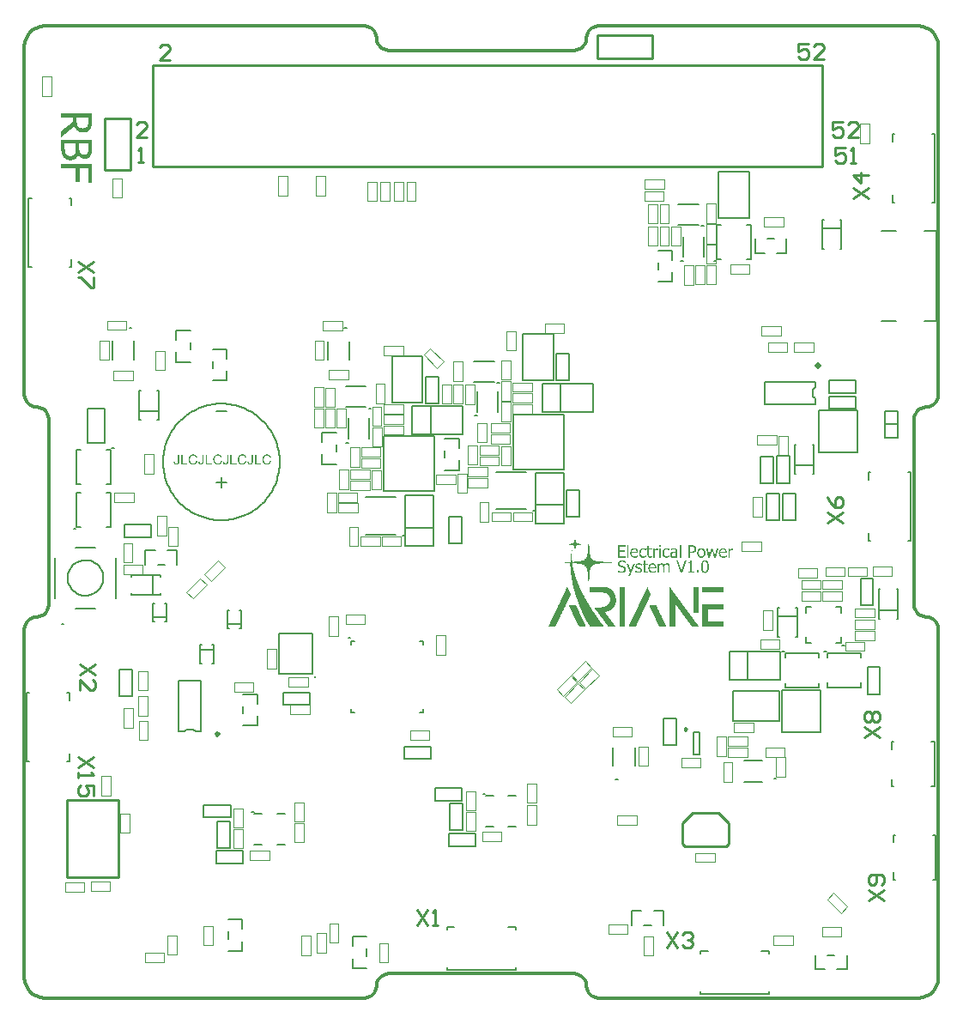
<source format=gto>
G04*
G04 #@! TF.GenerationSoftware,Altium Limited,Altium Designer,21.7.2 (23)*
G04*
G04 Layer_Color=65535*
%FSLAX25Y25*%
%MOIN*%
G70*
G04*
G04 #@! TF.SameCoordinates,CFC300D3-B3EF-42DF-9BA6-B8823CD68B8B*
G04*
G04*
G04 #@! TF.FilePolarity,Positive*
G04*
G01*
G75*
%ADD10C,0.01181*%
%ADD11C,0.00787*%
%ADD12C,0.00500*%
%ADD13C,0.00984*%
%ADD14C,0.01000*%
%ADD15C,0.00394*%
%ADD16C,0.00600*%
%ADD17C,0.01000*%
%ADD18C,0.00591*%
%ADD19R,0.02218X0.04960*%
G36*
X213888Y179336D02*
X213949D01*
Y178907D01*
X214010D01*
Y177929D01*
X214071D01*
Y177684D01*
X214132D01*
Y177378D01*
X214194D01*
Y177072D01*
X214255D01*
Y177011D01*
X214316D01*
Y176827D01*
X214438D01*
Y176766D01*
X214500D01*
Y176705D01*
X214561D01*
Y176644D01*
X214683D01*
Y176583D01*
X214744D01*
Y176522D01*
X215356D01*
Y176460D01*
X215540D01*
Y176399D01*
X216763D01*
Y176338D01*
X216885D01*
Y176216D01*
X216763D01*
Y176154D01*
X216335D01*
Y176093D01*
X215417D01*
Y176032D01*
X215173D01*
Y175971D01*
X214989D01*
Y175910D01*
X214928D01*
Y175971D01*
X214867D01*
Y175910D01*
X214683D01*
Y175848D01*
X214622D01*
Y175787D01*
X214500D01*
Y175726D01*
X214438D01*
Y175665D01*
X214377D01*
Y175604D01*
X214316D01*
Y175481D01*
X214255D01*
Y175420D01*
X214194D01*
Y175053D01*
X214132D01*
Y174809D01*
X214071D01*
Y174625D01*
X214010D01*
Y173585D01*
X213949D01*
Y173279D01*
X213888D01*
Y173096D01*
X213766D01*
Y173218D01*
X213827D01*
Y173279D01*
X213766D01*
Y173524D01*
X213704D01*
Y174625D01*
X213643D01*
Y174747D01*
X213582D01*
Y175298D01*
X213521D01*
Y175359D01*
X213460D01*
Y175420D01*
X213398D01*
Y175543D01*
X213337D01*
Y175604D01*
X213276D01*
Y175665D01*
X213215D01*
Y175726D01*
X213154D01*
Y175787D01*
X213031D01*
Y175848D01*
X212970D01*
Y175910D01*
X212909D01*
Y175971D01*
X212787D01*
Y175910D01*
X212725D01*
Y175971D01*
X212481D01*
Y176032D01*
X212236D01*
Y176093D01*
X211441D01*
Y176154D01*
X211013D01*
Y176216D01*
X210890D01*
Y176338D01*
X211013D01*
Y176399D01*
X212236D01*
Y176460D01*
X212358D01*
Y176522D01*
X212970D01*
Y176583D01*
X213031D01*
Y176644D01*
X213092D01*
Y176705D01*
X213154D01*
Y176766D01*
X213215D01*
Y176827D01*
X213337D01*
Y176889D01*
X213398D01*
Y177011D01*
X213460D01*
Y177133D01*
X213582D01*
Y177684D01*
X213643D01*
Y177806D01*
X213704D01*
Y178846D01*
X213766D01*
Y179213D01*
X213827D01*
Y179397D01*
X213888D01*
Y179336D01*
D02*
G37*
G36*
X212787Y174564D02*
X212848D01*
Y174503D01*
Y174442D01*
X212787D01*
Y174380D01*
X212725D01*
Y174625D01*
X212787D01*
Y174564D01*
D02*
G37*
G36*
X219149Y177623D02*
X219210D01*
Y177439D01*
X219271D01*
Y176950D01*
X219333D01*
Y175726D01*
X219394D01*
Y175604D01*
X219455D01*
Y173524D01*
X219516D01*
Y173279D01*
X219577D01*
Y172300D01*
X219638D01*
Y172117D01*
X219700D01*
Y171933D01*
X219761D01*
Y171444D01*
X219822D01*
Y171383D01*
X219883D01*
Y171260D01*
X219944D01*
Y171138D01*
X220006D01*
Y171077D01*
X220067D01*
Y170832D01*
X220128D01*
Y170771D01*
X220189D01*
Y170710D01*
X220250D01*
Y170649D01*
X220311D01*
Y170587D01*
X220373D01*
Y170526D01*
X220434D01*
Y170465D01*
X220495D01*
Y170404D01*
X220556D01*
Y170343D01*
X220617D01*
Y170281D01*
X220678D01*
Y170220D01*
X220740D01*
Y170159D01*
X220862D01*
Y170098D01*
X220984D01*
Y170037D01*
X221107D01*
Y169975D01*
X221168D01*
Y169914D01*
X221290D01*
Y169853D01*
X221413D01*
Y169792D01*
X221841D01*
Y169731D01*
X221963D01*
Y169670D01*
X222086D01*
Y169608D01*
X222820D01*
Y169547D01*
X223126D01*
Y169486D01*
X224839D01*
Y169425D01*
X225267D01*
Y169364D01*
X226429D01*
Y169302D01*
X226980D01*
Y169241D01*
X227224D01*
Y169180D01*
X228326D01*
Y169058D01*
X226613D01*
Y168997D01*
X226368D01*
Y168936D01*
X225817D01*
Y168874D01*
X223676D01*
Y168813D01*
X223554D01*
Y168752D01*
X222636D01*
Y168691D01*
X222514D01*
Y168630D01*
X221719D01*
Y168568D01*
X221596D01*
Y168507D01*
X221535D01*
Y168446D01*
X221352D01*
Y168385D01*
X221290D01*
Y168324D01*
X221046D01*
Y168263D01*
X220923D01*
Y168201D01*
X220862D01*
Y168140D01*
X220801D01*
Y168079D01*
X220740D01*
Y168018D01*
X220678D01*
Y167957D01*
X220617D01*
Y167895D01*
X220556D01*
Y167834D01*
X220495D01*
Y167773D01*
X220434D01*
Y167712D01*
X220373D01*
Y167651D01*
X220311D01*
Y167590D01*
X220250D01*
Y167528D01*
X220189D01*
Y167467D01*
X220128D01*
Y167406D01*
X220067D01*
Y167161D01*
X219944D01*
Y167100D01*
X219883D01*
Y166855D01*
X219822D01*
Y166794D01*
X219761D01*
Y166305D01*
X219700D01*
Y166121D01*
X219638D01*
Y165938D01*
X219577D01*
Y164959D01*
X219516D01*
Y164837D01*
X219455D01*
Y162757D01*
X219394D01*
Y162634D01*
X219333D01*
Y161472D01*
X219271D01*
Y160738D01*
X219210D01*
Y160677D01*
X219149D01*
Y160371D01*
X219027D01*
Y161839D01*
X218966D01*
Y162267D01*
X218904D01*
Y162573D01*
X218843D01*
Y164531D01*
X218782D01*
Y164653D01*
X218721D01*
Y165632D01*
X218660D01*
Y165877D01*
X218599D01*
Y166488D01*
X218537D01*
Y166611D01*
X218476D01*
Y166733D01*
X218415D01*
Y166855D01*
X218354D01*
Y166917D01*
X218293D01*
Y167161D01*
X218231D01*
Y167222D01*
X218170D01*
Y167345D01*
X218109D01*
Y167406D01*
X218048D01*
Y167467D01*
X217987D01*
Y167590D01*
X217926D01*
Y167651D01*
X217864D01*
Y167712D01*
X217742D01*
Y167773D01*
X217681D01*
Y167895D01*
X217620D01*
Y167957D01*
X217559D01*
Y168018D01*
X217436D01*
Y168079D01*
X217375D01*
Y168140D01*
X217314D01*
Y168201D01*
X217130D01*
Y168263D01*
X217069D01*
Y168324D01*
X216824D01*
Y168446D01*
X216580D01*
Y168507D01*
X216518D01*
Y168568D01*
X216457D01*
Y168630D01*
X215662D01*
Y168691D01*
X215478D01*
Y168752D01*
X214561D01*
Y168813D01*
X214438D01*
Y168874D01*
X212725D01*
Y168691D01*
X212787D01*
Y168630D01*
X212848D01*
Y168140D01*
X212909D01*
Y168018D01*
X212970D01*
Y167284D01*
X213031D01*
Y167161D01*
X213092D01*
Y167039D01*
X213154D01*
Y166611D01*
X213215D01*
Y166550D01*
X213276D01*
Y166060D01*
X213337D01*
Y165999D01*
X213398D01*
Y165938D01*
X213460D01*
Y165571D01*
X213521D01*
Y165509D01*
X213582D01*
Y164959D01*
X213643D01*
Y164898D01*
X213704D01*
Y164531D01*
X213766D01*
Y164470D01*
X213827D01*
Y164408D01*
X213888D01*
Y163858D01*
X213949D01*
Y163797D01*
X214010D01*
Y163552D01*
X214071D01*
Y163491D01*
X214132D01*
Y163429D01*
X214194D01*
Y163185D01*
X214132D01*
Y163124D01*
X214194D01*
Y163062D01*
X214255D01*
Y163001D01*
X214316D01*
Y162757D01*
X214377D01*
Y162695D01*
X214438D01*
Y162328D01*
X214500D01*
Y162206D01*
X214561D01*
Y162145D01*
X214622D01*
Y161900D01*
X214683D01*
Y161839D01*
X214744D01*
Y161472D01*
X214806D01*
Y161411D01*
X214867D01*
Y161349D01*
X214928D01*
Y161166D01*
X214989D01*
Y161105D01*
X215050D01*
Y161044D01*
Y160738D01*
X215111D01*
Y160677D01*
X215173D01*
Y160554D01*
X215234D01*
Y160432D01*
X215295D01*
Y160371D01*
X215356D01*
Y160126D01*
X215417D01*
Y160065D01*
X215478D01*
Y159820D01*
X215601D01*
Y159759D01*
X215662D01*
Y159392D01*
X215723D01*
Y159331D01*
X215784D01*
Y159147D01*
X215845D01*
Y159086D01*
X215907D01*
Y158780D01*
X215968D01*
Y158658D01*
X216029D01*
Y158597D01*
X216090D01*
Y158413D01*
X216151D01*
Y158352D01*
X216213D01*
Y158046D01*
X216335D01*
Y157985D01*
X216396D01*
Y157801D01*
X216457D01*
Y157740D01*
X216518D01*
Y157495D01*
X216580D01*
Y157434D01*
X216641D01*
Y157373D01*
X216702D01*
Y157251D01*
X216763D01*
Y157189D01*
X216824D01*
Y156884D01*
X216947D01*
Y156761D01*
X217008D01*
Y156700D01*
X217069D01*
Y156639D01*
X217130D01*
Y156394D01*
X217191D01*
Y156333D01*
X217253D01*
Y156211D01*
X217314D01*
Y156149D01*
X217375D01*
Y155905D01*
X217436D01*
Y155843D01*
X217497D01*
Y155782D01*
X217559D01*
Y155660D01*
X217620D01*
Y155599D01*
X217681D01*
Y155354D01*
X217742D01*
Y155293D01*
X217803D01*
Y155171D01*
X217864D01*
Y155109D01*
X217926D01*
Y155048D01*
X217987D01*
Y154804D01*
X218048D01*
Y154742D01*
X218109D01*
Y154559D01*
X218170D01*
Y154498D01*
X218293D01*
Y154253D01*
X218354D01*
Y154192D01*
X218415D01*
Y153947D01*
X218537D01*
Y153886D01*
X218599D01*
Y153641D01*
X218721D01*
Y153519D01*
X218782D01*
Y153458D01*
X218843D01*
Y153274D01*
X218904D01*
Y153213D01*
X218966D01*
Y153152D01*
X219027D01*
Y153091D01*
X219088D01*
Y153029D01*
X219149D01*
Y152785D01*
X219210D01*
Y152724D01*
X219333D01*
Y152540D01*
X219394D01*
Y152479D01*
X219455D01*
Y152234D01*
X219516D01*
Y152173D01*
X219577D01*
Y152112D01*
X219638D01*
Y152050D01*
X219700D01*
Y151989D01*
X219761D01*
Y151806D01*
X219822D01*
Y151745D01*
X219883D01*
Y151622D01*
X219944D01*
Y151561D01*
X220006D01*
Y151500D01*
X220067D01*
Y151316D01*
X220128D01*
Y151255D01*
X220189D01*
Y151133D01*
X220250D01*
Y151072D01*
X220311D01*
Y150888D01*
X220373D01*
Y150827D01*
X220434D01*
Y150766D01*
X220495D01*
Y150705D01*
X220556D01*
Y150643D01*
X220617D01*
Y150399D01*
X220678D01*
Y150338D01*
X220740D01*
Y150215D01*
X220801D01*
Y150093D01*
X220923D01*
Y149909D01*
X220984D01*
Y149848D01*
X221046D01*
Y149787D01*
X221107D01*
Y149726D01*
X221168D01*
Y149665D01*
X221229D01*
Y149542D01*
X221290D01*
Y149481D01*
X221352D01*
Y149420D01*
X221413D01*
Y149297D01*
X221474D01*
Y149175D01*
X221535D01*
Y149114D01*
X221596D01*
Y149053D01*
X221657D01*
Y148992D01*
X221719D01*
Y148931D01*
X221780D01*
Y148686D01*
X221841D01*
Y148625D01*
X221963D01*
Y148502D01*
X222086D01*
Y148319D01*
X222147D01*
Y148196D01*
X222208D01*
Y148135D01*
X222269D01*
Y148074D01*
X222330D01*
Y148013D01*
X222392D01*
Y147829D01*
X222453D01*
Y147768D01*
X222575D01*
Y147707D01*
X222636D01*
Y147585D01*
X222697D01*
Y147462D01*
X222820D01*
Y147340D01*
X222881D01*
Y147218D01*
X222942D01*
Y147095D01*
X223003D01*
Y147034D01*
X223064D01*
Y146973D01*
X223126D01*
Y146912D01*
X223187D01*
Y146850D01*
X223248D01*
Y146667D01*
X223309D01*
Y146606D01*
X223370D01*
Y146545D01*
X223431D01*
Y146483D01*
X223493D01*
Y146422D01*
X223554D01*
Y146300D01*
X223615D01*
Y146239D01*
X223676D01*
Y146116D01*
X223737D01*
Y145994D01*
X223860D01*
Y145872D01*
X223921D01*
Y145749D01*
X224043D01*
Y145688D01*
X224104D01*
Y145627D01*
X224166D01*
Y145443D01*
X224227D01*
Y145382D01*
X224288D01*
Y145321D01*
X224349D01*
Y145260D01*
X224410D01*
Y145076D01*
X224471D01*
Y145015D01*
X224533D01*
Y144954D01*
X224594D01*
Y144832D01*
X224716D01*
Y144587D01*
X224777D01*
Y144526D01*
X224900D01*
Y144465D01*
X224961D01*
Y144403D01*
X225022D01*
Y144220D01*
X219822D01*
Y144281D01*
X219761D01*
Y144342D01*
X219700D01*
Y144403D01*
X219638D01*
Y144465D01*
X219577D01*
Y144526D01*
X219516D01*
Y144587D01*
X219455D01*
Y144770D01*
X219394D01*
Y144832D01*
X219333D01*
Y144893D01*
X219271D01*
Y144954D01*
X219210D01*
Y145015D01*
X219149D01*
Y145199D01*
X219088D01*
Y145260D01*
X219027D01*
Y145382D01*
X218966D01*
Y145443D01*
X218843D01*
Y145688D01*
X218782D01*
Y145749D01*
X218721D01*
Y145872D01*
X218660D01*
Y145933D01*
X218599D01*
Y146116D01*
X218537D01*
Y146239D01*
X218476D01*
Y146300D01*
X218415D01*
Y146361D01*
X218354D01*
Y146422D01*
X218293D01*
Y146667D01*
X218231D01*
Y146728D01*
X218170D01*
Y146789D01*
X218109D01*
Y146850D01*
X218048D01*
Y146912D01*
X217987D01*
Y147156D01*
X217926D01*
Y147218D01*
X217864D01*
Y147401D01*
X217803D01*
Y147462D01*
X217742D01*
Y147523D01*
X217681D01*
Y147768D01*
X217559D01*
Y147890D01*
X217497D01*
Y148013D01*
X217436D01*
Y148074D01*
X217375D01*
Y148319D01*
X217314D01*
Y148380D01*
X217253D01*
Y148502D01*
X217191D01*
Y148563D01*
X217130D01*
Y148869D01*
X217069D01*
Y148931D01*
X217008D01*
Y148992D01*
X216947D01*
Y149236D01*
X216824D01*
Y149603D01*
X216763D01*
Y149665D01*
X216702D01*
Y149726D01*
X216641D01*
Y149909D01*
X216580D01*
Y149970D01*
X216518D01*
Y150338D01*
X216457D01*
Y150399D01*
X216396D01*
Y150521D01*
X216335D01*
Y150643D01*
X216274D01*
Y150705D01*
X216213D01*
Y151011D01*
X216151D01*
Y151072D01*
X216090D01*
Y151255D01*
X216029D01*
Y151316D01*
X215968D01*
Y151378D01*
X215907D01*
Y151745D01*
X215845D01*
Y151806D01*
X215784D01*
Y151989D01*
X215723D01*
Y152050D01*
X215662D01*
Y152418D01*
X215601D01*
Y152479D01*
X215478D01*
Y152724D01*
X215417D01*
Y152785D01*
X215356D01*
Y153091D01*
X215295D01*
Y153152D01*
X215234D01*
Y153274D01*
X215173D01*
Y153458D01*
X215111D01*
Y153519D01*
X215050D01*
Y153886D01*
X214928D01*
Y154192D01*
X214867D01*
Y154253D01*
X214744D01*
Y154742D01*
X214683D01*
Y154804D01*
X214622D01*
Y155048D01*
X214561D01*
Y155109D01*
X214500D01*
Y155232D01*
X214438D01*
Y155538D01*
X214500D01*
Y155599D01*
X214438D01*
Y155660D01*
X214377D01*
Y155721D01*
X214316D01*
Y155966D01*
X214255D01*
Y156027D01*
X214194D01*
Y156517D01*
X214132D01*
Y156578D01*
X214071D01*
Y156639D01*
X214010D01*
Y156945D01*
X213949D01*
Y157006D01*
X213888D01*
Y157495D01*
X213827D01*
Y157556D01*
X213766D01*
Y157618D01*
X213704D01*
Y157924D01*
X213643D01*
Y157985D01*
X213582D01*
Y158474D01*
X213521D01*
Y158597D01*
X213460D01*
Y158841D01*
X213398D01*
Y158902D01*
X213337D01*
Y158964D01*
X213276D01*
Y159636D01*
X213215D01*
Y159698D01*
X213154D01*
Y160065D01*
X213092D01*
Y160187D01*
X213031D01*
Y160248D01*
X212970D01*
Y160921D01*
X212909D01*
Y160982D01*
X212848D01*
Y161472D01*
X212787D01*
Y161533D01*
X212725D01*
Y162267D01*
X212664D01*
Y162390D01*
X212603D01*
Y162451D01*
X212542D01*
Y162879D01*
X212481D01*
Y163001D01*
X212420D01*
Y164164D01*
X212358D01*
Y164286D01*
X212297D01*
Y164470D01*
X212236D01*
Y165204D01*
X212175D01*
Y165326D01*
X212114D01*
Y167222D01*
X212052D01*
Y167712D01*
X211991D01*
Y168936D01*
X211808D01*
Y168997D01*
X211563D01*
Y169058D01*
X209973D01*
Y169119D01*
X210034D01*
Y169180D01*
X211074D01*
Y169241D01*
X211502D01*
Y169302D01*
X211869D01*
Y169364D01*
X211930D01*
Y169302D01*
X212052D01*
Y169364D01*
X212114D01*
Y171505D01*
X212175D01*
Y171627D01*
X212236D01*
Y172361D01*
X212297D01*
Y172484D01*
X212358D01*
Y172667D01*
X212420D01*
Y173524D01*
X212481D01*
Y173646D01*
X212542D01*
Y174074D01*
X212603D01*
Y174136D01*
X212664D01*
Y174013D01*
X212725D01*
Y173463D01*
X212664D01*
Y173034D01*
X212603D01*
Y172606D01*
X212542D01*
Y170587D01*
X212603D01*
Y170343D01*
X212664D01*
Y170037D01*
X212725D01*
Y169364D01*
X212787D01*
Y169302D01*
X212909D01*
Y169364D01*
X213092D01*
Y169425D01*
X213521D01*
Y169486D01*
X215234D01*
Y169547D01*
X215478D01*
Y169608D01*
X216151D01*
Y169670D01*
X216274D01*
Y169731D01*
X216335D01*
Y169792D01*
X216824D01*
Y169914D01*
X217069D01*
Y169975D01*
X217130D01*
Y170037D01*
X217191D01*
Y170098D01*
X217375D01*
Y170159D01*
X217436D01*
Y170220D01*
X217497D01*
Y170281D01*
X217559D01*
Y170343D01*
X217620D01*
Y170404D01*
X217681D01*
Y170465D01*
X217742D01*
Y170526D01*
X217803D01*
Y170587D01*
X217864D01*
Y170649D01*
X217926D01*
Y170710D01*
X217987D01*
Y170771D01*
X218048D01*
Y170832D01*
X218109D01*
Y170893D01*
X218170D01*
Y170954D01*
X218231D01*
Y171016D01*
X218293D01*
Y171260D01*
X218354D01*
Y171321D01*
X218415D01*
Y171505D01*
X218476D01*
Y171566D01*
X218537D01*
Y171688D01*
X218599D01*
Y172361D01*
X218660D01*
Y172606D01*
X218721D01*
Y173463D01*
X218782D01*
Y173585D01*
X218843D01*
Y175543D01*
X218904D01*
Y175787D01*
X218966D01*
Y176277D01*
X219027D01*
Y177867D01*
X219149D01*
Y177623D01*
D02*
G37*
G36*
X225512Y159575D02*
X225573D01*
Y159514D01*
X226307D01*
Y159453D01*
X226368D01*
Y159392D01*
X226490D01*
Y159331D01*
X226735D01*
Y159269D01*
X226796D01*
Y159208D01*
X227102D01*
Y159147D01*
X227163D01*
Y159086D01*
X227347D01*
Y159025D01*
X227408D01*
Y158902D01*
X227653D01*
Y158841D01*
X227714D01*
Y158780D01*
X227775D01*
Y158719D01*
X227836D01*
Y158658D01*
X227897D01*
Y158597D01*
X228081D01*
Y158535D01*
X228142D01*
Y158474D01*
X228203D01*
Y158413D01*
X228264D01*
Y158352D01*
X228326D01*
Y158291D01*
X228387D01*
Y158229D01*
X228448D01*
Y158168D01*
X228509D01*
Y158107D01*
X228570D01*
Y158046D01*
X228632D01*
Y157985D01*
X228693D01*
Y157801D01*
X228754D01*
Y157740D01*
X228815D01*
Y157679D01*
X228876D01*
Y157556D01*
X228938D01*
Y157495D01*
X228999D01*
Y157312D01*
X229121D01*
Y157067D01*
X229182D01*
Y157006D01*
X229243D01*
Y156945D01*
X229305D01*
Y156700D01*
X229366D01*
Y156639D01*
X229427D01*
Y156211D01*
X229488D01*
Y156027D01*
X229549D01*
Y155966D01*
X229610D01*
Y155476D01*
X229672D01*
Y155415D01*
X229733D01*
Y153702D01*
X229672D01*
Y153641D01*
X229610D01*
Y153213D01*
X229549D01*
Y153152D01*
X229488D01*
Y153091D01*
X229427D01*
Y152724D01*
X229366D01*
Y152662D01*
X229305D01*
Y152418D01*
X229243D01*
Y152356D01*
X229182D01*
Y152234D01*
X229121D01*
Y152112D01*
X229060D01*
Y151989D01*
X228999D01*
Y151928D01*
X228938D01*
Y151867D01*
X228876D01*
Y151806D01*
X228815D01*
Y151683D01*
X228754D01*
Y151622D01*
X228693D01*
Y151561D01*
X228632D01*
Y151500D01*
X228570D01*
Y151316D01*
X228326D01*
Y151255D01*
X228264D01*
Y151072D01*
X228203D01*
Y151011D01*
X228020D01*
Y150949D01*
X227959D01*
Y150888D01*
X227897D01*
Y150827D01*
X227836D01*
Y150766D01*
X227775D01*
Y150705D01*
X227530D01*
Y150643D01*
X227469D01*
Y150582D01*
X227347D01*
Y150521D01*
X227286D01*
Y150460D01*
X227224D01*
Y150399D01*
X226857D01*
Y150338D01*
X226796D01*
Y150276D01*
X226552D01*
Y150215D01*
X226429D01*
Y150154D01*
X226246D01*
Y150093D01*
X225389D01*
Y150032D01*
X225328D01*
Y149909D01*
X225389D01*
Y149848D01*
X225450D01*
Y149787D01*
X225512D01*
Y149726D01*
X225573D01*
Y149665D01*
X225634D01*
Y149542D01*
X225695D01*
Y149481D01*
X225756D01*
Y149359D01*
X225817D01*
Y149297D01*
X225879D01*
Y149175D01*
X225940D01*
Y149114D01*
X226001D01*
Y149053D01*
X226062D01*
Y148992D01*
X226123D01*
Y148931D01*
X226185D01*
Y148686D01*
X226246D01*
Y148625D01*
X226429D01*
Y148502D01*
X226490D01*
Y148380D01*
X226552D01*
Y148319D01*
X226613D01*
Y148258D01*
X226674D01*
Y148196D01*
X226735D01*
Y148074D01*
X226796D01*
Y147952D01*
X226857D01*
Y147890D01*
X226919D01*
Y147829D01*
X226980D01*
Y147768D01*
X227041D01*
Y147707D01*
X227102D01*
Y147523D01*
X227163D01*
Y147462D01*
X227224D01*
Y147401D01*
X227286D01*
Y147340D01*
X227347D01*
Y147279D01*
X227408D01*
Y147218D01*
X227469D01*
Y147156D01*
X227530D01*
Y146973D01*
X227592D01*
Y146912D01*
X227653D01*
Y146789D01*
X227714D01*
Y146728D01*
X227775D01*
Y146667D01*
X227836D01*
Y146606D01*
X227897D01*
Y146545D01*
X227959D01*
Y146361D01*
X228020D01*
Y146300D01*
X228142D01*
Y146239D01*
X228203D01*
Y146116D01*
X228264D01*
Y146055D01*
X228326D01*
Y145994D01*
X228387D01*
Y145872D01*
X228448D01*
Y145810D01*
X228509D01*
Y145749D01*
X228570D01*
Y145566D01*
X228632D01*
Y145504D01*
X228693D01*
Y145443D01*
X228754D01*
Y145382D01*
X228876D01*
Y145138D01*
X228938D01*
Y145076D01*
X228999D01*
Y145015D01*
X229060D01*
Y144954D01*
X229121D01*
Y144893D01*
X229182D01*
Y144832D01*
X229243D01*
Y144770D01*
X229305D01*
Y144648D01*
X229366D01*
Y144587D01*
X229427D01*
Y144465D01*
X229488D01*
Y144403D01*
X229549D01*
Y144342D01*
X229610D01*
Y144281D01*
X229549D01*
Y144220D01*
X226857D01*
Y144281D01*
X226796D01*
Y144342D01*
X226735D01*
Y144403D01*
X226674D01*
Y144465D01*
X226613D01*
Y144526D01*
X226552D01*
Y144587D01*
X226490D01*
Y144832D01*
X226368D01*
Y144954D01*
X226246D01*
Y145015D01*
X226185D01*
Y145138D01*
X226123D01*
Y145199D01*
X226062D01*
Y145321D01*
X226001D01*
Y145382D01*
X225940D01*
Y145504D01*
X225879D01*
Y145566D01*
X225817D01*
Y145627D01*
X225756D01*
Y145688D01*
X225695D01*
Y145749D01*
X225634D01*
Y145994D01*
X225512D01*
Y146055D01*
X225389D01*
Y146177D01*
X225328D01*
Y146300D01*
X225267D01*
Y146361D01*
X225206D01*
Y146483D01*
X225145D01*
Y146545D01*
X225083D01*
Y146606D01*
X225022D01*
Y146728D01*
X224900D01*
Y146850D01*
X224839D01*
Y146912D01*
X224716D01*
Y147156D01*
X224655D01*
Y147218D01*
X224594D01*
Y147279D01*
X224533D01*
Y147340D01*
X224471D01*
Y147401D01*
X224410D01*
Y147462D01*
X224349D01*
Y147585D01*
X224288D01*
Y147707D01*
X224227D01*
Y147768D01*
X224166D01*
Y147890D01*
X224104D01*
Y147952D01*
X224043D01*
Y148013D01*
X223982D01*
Y148074D01*
X223860D01*
Y148258D01*
X223799D01*
Y148319D01*
X223737D01*
Y148380D01*
X223676D01*
Y148441D01*
X223615D01*
Y148563D01*
X223554D01*
Y148625D01*
X223493D01*
Y148686D01*
X223431D01*
Y148808D01*
X223370D01*
Y148869D01*
X223309D01*
Y148992D01*
X223248D01*
Y149053D01*
X223187D01*
Y149114D01*
X223126D01*
Y149175D01*
X223064D01*
Y149236D01*
X223003D01*
Y149481D01*
X222942D01*
Y149542D01*
X222820D01*
Y149603D01*
X222759D01*
Y149665D01*
X222697D01*
Y149787D01*
X222636D01*
Y149848D01*
X222575D01*
Y149909D01*
X222514D01*
Y150032D01*
X222453D01*
Y150093D01*
X222392D01*
Y150215D01*
X222330D01*
Y150276D01*
X222269D01*
Y150338D01*
X222208D01*
Y150399D01*
X222147D01*
Y150460D01*
X222086D01*
Y150705D01*
X221963D01*
Y150766D01*
X221902D01*
Y150827D01*
X221841D01*
Y150888D01*
X221780D01*
Y151011D01*
X221657D01*
Y151194D01*
X221596D01*
Y151255D01*
X221535D01*
Y151378D01*
X221474D01*
Y151439D01*
X221413D01*
Y151500D01*
X221352D01*
Y151561D01*
X221229D01*
Y151745D01*
X224227D01*
Y151806D01*
X224288D01*
Y151867D01*
X225022D01*
Y151989D01*
X225083D01*
Y152050D01*
X225267D01*
Y151989D01*
X225328D01*
Y152050D01*
X225450D01*
Y152112D01*
X225573D01*
Y152173D01*
X225879D01*
Y152234D01*
X225940D01*
Y152295D01*
X226062D01*
Y152356D01*
X226185D01*
Y152418D01*
X226246D01*
Y152479D01*
X226368D01*
Y152540D01*
X226429D01*
Y152601D01*
X226490D01*
Y152724D01*
X226552D01*
Y152785D01*
X226796D01*
Y153029D01*
X226919D01*
Y153091D01*
X226980D01*
Y153152D01*
X227041D01*
Y153213D01*
X227102D01*
Y153458D01*
X227163D01*
Y153519D01*
X227224D01*
Y153641D01*
X227286D01*
Y153702D01*
X227347D01*
Y153947D01*
X227408D01*
Y155538D01*
X227347D01*
Y155660D01*
X227286D01*
Y155721D01*
X227224D01*
Y155905D01*
X227163D01*
Y155966D01*
X227102D01*
Y156211D01*
X227041D01*
Y156272D01*
X226980D01*
Y156333D01*
X226919D01*
Y156394D01*
X226857D01*
Y156455D01*
X226796D01*
Y156578D01*
X226735D01*
Y156639D01*
X226674D01*
Y156700D01*
X226552D01*
Y156761D01*
X226490D01*
Y156822D01*
X226429D01*
Y156884D01*
X226368D01*
Y156945D01*
X226307D01*
Y157006D01*
X226185D01*
Y157067D01*
X226123D01*
Y157128D01*
X225940D01*
Y157189D01*
X225817D01*
Y157251D01*
X225756D01*
Y157312D01*
X225512D01*
Y157373D01*
X225450D01*
Y157434D01*
X224777D01*
Y157495D01*
X224716D01*
Y157556D01*
X223982D01*
Y157618D01*
X219455D01*
Y159636D01*
X225512D01*
Y159575D01*
D02*
G37*
G36*
X214194Y152418D02*
X214255D01*
Y152356D01*
X214316D01*
Y152173D01*
X214438D01*
Y151928D01*
X214500D01*
Y151806D01*
X214561D01*
Y151683D01*
X214622D01*
Y151561D01*
X214744D01*
Y151255D01*
X214806D01*
Y151133D01*
X214867D01*
Y151011D01*
X214928D01*
Y150949D01*
X214989D01*
Y150888D01*
X215050D01*
Y150582D01*
X215173D01*
Y150460D01*
X215234D01*
Y150338D01*
X215295D01*
Y150276D01*
X215356D01*
Y149970D01*
X215417D01*
Y149909D01*
X215478D01*
Y149787D01*
X215540D01*
Y149665D01*
X215601D01*
Y149603D01*
X215662D01*
Y149297D01*
X215723D01*
Y149236D01*
X215784D01*
Y149114D01*
X215907D01*
Y148747D01*
X215968D01*
Y148686D01*
X216029D01*
Y148625D01*
X216090D01*
Y148502D01*
X216151D01*
Y148441D01*
X216213D01*
Y148135D01*
X216274D01*
Y148074D01*
X216335D01*
Y148013D01*
X216396D01*
Y147829D01*
X216457D01*
Y147768D01*
X216518D01*
Y147523D01*
X216580D01*
Y147462D01*
X216641D01*
Y147218D01*
X216702D01*
Y147156D01*
X216824D01*
Y146912D01*
X216885D01*
Y146850D01*
X216947D01*
Y146667D01*
X217008D01*
Y146606D01*
X217069D01*
Y146545D01*
X217130D01*
Y146239D01*
X217191D01*
Y146177D01*
X217253D01*
Y146055D01*
X217314D01*
Y145994D01*
X217375D01*
Y145749D01*
X217436D01*
Y145688D01*
X217497D01*
Y145627D01*
Y145566D01*
X217559D01*
Y145443D01*
X217620D01*
Y145382D01*
X217681D01*
Y145138D01*
X217742D01*
Y145015D01*
X217803D01*
Y144954D01*
X217864D01*
Y144832D01*
X217926D01*
Y144770D01*
X217987D01*
Y144403D01*
X218109D01*
Y144220D01*
X215417D01*
Y144281D01*
X215356D01*
Y144465D01*
X215295D01*
Y144526D01*
X215234D01*
Y144587D01*
X215173D01*
Y144648D01*
X215111D01*
Y144709D01*
X215050D01*
Y145076D01*
X214989D01*
Y145138D01*
X214928D01*
Y145199D01*
X214867D01*
Y145260D01*
X214806D01*
Y145382D01*
X214744D01*
Y145688D01*
X214622D01*
Y145933D01*
X214561D01*
Y145994D01*
X214500D01*
Y146055D01*
X214438D01*
Y146300D01*
X214316D01*
Y146545D01*
X214255D01*
Y146606D01*
X214194D01*
Y146850D01*
X214132D01*
Y146912D01*
X214071D01*
Y147034D01*
X214010D01*
Y147156D01*
X213949D01*
Y147218D01*
X213888D01*
Y147462D01*
X213827D01*
Y147523D01*
X213766D01*
Y147646D01*
X213704D01*
Y147768D01*
X213643D01*
Y147829D01*
X213582D01*
Y148135D01*
X213521D01*
Y148196D01*
X213460D01*
Y148319D01*
X213398D01*
Y148441D01*
X213337D01*
Y148502D01*
X213276D01*
Y148747D01*
X213215D01*
Y148808D01*
X213154D01*
Y148931D01*
X213092D01*
Y148992D01*
X213031D01*
Y149114D01*
X212970D01*
Y149420D01*
X212909D01*
Y149481D01*
X212848D01*
Y149603D01*
X212787D01*
Y149665D01*
X212725D01*
Y149970D01*
X212664D01*
Y150032D01*
X212603D01*
Y150154D01*
X212542D01*
Y150276D01*
X212481D01*
Y150338D01*
X212420D01*
Y150643D01*
X212358D01*
Y150705D01*
X212297D01*
Y150766D01*
X212236D01*
Y150888D01*
X212175D01*
Y150949D01*
X212114D01*
Y151194D01*
X212052D01*
Y151255D01*
X211991D01*
Y151378D01*
X211930D01*
Y151561D01*
X211869D01*
Y151622D01*
X211808D01*
Y151867D01*
X211747D01*
Y151928D01*
X211685D01*
Y152112D01*
X211624D01*
Y152173D01*
X211563D01*
Y152234D01*
X211502D01*
Y152418D01*
X211563D01*
Y152479D01*
X214194D01*
Y152418D01*
D02*
G37*
G36*
X210829Y159575D02*
X210890D01*
Y159514D01*
X210951D01*
Y159208D01*
X211074D01*
Y158964D01*
X211135D01*
Y158902D01*
X211196D01*
Y158841D01*
X211257D01*
Y158658D01*
X211318D01*
Y158597D01*
X211380D01*
Y158413D01*
X211441D01*
Y158352D01*
X211502D01*
Y158107D01*
X211563D01*
Y158046D01*
X211624D01*
Y157985D01*
X211685D01*
Y157740D01*
X211808D01*
Y157495D01*
X211869D01*
Y157434D01*
X211930D01*
Y157373D01*
X211991D01*
Y157189D01*
X212052D01*
Y157128D01*
X212114D01*
Y156884D01*
X212175D01*
Y156700D01*
X212114D01*
Y156455D01*
X212052D01*
Y156394D01*
X211991D01*
Y156333D01*
X211930D01*
Y156211D01*
X211869D01*
Y156149D01*
X211808D01*
Y155843D01*
X211747D01*
Y155782D01*
X211685D01*
Y155599D01*
X211624D01*
Y155538D01*
X211563D01*
Y155476D01*
X211502D01*
Y155171D01*
X211441D01*
Y155109D01*
X211380D01*
Y154987D01*
X211318D01*
Y154926D01*
X211257D01*
Y154865D01*
X211196D01*
Y154804D01*
X211257D01*
Y154620D01*
X211196D01*
Y154559D01*
X211135D01*
Y154498D01*
X211074D01*
Y154375D01*
X211013D01*
Y154314D01*
X210951D01*
Y154008D01*
X210890D01*
Y153947D01*
X210829D01*
Y153886D01*
X210768D01*
Y153702D01*
X210707D01*
Y153641D01*
X210645D01*
Y153335D01*
X210523D01*
Y153091D01*
X210462D01*
Y153029D01*
X210339D01*
Y152724D01*
X210217D01*
Y152479D01*
X210095D01*
Y152418D01*
X210034D01*
Y152112D01*
X209973D01*
Y152050D01*
X209911D01*
Y151928D01*
X209850D01*
Y151867D01*
X209789D01*
Y151622D01*
X209728D01*
Y151561D01*
X209667D01*
Y151439D01*
X209605D01*
Y151255D01*
X209483D01*
Y151011D01*
X209422D01*
Y150888D01*
X209361D01*
Y150766D01*
X209299D01*
Y150643D01*
X209238D01*
Y150582D01*
X209177D01*
Y150276D01*
X209055D01*
Y150154D01*
X208994D01*
Y150093D01*
X208932D01*
Y149970D01*
X208871D01*
Y149665D01*
X208810D01*
Y149603D01*
X208749D01*
Y149481D01*
X208688D01*
Y149420D01*
X208627D01*
Y149297D01*
X208565D01*
Y148992D01*
X208504D01*
Y148931D01*
X208443D01*
Y148808D01*
X208321D01*
Y148686D01*
X208260D01*
Y148625D01*
X208321D01*
Y148563D01*
Y148502D01*
X208260D01*
Y148380D01*
X208198D01*
Y148319D01*
X208137D01*
Y148196D01*
X208076D01*
Y148135D01*
X208015D01*
Y147829D01*
X207954D01*
Y147768D01*
X207892D01*
Y147707D01*
X207831D01*
Y147523D01*
X207770D01*
Y147462D01*
X207709D01*
Y147218D01*
X207648D01*
Y147156D01*
X207587D01*
Y146973D01*
X207525D01*
Y146912D01*
X207464D01*
Y146850D01*
X207403D01*
Y146545D01*
X207342D01*
Y146483D01*
X207281D01*
Y146361D01*
X207220D01*
Y146300D01*
X207158D01*
Y146239D01*
X207097D01*
Y145994D01*
X207036D01*
Y145933D01*
X206975D01*
Y145749D01*
X206914D01*
Y145688D01*
X206852D01*
Y145443D01*
X206791D01*
Y145321D01*
X206730D01*
Y145260D01*
X206669D01*
Y145076D01*
X206608D01*
Y145015D01*
X206546D01*
Y144770D01*
X206485D01*
Y144709D01*
X206424D01*
Y144648D01*
X206363D01*
Y144465D01*
X206302D01*
Y144403D01*
X206241D01*
Y144281D01*
X206179D01*
Y144220D01*
X203488D01*
Y144403D01*
X203610D01*
Y144709D01*
X203732D01*
Y144832D01*
X203794D01*
Y145015D01*
X203855D01*
Y145138D01*
X203916D01*
Y145382D01*
X203977D01*
Y145443D01*
X204038D01*
Y145504D01*
X204099D01*
Y145566D01*
X204161D01*
Y145933D01*
X204222D01*
Y145994D01*
X204283D01*
Y146055D01*
X204344D01*
Y146177D01*
X204405D01*
Y146239D01*
X204467D01*
Y146545D01*
X204528D01*
Y146606D01*
X204589D01*
Y146667D01*
X204650D01*
Y146850D01*
X204772D01*
Y147156D01*
X204895D01*
Y147401D01*
X204956D01*
Y147462D01*
X205017D01*
Y147523D01*
X205078D01*
Y147768D01*
X205139D01*
Y147829D01*
X205201D01*
Y148013D01*
X205262D01*
Y148074D01*
X205323D01*
Y148135D01*
X205384D01*
Y148441D01*
X205445D01*
Y148502D01*
X205506D01*
Y148625D01*
X205568D01*
Y148686D01*
X205629D01*
Y148931D01*
X205690D01*
Y148992D01*
X205751D01*
Y149114D01*
X205812D01*
Y149236D01*
X205874D01*
Y149297D01*
X205935D01*
Y149603D01*
X205996D01*
Y149665D01*
X206057D01*
Y149787D01*
X206118D01*
Y149909D01*
X206179D01*
Y149970D01*
X206241D01*
Y150215D01*
X206302D01*
Y150276D01*
X206363D01*
Y150460D01*
X206424D01*
Y150582D01*
X206485D01*
Y150643D01*
X206546D01*
Y150888D01*
X206608D01*
Y150949D01*
X206669D01*
Y151072D01*
X206730D01*
Y151133D01*
X206791D01*
Y151194D01*
X206852D01*
Y151378D01*
X206791D01*
Y151500D01*
X206852D01*
Y151561D01*
X206914D01*
Y151622D01*
X206975D01*
Y151745D01*
X207036D01*
Y151806D01*
X207097D01*
Y152112D01*
X207158D01*
Y152173D01*
X207220D01*
Y152234D01*
X207281D01*
Y152418D01*
X207342D01*
Y152479D01*
X207403D01*
Y152724D01*
X207464D01*
Y152785D01*
X207587D01*
Y153029D01*
X207648D01*
Y153091D01*
X207709D01*
Y153335D01*
X207770D01*
Y153396D01*
X207831D01*
Y153580D01*
X207892D01*
Y153641D01*
X207954D01*
Y153702D01*
X208015D01*
Y154069D01*
X208137D01*
Y154192D01*
X208198D01*
Y154253D01*
X208321D01*
Y154620D01*
X208382D01*
Y154681D01*
X208443D01*
Y154804D01*
X208504D01*
Y154865D01*
X208565D01*
Y155171D01*
X208627D01*
Y155232D01*
X208688D01*
Y155293D01*
X208749D01*
Y155538D01*
X208871D01*
Y155843D01*
X208932D01*
Y155905D01*
X208994D01*
Y156027D01*
X209055D01*
Y156149D01*
X209177D01*
Y156455D01*
X209238D01*
Y156517D01*
X209299D01*
Y156639D01*
X209361D01*
Y156761D01*
X209422D01*
Y156884D01*
X209483D01*
Y157128D01*
X209544D01*
Y157189D01*
X209605D01*
Y157251D01*
X209667D01*
Y157373D01*
X209728D01*
Y157434D01*
X209789D01*
Y157740D01*
X209911D01*
Y157985D01*
X209973D01*
Y158046D01*
X210034D01*
Y158291D01*
X210095D01*
Y158352D01*
X210217D01*
Y158597D01*
X210278D01*
Y158658D01*
X210339D01*
Y158902D01*
X210462D01*
Y158964D01*
X210523D01*
Y159208D01*
X210645D01*
Y159575D01*
X210707D01*
Y159636D01*
X210829D01*
Y159575D01*
D02*
G37*
G36*
X271578Y157618D02*
X263258D01*
Y157679D01*
X263197D01*
Y157740D01*
X263258D01*
Y159514D01*
X263197D01*
Y159575D01*
X263258D01*
Y159636D01*
X271578D01*
Y157618D01*
D02*
G37*
G36*
X261912Y158841D02*
Y158780D01*
Y154253D01*
X261851D01*
Y154192D01*
X259771D01*
Y154253D01*
X259710D01*
Y154314D01*
X259648D01*
Y154375D01*
X259710D01*
Y159636D01*
X261912D01*
Y158841D01*
D02*
G37*
G36*
X271578Y151011D02*
X265583D01*
Y148747D01*
Y148686D01*
Y146300D01*
X271578D01*
Y144281D01*
X271517D01*
Y144220D01*
X263319D01*
Y144281D01*
X263258D01*
Y144342D01*
X263197D01*
Y144403D01*
X263258D01*
Y152907D01*
X263197D01*
Y152968D01*
X263258D01*
Y153029D01*
X271578D01*
Y151011D01*
D02*
G37*
G36*
X250717Y159514D02*
X250778D01*
Y159453D01*
X250839D01*
Y159269D01*
X250900D01*
Y159208D01*
X251023D01*
Y159086D01*
X251084D01*
Y159025D01*
X251145D01*
Y158841D01*
X251206D01*
Y158780D01*
X251267D01*
Y158719D01*
X251328D01*
Y158658D01*
X251390D01*
Y158597D01*
X251451D01*
Y158413D01*
X251512D01*
Y158352D01*
X251573D01*
Y158291D01*
X251634D01*
Y158229D01*
X251695D01*
Y158168D01*
X251757D01*
Y158046D01*
X251818D01*
Y157985D01*
X251879D01*
Y157924D01*
X251940D01*
Y157801D01*
X252001D01*
Y157740D01*
X252063D01*
Y157618D01*
X252124D01*
Y157556D01*
X252185D01*
Y157495D01*
X252246D01*
Y157434D01*
X252307D01*
Y157373D01*
X252368D01*
Y157189D01*
X252430D01*
Y157128D01*
X252491D01*
Y157067D01*
X252552D01*
Y157006D01*
X252613D01*
Y156945D01*
X252674D01*
Y156822D01*
X252735D01*
Y156761D01*
X252797D01*
Y156639D01*
X252858D01*
Y156578D01*
X252919D01*
Y156455D01*
X252980D01*
Y156394D01*
X253041D01*
Y156333D01*
X253102D01*
Y156272D01*
X253225D01*
Y156027D01*
X253286D01*
Y155966D01*
X253347D01*
Y155905D01*
X253408D01*
Y155843D01*
X253470D01*
Y155782D01*
X253531D01*
Y155599D01*
X253592D01*
Y155538D01*
X253653D01*
Y155476D01*
X253714D01*
Y155415D01*
X253776D01*
Y155354D01*
X253837D01*
Y155232D01*
X253898D01*
Y155171D01*
X253959D01*
Y155109D01*
X254020D01*
Y155048D01*
X254081D01*
Y154865D01*
X254143D01*
Y154804D01*
X254204D01*
Y154742D01*
X254265D01*
Y154681D01*
X254326D01*
Y154620D01*
X254387D01*
Y154436D01*
X254449D01*
Y154375D01*
X254510D01*
Y154314D01*
X254571D01*
Y154253D01*
X254632D01*
Y154192D01*
X254693D01*
Y154069D01*
X254754D01*
Y154008D01*
X254816D01*
Y153947D01*
X254877D01*
Y153886D01*
X254938D01*
Y153763D01*
X254999D01*
Y153641D01*
X255121D01*
Y153519D01*
X255183D01*
Y153458D01*
X255244D01*
Y153396D01*
X255305D01*
Y153213D01*
X255366D01*
Y153152D01*
X255427D01*
Y153091D01*
X255488D01*
Y153029D01*
X255550D01*
Y152968D01*
X255611D01*
Y152785D01*
X255672D01*
Y152724D01*
X255733D01*
Y152662D01*
X255794D01*
Y152601D01*
X255855D01*
Y152479D01*
X255978D01*
Y152418D01*
X256039D01*
Y152234D01*
X256100D01*
Y152173D01*
X256161D01*
Y152050D01*
X256223D01*
Y151989D01*
X256284D01*
Y151928D01*
X256345D01*
Y151867D01*
X256406D01*
Y151806D01*
X256467D01*
Y151622D01*
X256528D01*
Y151561D01*
X256590D01*
Y151500D01*
X256651D01*
Y151439D01*
X256712D01*
Y151378D01*
X256773D01*
Y151255D01*
X256834D01*
Y151194D01*
X256895D01*
Y151072D01*
X256957D01*
Y151011D01*
X257018D01*
Y150888D01*
X257079D01*
Y150827D01*
X257140D01*
Y150766D01*
X257201D01*
Y150705D01*
X257324D01*
Y150460D01*
X257385D01*
Y150399D01*
X257446D01*
Y150338D01*
X257507D01*
Y150276D01*
X257569D01*
Y150215D01*
X257630D01*
Y150032D01*
X257691D01*
Y149970D01*
X257752D01*
Y149909D01*
X257813D01*
Y149848D01*
X257874D01*
Y149787D01*
X257936D01*
Y149665D01*
X257997D01*
Y149542D01*
X258119D01*
Y149481D01*
X258180D01*
Y149359D01*
X258241D01*
Y149236D01*
X258303D01*
Y149175D01*
X258364D01*
Y149114D01*
X258425D01*
Y149053D01*
X258486D01*
Y148931D01*
X258547D01*
Y148808D01*
X258609D01*
Y148747D01*
X258670D01*
Y148686D01*
X258731D01*
Y148625D01*
X258792D01*
Y148502D01*
X258853D01*
Y148441D01*
X258914D01*
Y148380D01*
X258976D01*
Y148319D01*
X259037D01*
Y148258D01*
X259098D01*
Y148074D01*
X259220D01*
Y147952D01*
X259281D01*
Y147890D01*
X259404D01*
Y147646D01*
X259465D01*
Y147585D01*
X259526D01*
Y147523D01*
X259587D01*
Y147462D01*
X259648D01*
Y147401D01*
X259710D01*
Y147218D01*
X259771D01*
Y147156D01*
X259832D01*
Y147095D01*
X259893D01*
Y147034D01*
X259954D01*
Y146973D01*
X260016D01*
Y146912D01*
X260077D01*
Y146850D01*
X260138D01*
Y146728D01*
X260199D01*
Y146606D01*
X260260D01*
Y146483D01*
X260321D01*
Y146422D01*
X260383D01*
Y146361D01*
X260444D01*
Y146300D01*
X260566D01*
Y146055D01*
X260627D01*
Y145994D01*
X260688D01*
Y145933D01*
X260750D01*
Y145872D01*
X260811D01*
Y145810D01*
X260872D01*
Y145688D01*
X260994D01*
Y145504D01*
X261056D01*
Y145443D01*
X261117D01*
Y145382D01*
X261178D01*
Y145260D01*
X261239D01*
Y145199D01*
X261300D01*
Y145138D01*
X261423D01*
Y144893D01*
X261484D01*
Y144832D01*
X261545D01*
Y144770D01*
X261606D01*
Y144709D01*
X261667D01*
Y144648D01*
X261729D01*
Y144526D01*
X261790D01*
Y144465D01*
X261851D01*
Y144403D01*
X261912D01*
Y144281D01*
X261851D01*
Y144220D01*
X259281D01*
Y144281D01*
X259220D01*
Y144403D01*
X259098D01*
Y144465D01*
Y144526D01*
X259037D01*
Y144587D01*
X258976D01*
Y144709D01*
X258914D01*
Y144770D01*
X258853D01*
Y144893D01*
X258792D01*
Y144954D01*
X258731D01*
Y145015D01*
X258670D01*
Y145076D01*
X258609D01*
Y145138D01*
X258547D01*
Y145199D01*
X258486D01*
Y145382D01*
X258425D01*
Y145443D01*
X258364D01*
Y145504D01*
X258303D01*
Y145566D01*
X258241D01*
Y145688D01*
X258180D01*
Y145810D01*
X258119D01*
Y145872D01*
X258058D01*
Y145994D01*
X257936D01*
Y146116D01*
X257874D01*
Y146177D01*
X257813D01*
Y146239D01*
X257752D01*
Y146300D01*
X257691D01*
Y146422D01*
X257630D01*
Y146545D01*
X257569D01*
Y146606D01*
X257507D01*
Y146667D01*
X257446D01*
Y146728D01*
X257385D01*
Y146850D01*
X257324D01*
Y147034D01*
X257201D01*
Y147156D01*
X257079D01*
Y147218D01*
X257018D01*
Y147401D01*
X256957D01*
Y147462D01*
X256895D01*
Y147523D01*
X256834D01*
Y147585D01*
X256773D01*
Y147707D01*
X256712D01*
Y147768D01*
X256651D01*
Y147829D01*
X256590D01*
Y147952D01*
X256528D01*
Y148013D01*
X256467D01*
Y148135D01*
X256406D01*
Y148196D01*
X256345D01*
Y148258D01*
X256284D01*
Y148319D01*
X256223D01*
Y148380D01*
X256161D01*
Y148563D01*
X256100D01*
Y148625D01*
X256039D01*
Y148686D01*
X255978D01*
Y148747D01*
X255917D01*
Y148808D01*
X255855D01*
Y148931D01*
X255794D01*
Y148992D01*
X255733D01*
Y149053D01*
X255672D01*
Y149114D01*
X255611D01*
Y149297D01*
X255550D01*
Y149359D01*
X255488D01*
Y149420D01*
X255427D01*
Y149481D01*
X255366D01*
Y149542D01*
X255305D01*
Y149787D01*
X255183D01*
Y149848D01*
X255121D01*
Y149970D01*
X254999D01*
Y150093D01*
X254938D01*
Y150154D01*
X254877D01*
Y150276D01*
X254816D01*
Y150338D01*
X254754D01*
Y150399D01*
X254693D01*
Y150521D01*
X254632D01*
Y150582D01*
X254571D01*
Y150643D01*
X254510D01*
Y150705D01*
X254449D01*
Y150766D01*
X254387D01*
Y150949D01*
X254326D01*
Y151011D01*
X254265D01*
Y151072D01*
X254204D01*
Y151133D01*
X254143D01*
Y151194D01*
X254081D01*
Y151378D01*
X254020D01*
Y151439D01*
X253959D01*
Y151561D01*
X253837D01*
Y151683D01*
X253776D01*
Y151745D01*
X253714D01*
Y151806D01*
X253653D01*
Y151867D01*
X253592D01*
Y151928D01*
X253531D01*
Y152112D01*
X253470D01*
Y152173D01*
X253408D01*
Y152234D01*
X253347D01*
Y152295D01*
X253286D01*
Y152356D01*
X253225D01*
Y152601D01*
X253102D01*
Y152724D01*
X252980D01*
Y152785D01*
X252858D01*
Y144281D01*
X252735D01*
Y144220D01*
X250656D01*
Y144281D01*
X250594D01*
Y159575D01*
X250717D01*
Y159514D01*
D02*
G37*
G36*
X245394Y152418D02*
X245455D01*
Y152173D01*
X245578D01*
Y151928D01*
X245639D01*
Y151867D01*
X245700D01*
Y151745D01*
X245761D01*
Y151561D01*
X245884D01*
Y151255D01*
X245945D01*
Y151194D01*
X246006D01*
Y151072D01*
X246067D01*
Y151011D01*
X246128D01*
Y150949D01*
X246189D01*
Y150705D01*
X246251D01*
Y150643D01*
X246312D01*
Y150460D01*
X246373D01*
Y150399D01*
X246434D01*
Y150338D01*
X246495D01*
Y150032D01*
X246557D01*
Y149970D01*
X246618D01*
Y149787D01*
X246679D01*
Y149726D01*
X246740D01*
Y149420D01*
X246801D01*
Y149359D01*
X246862D01*
Y149297D01*
X246924D01*
Y149175D01*
X246985D01*
Y149114D01*
X247046D01*
Y148808D01*
X247107D01*
Y148747D01*
X247168D01*
Y148686D01*
X247230D01*
Y148563D01*
X247291D01*
Y148502D01*
X247352D01*
Y148135D01*
X247413D01*
Y148074D01*
X247474D01*
Y147952D01*
X247535D01*
Y147890D01*
X247658D01*
Y147523D01*
X247719D01*
Y147462D01*
X247780D01*
Y147340D01*
X247841D01*
Y147279D01*
X247902D01*
Y147156D01*
X247964D01*
Y146912D01*
X248025D01*
Y146850D01*
X248086D01*
Y146667D01*
X248147D01*
Y146606D01*
X248208D01*
Y146361D01*
X248270D01*
Y146300D01*
X248331D01*
Y146239D01*
X248392D01*
Y146055D01*
X248453D01*
Y145994D01*
X248514D01*
Y145749D01*
X248575D01*
Y145688D01*
X248637D01*
Y145566D01*
X248698D01*
Y145443D01*
X248759D01*
Y145382D01*
X248820D01*
Y145076D01*
X248881D01*
Y145015D01*
X248942D01*
Y144893D01*
X249004D01*
Y144832D01*
X249065D01*
Y144770D01*
X249126D01*
Y144526D01*
X249187D01*
Y144465D01*
X249248D01*
Y144220D01*
X246495D01*
Y144465D01*
X246434D01*
Y144526D01*
X246373D01*
Y144587D01*
X246312D01*
Y144832D01*
X246189D01*
Y145076D01*
X246128D01*
Y145138D01*
X246067D01*
Y145199D01*
X246006D01*
Y145382D01*
X245945D01*
Y145443D01*
X245884D01*
Y145749D01*
X245822D01*
Y145810D01*
X245761D01*
Y145933D01*
X245700D01*
Y145994D01*
X245639D01*
Y146055D01*
X245578D01*
Y146300D01*
X245517D01*
Y146361D01*
X245455D01*
Y146545D01*
X245394D01*
Y146606D01*
X245333D01*
Y146728D01*
X245272D01*
Y146973D01*
X245211D01*
Y147034D01*
X245149D01*
Y147218D01*
X245088D01*
Y147279D01*
X245027D01*
Y147585D01*
X244966D01*
Y147646D01*
X244905D01*
Y147707D01*
X244844D01*
Y147890D01*
X244721D01*
Y148196D01*
X244660D01*
Y148258D01*
X244599D01*
Y148319D01*
X244538D01*
Y148441D01*
X244477D01*
Y148502D01*
X244415D01*
Y148869D01*
X244354D01*
Y148931D01*
X244293D01*
Y148992D01*
X244232D01*
Y149053D01*
X244171D01*
Y149114D01*
X244110D01*
Y149481D01*
X244048D01*
Y149542D01*
X243987D01*
Y149665D01*
X243926D01*
Y149726D01*
X243865D01*
Y149848D01*
X243804D01*
Y150093D01*
X243742D01*
Y150154D01*
X243681D01*
Y150338D01*
X243620D01*
Y150399D01*
X243559D01*
Y150643D01*
X243498D01*
Y150705D01*
X243437D01*
Y150766D01*
X243375D01*
Y150949D01*
X243314D01*
Y151011D01*
X243253D01*
Y151255D01*
X243192D01*
Y151316D01*
X243131D01*
Y151500D01*
X243070D01*
Y151561D01*
X243008D01*
Y151622D01*
X242947D01*
Y151928D01*
X242886D01*
Y151989D01*
X242825D01*
Y152112D01*
X242764D01*
Y152173D01*
X242702D01*
Y152234D01*
X242641D01*
Y152418D01*
X242702D01*
Y152479D01*
X245394D01*
Y152418D01*
D02*
G37*
G36*
X242029Y159575D02*
X242091D01*
Y159269D01*
X242152D01*
Y159208D01*
X242213D01*
Y159086D01*
X242274D01*
Y159025D01*
X242335D01*
Y158780D01*
X242396D01*
Y158658D01*
X242458D01*
Y158597D01*
X242519D01*
Y158413D01*
X242580D01*
Y158352D01*
X242641D01*
Y158107D01*
X242702D01*
Y158046D01*
X242764D01*
Y157985D01*
X242825D01*
Y157801D01*
X242886D01*
Y157740D01*
X242947D01*
Y157434D01*
X243070D01*
Y157251D01*
X243131D01*
Y157189D01*
X243192D01*
Y157128D01*
X243253D01*
Y156455D01*
X243192D01*
Y156394D01*
X243131D01*
Y156272D01*
X243070D01*
Y156149D01*
X243008D01*
Y156088D01*
X242947D01*
Y155782D01*
X242886D01*
Y155721D01*
X242825D01*
Y155599D01*
X242764D01*
Y155538D01*
X242702D01*
Y155476D01*
X242641D01*
Y155171D01*
X242580D01*
Y155109D01*
X242519D01*
Y154987D01*
X242458D01*
Y154865D01*
X242396D01*
Y154742D01*
X242335D01*
Y154559D01*
X242274D01*
Y154498D01*
X242213D01*
Y154314D01*
X242152D01*
Y154253D01*
X242091D01*
Y154008D01*
X242029D01*
Y153886D01*
X241968D01*
Y153825D01*
X241907D01*
Y153702D01*
X241846D01*
Y153641D01*
X241785D01*
Y153396D01*
X241723D01*
Y153335D01*
X241662D01*
Y153213D01*
X241601D01*
Y153091D01*
X241540D01*
Y153029D01*
X241479D01*
Y152785D01*
X241418D01*
Y152724D01*
X241356D01*
Y152540D01*
X241295D01*
Y152418D01*
X241173D01*
Y152112D01*
X241112D01*
Y152050D01*
X241051D01*
Y151867D01*
X240989D01*
Y151806D01*
X240928D01*
Y151683D01*
X240867D01*
Y151439D01*
X240806D01*
Y151378D01*
X240745D01*
Y151316D01*
X240684D01*
Y151194D01*
X240622D01*
Y150888D01*
X240561D01*
Y150827D01*
X240500D01*
Y150705D01*
X240439D01*
Y150643D01*
X240378D01*
Y150582D01*
X240317D01*
Y150276D01*
X240255D01*
Y150154D01*
X240194D01*
Y150032D01*
X240133D01*
Y149970D01*
X240072D01*
Y149909D01*
X240011D01*
Y149603D01*
X239949D01*
Y149542D01*
X239888D01*
Y149420D01*
X239827D01*
Y149359D01*
X239766D01*
Y149236D01*
X239705D01*
Y148992D01*
X239644D01*
Y148931D01*
X239582D01*
Y148747D01*
X239521D01*
Y148686D01*
X239460D01*
Y148625D01*
X239399D01*
Y148380D01*
X239338D01*
Y148319D01*
X239277D01*
Y148135D01*
X239215D01*
Y148074D01*
X239154D01*
Y147829D01*
X239093D01*
Y147707D01*
X239032D01*
Y147646D01*
X238971D01*
Y147523D01*
X238909D01*
Y147462D01*
X238848D01*
Y147218D01*
X238787D01*
Y147156D01*
X238726D01*
Y146973D01*
X238665D01*
Y146912D01*
X238603D01*
Y146850D01*
X238542D01*
Y146545D01*
X238481D01*
Y146483D01*
X238420D01*
Y146361D01*
X238359D01*
Y146239D01*
X238298D01*
Y146177D01*
X238236D01*
Y145933D01*
X238175D01*
Y145872D01*
X238114D01*
Y145627D01*
X238053D01*
Y145566D01*
X237992D01*
Y145504D01*
X237930D01*
Y145260D01*
X237869D01*
Y145199D01*
X237808D01*
Y145076D01*
X237747D01*
Y145015D01*
X237686D01*
Y144709D01*
X237625D01*
Y144587D01*
X237563D01*
Y144526D01*
X237502D01*
Y144465D01*
X237441D01*
Y144403D01*
X237380D01*
Y144281D01*
X237319D01*
Y144220D01*
X234749D01*
Y144281D01*
X234688D01*
Y144465D01*
X234749D01*
Y144648D01*
X234810D01*
Y144709D01*
X234872D01*
Y144893D01*
X234933D01*
Y144954D01*
X234994D01*
Y145138D01*
X235055D01*
Y145260D01*
X235116D01*
Y145321D01*
X235178D01*
Y145504D01*
X235239D01*
Y145566D01*
X235300D01*
Y145810D01*
X235361D01*
Y145872D01*
X235422D01*
Y145994D01*
X235483D01*
Y146116D01*
X235545D01*
Y146177D01*
X235606D01*
Y146483D01*
X235667D01*
Y146545D01*
X235728D01*
Y146667D01*
X235789D01*
Y146789D01*
X235851D01*
Y146850D01*
X235912D01*
Y147156D01*
X235973D01*
Y147218D01*
X236034D01*
Y147279D01*
X236095D01*
Y147401D01*
X236156D01*
Y147462D01*
X236218D01*
Y147768D01*
X236340D01*
Y148013D01*
X236401D01*
Y148074D01*
X236462D01*
Y148319D01*
X236585D01*
Y148380D01*
X236646D01*
Y148625D01*
X236707D01*
Y148686D01*
X236768D01*
Y148931D01*
X236829D01*
Y148992D01*
X236891D01*
Y149114D01*
X236952D01*
Y149236D01*
X237074D01*
Y149542D01*
X237135D01*
Y149603D01*
X237196D01*
Y149787D01*
X237319D01*
Y149848D01*
X237380D01*
Y150154D01*
X237441D01*
Y150276D01*
X237502D01*
Y150399D01*
X237563D01*
Y150460D01*
X237625D01*
Y150582D01*
X237686D01*
Y150827D01*
X237747D01*
Y150888D01*
X237808D01*
Y151072D01*
X237869D01*
Y151133D01*
X237930D01*
Y151378D01*
X237992D01*
Y151439D01*
X238053D01*
Y151500D01*
X238114D01*
Y151622D01*
X238175D01*
Y151683D01*
X238236D01*
Y152050D01*
X238298D01*
Y152112D01*
X238359D01*
Y152173D01*
X238420D01*
Y152295D01*
X238481D01*
Y152356D01*
X238542D01*
Y152724D01*
X238603D01*
Y152785D01*
X238665D01*
Y152846D01*
X238726D01*
Y152907D01*
X238787D01*
Y152968D01*
X238848D01*
Y153335D01*
X238971D01*
Y153519D01*
X239032D01*
Y153580D01*
X239093D01*
Y153702D01*
X239154D01*
Y153886D01*
X239215D01*
Y153947D01*
X239277D01*
Y154192D01*
X239399D01*
Y154498D01*
X239460D01*
Y154559D01*
X239521D01*
Y154620D01*
X239582D01*
Y154804D01*
X239705D01*
Y155109D01*
X239766D01*
Y155171D01*
X239827D01*
Y155293D01*
X239888D01*
Y155354D01*
X239949D01*
Y155415D01*
X240011D01*
Y155721D01*
X240072D01*
Y155782D01*
X240133D01*
Y155905D01*
X240194D01*
Y156027D01*
X240255D01*
Y156088D01*
X240317D01*
Y156394D01*
X240378D01*
Y156455D01*
X240439D01*
Y156578D01*
X240500D01*
Y156700D01*
X240561D01*
Y156761D01*
X240622D01*
Y157006D01*
X240684D01*
Y157067D01*
X240745D01*
Y157189D01*
X240806D01*
Y157251D01*
X240867D01*
Y157556D01*
X240928D01*
Y157618D01*
X240989D01*
Y157740D01*
X241051D01*
Y157862D01*
X241112D01*
Y157924D01*
X241173D01*
Y158229D01*
X241234D01*
Y158291D01*
X241295D01*
Y158413D01*
X241356D01*
Y158535D01*
X241418D01*
Y158597D01*
X241479D01*
Y158902D01*
X241601D01*
Y159025D01*
X241662D01*
Y159086D01*
X241723D01*
Y159208D01*
X241785D01*
Y159453D01*
X241846D01*
Y159514D01*
X241907D01*
Y159636D01*
X242029D01*
Y159575D01*
D02*
G37*
G36*
X233220D02*
X233281D01*
Y154192D01*
Y154130D01*
Y144281D01*
X233220D01*
Y144220D01*
X231079D01*
Y144342D01*
X231017D01*
Y144403D01*
X231079D01*
Y159636D01*
X233220D01*
Y159575D01*
D02*
G37*
G36*
X26151Y340149D02*
X26132Y339912D01*
X26114Y339639D01*
X26096Y339366D01*
X26059Y339074D01*
X26023Y338801D01*
Y338764D01*
X26005Y338673D01*
X25968Y338546D01*
X25914Y338382D01*
X25859Y338181D01*
X25768Y337963D01*
X25659Y337726D01*
X25513Y337489D01*
X25495Y337452D01*
X25440Y337380D01*
X25349Y337270D01*
X25240Y337124D01*
X25076Y336979D01*
X24912Y336815D01*
X24711Y336651D01*
X24474Y336505D01*
X24438Y336487D01*
X24365Y336450D01*
X24237Y336396D01*
X24055Y336323D01*
X23818Y336250D01*
X23563Y336195D01*
X23254Y336159D01*
X22926Y336141D01*
X22907D01*
X22871D01*
X22798D01*
X22707Y336159D01*
X22598D01*
X22470Y336177D01*
X22160Y336232D01*
X21814Y336305D01*
X21450Y336432D01*
X21085Y336596D01*
X20739Y336815D01*
X20721D01*
X20703Y336851D01*
X20593Y336942D01*
X20448Y337088D01*
X20247Y337288D01*
X20047Y337544D01*
X19828Y337853D01*
X19628Y338218D01*
X19445Y338618D01*
X14289Y334391D01*
Y336450D01*
X19008Y340185D01*
Y341971D01*
X14289D01*
Y343556D01*
X26151D01*
Y340149D01*
D02*
G37*
G36*
Y329873D02*
X26132Y329600D01*
Y329290D01*
X26114Y328980D01*
X26096Y328689D01*
X26059Y328433D01*
Y328397D01*
X26041Y328324D01*
X26023Y328197D01*
X25968Y328033D01*
X25914Y327851D01*
X25859Y327650D01*
X25768Y327431D01*
X25659Y327213D01*
X25640Y327176D01*
X25604Y327103D01*
X25513Y326994D01*
X25422Y326848D01*
X25294Y326703D01*
X25130Y326557D01*
X24966Y326411D01*
X24766Y326284D01*
X24747Y326265D01*
X24675Y326229D01*
X24547Y326192D01*
X24401Y326120D01*
X24201Y326065D01*
X23982Y326028D01*
X23727Y325992D01*
X23454Y325974D01*
X23417D01*
X23308D01*
X23162Y325992D01*
X22962Y326028D01*
X22725Y326083D01*
X22470Y326174D01*
X22215Y326284D01*
X21960Y326429D01*
X21923Y326448D01*
X21850Y326502D01*
X21741Y326611D01*
X21577Y326739D01*
X21413Y326921D01*
X21249Y327122D01*
X21085Y327359D01*
X20921Y327632D01*
X20867D01*
Y327614D01*
X20848Y327577D01*
X20830Y327522D01*
X20812Y327450D01*
X20739Y327267D01*
X20630Y327031D01*
X20484Y326776D01*
X20302Y326502D01*
X20083Y326229D01*
X19810Y325992D01*
X19773Y325974D01*
X19682Y325901D01*
X19518Y325810D01*
X19300Y325700D01*
X19026Y325591D01*
X18699Y325500D01*
X18334Y325427D01*
X17915Y325409D01*
X17897D01*
X17879D01*
X17769D01*
X17605Y325427D01*
X17387Y325445D01*
X17150Y325500D01*
X16895Y325555D01*
X16621Y325646D01*
X16348Y325755D01*
X16312Y325773D01*
X16239Y325810D01*
X16111Y325883D01*
X15966Y325992D01*
X15783Y326120D01*
X15601Y326265D01*
X15419Y326448D01*
X15237Y326648D01*
X15218Y326684D01*
X15146Y326757D01*
X15073Y326903D01*
X14963Y327085D01*
X14836Y327304D01*
X14708Y327541D01*
X14599Y327814D01*
X14508Y328087D01*
Y328124D01*
X14471Y328233D01*
X14435Y328397D01*
X14399Y328616D01*
X14362Y328907D01*
X14326Y329235D01*
X14308Y329618D01*
X14289Y330055D01*
Y333444D01*
X26151D01*
Y329873D01*
D02*
G37*
G36*
Y316736D02*
X24747D01*
Y322257D01*
X21395D01*
Y316973D01*
X19992D01*
Y322257D01*
X14289D01*
Y323842D01*
X26151D01*
Y316736D01*
D02*
G37*
G36*
X247145Y175267D02*
X246460D01*
Y175886D01*
X247145D01*
Y175267D01*
D02*
G37*
G36*
X275146Y174662D02*
X275153D01*
X275183Y174654D01*
X275212D01*
X275255Y174647D01*
Y174020D01*
X275204D01*
X275175Y174027D01*
X275131Y174035D01*
X275073Y174042D01*
X275059D01*
X275022Y174049D01*
X274854D01*
X274811Y174042D01*
X274745Y174035D01*
X274672Y174020D01*
X274585Y174005D01*
X274497Y173976D01*
X274410Y173940D01*
X274402Y173933D01*
X274366Y173918D01*
X274322Y173896D01*
X274264Y173860D01*
X274191Y173816D01*
X274118Y173765D01*
X274038Y173699D01*
X273958Y173626D01*
Y171111D01*
X273360D01*
Y174669D01*
X273958D01*
Y174137D01*
X273965D01*
X273972Y174151D01*
X274016Y174188D01*
X274074Y174239D01*
X274155Y174297D01*
X274242Y174363D01*
X274337Y174435D01*
X274432Y174494D01*
X274526Y174545D01*
X274541Y174552D01*
X274570Y174567D01*
X274614Y174581D01*
X274679Y174610D01*
X274752Y174632D01*
X274833Y174647D01*
X274920Y174662D01*
X275008Y174669D01*
X275110D01*
X275146Y174662D01*
D02*
G37*
G36*
X245913Y174662D02*
X245920D01*
X245950Y174654D01*
X245979D01*
X246023Y174647D01*
Y174020D01*
X245971D01*
X245942Y174027D01*
X245899Y174035D01*
X245840Y174042D01*
X245826D01*
X245789Y174049D01*
X245621D01*
X245578Y174042D01*
X245512Y174035D01*
X245439Y174020D01*
X245352Y174005D01*
X245264Y173976D01*
X245177Y173940D01*
X245169Y173933D01*
X245133Y173918D01*
X245089Y173896D01*
X245031Y173860D01*
X244958Y173816D01*
X244885Y173765D01*
X244805Y173699D01*
X244725Y173626D01*
Y171111D01*
X244127D01*
Y174669D01*
X244725D01*
Y174137D01*
X244732D01*
X244739Y174151D01*
X244783Y174188D01*
X244842Y174239D01*
X244922Y174297D01*
X245009Y174363D01*
X245104Y174435D01*
X245199Y174494D01*
X245293Y174545D01*
X245308Y174552D01*
X245337Y174567D01*
X245381Y174581D01*
X245447Y174610D01*
X245519Y174632D01*
X245600Y174647D01*
X245687Y174662D01*
X245775Y174669D01*
X245877D01*
X245913Y174662D01*
D02*
G37*
G36*
X249500Y174749D02*
X249573D01*
X249653Y174734D01*
X249748Y174720D01*
X249850Y174698D01*
X249952Y174669D01*
X249966D01*
X249995Y174654D01*
X250054Y174640D01*
X250119Y174618D01*
X250192Y174589D01*
X250280Y174552D01*
X250448Y174479D01*
Y173809D01*
X250411D01*
X250396Y173816D01*
X250367Y173845D01*
X250316Y173881D01*
X250243Y173925D01*
X250236D01*
X250229Y173940D01*
X250207Y173954D01*
X250178Y173969D01*
X250098Y174020D01*
X249995Y174071D01*
X249988D01*
X249974Y174086D01*
X249944Y174093D01*
X249915Y174108D01*
X249872Y174129D01*
X249821Y174144D01*
X249704Y174180D01*
X249697D01*
X249675Y174188D01*
X249646Y174195D01*
X249602Y174209D01*
X249551Y174217D01*
X249493Y174224D01*
X249376Y174231D01*
X249332D01*
X249296Y174224D01*
X249216Y174209D01*
X249106Y174188D01*
X248990Y174144D01*
X248866Y174078D01*
X248800Y174042D01*
X248742Y173991D01*
X248683Y173940D01*
X248625Y173874D01*
Y173867D01*
X248610Y173860D01*
X248603Y173838D01*
X248581Y173809D01*
X248559Y173772D01*
X248537Y173728D01*
X248516Y173677D01*
X248486Y173619D01*
X248457Y173553D01*
X248435Y173480D01*
X248414Y173400D01*
X248392Y173306D01*
X248363Y173109D01*
X248348Y172883D01*
Y172875D01*
Y172854D01*
Y172824D01*
X248355Y172781D01*
Y172730D01*
X248363Y172664D01*
X248384Y172526D01*
X248414Y172372D01*
X248465Y172205D01*
X248530Y172052D01*
X248618Y171906D01*
Y171899D01*
X248632Y171891D01*
X248669Y171855D01*
X248734Y171797D01*
X248815Y171731D01*
X248924Y171665D01*
X249055Y171614D01*
X249208Y171571D01*
X249288Y171563D01*
X249376Y171556D01*
X249427D01*
X249485Y171563D01*
X249558Y171571D01*
X249646Y171585D01*
X249740Y171607D01*
X249835Y171636D01*
X249937Y171673D01*
X249952Y171680D01*
X249981Y171695D01*
X250032Y171724D01*
X250098Y171753D01*
X250170Y171804D01*
X250251Y171855D01*
X250331Y171913D01*
X250411Y171986D01*
X250448D01*
Y171308D01*
X250440D01*
X250433Y171301D01*
X250411Y171293D01*
X250382Y171279D01*
X250309Y171250D01*
X250214Y171206D01*
X250207D01*
X250192Y171199D01*
X250170Y171184D01*
X250134Y171177D01*
X250061Y171148D01*
X249981Y171119D01*
X249974D01*
X249952Y171111D01*
X249923Y171104D01*
X249886Y171097D01*
X249791Y171082D01*
X249697Y171060D01*
X249689D01*
X249675Y171053D01*
X249653D01*
X249616Y171046D01*
X249573Y171038D01*
X249522D01*
X249456Y171031D01*
X249325D01*
X249259Y171038D01*
X249165Y171046D01*
X249062Y171060D01*
X248946Y171075D01*
X248829Y171104D01*
X248712Y171140D01*
X248698Y171148D01*
X248661Y171162D01*
X248603Y171192D01*
X248530Y171228D01*
X248450Y171279D01*
X248363Y171337D01*
X248275Y171403D01*
X248188Y171483D01*
X248180Y171490D01*
X248151Y171527D01*
X248115Y171578D01*
X248064Y171643D01*
X248005Y171724D01*
X247954Y171826D01*
X247896Y171935D01*
X247845Y172059D01*
Y172066D01*
X247838Y172074D01*
Y172095D01*
X247830Y172125D01*
X247809Y172197D01*
X247787Y172292D01*
X247765Y172416D01*
X247750Y172555D01*
X247736Y172715D01*
X247728Y172883D01*
Y172890D01*
Y172905D01*
Y172926D01*
Y172963D01*
X247736Y172999D01*
Y173050D01*
X247743Y173160D01*
X247758Y173284D01*
X247779Y173422D01*
X247809Y173561D01*
X247852Y173692D01*
Y173699D01*
X247860Y173706D01*
X247874Y173750D01*
X247903Y173816D01*
X247940Y173896D01*
X247991Y173984D01*
X248049Y174078D01*
X248115Y174173D01*
X248188Y174268D01*
X248195Y174275D01*
X248224Y174304D01*
X248268Y174348D01*
X248333Y174399D01*
X248406Y174457D01*
X248501Y174516D01*
X248603Y174574D01*
X248712Y174625D01*
X248720D01*
X248727Y174632D01*
X248771Y174647D01*
X248829Y174669D01*
X248917Y174691D01*
X249019Y174713D01*
X249128Y174734D01*
X249259Y174749D01*
X249391Y174756D01*
X249442D01*
X249500Y174749D01*
D02*
G37*
G36*
X240460D02*
X240533D01*
X240613Y174734D01*
X240708Y174720D01*
X240810Y174698D01*
X240912Y174669D01*
X240927D01*
X240956Y174654D01*
X241014Y174640D01*
X241080Y174618D01*
X241153Y174589D01*
X241240Y174552D01*
X241408Y174479D01*
Y173809D01*
X241371D01*
X241357Y173816D01*
X241328Y173845D01*
X241277Y173881D01*
X241204Y173925D01*
X241196D01*
X241189Y173940D01*
X241167Y173954D01*
X241138Y173969D01*
X241058Y174020D01*
X240956Y174071D01*
X240949D01*
X240934Y174086D01*
X240905Y174093D01*
X240876Y174108D01*
X240832Y174129D01*
X240781Y174144D01*
X240664Y174180D01*
X240657D01*
X240635Y174188D01*
X240606Y174195D01*
X240562Y174209D01*
X240511Y174217D01*
X240453Y174224D01*
X240336Y174231D01*
X240293D01*
X240256Y174224D01*
X240176Y174209D01*
X240067Y174188D01*
X239950Y174144D01*
X239826Y174078D01*
X239760Y174042D01*
X239702Y173991D01*
X239644Y173940D01*
X239585Y173874D01*
Y173867D01*
X239571Y173860D01*
X239563Y173838D01*
X239542Y173809D01*
X239520Y173772D01*
X239498Y173728D01*
X239476Y173677D01*
X239447Y173619D01*
X239418Y173553D01*
X239396Y173480D01*
X239374Y173400D01*
X239352Y173306D01*
X239323Y173109D01*
X239308Y172883D01*
Y172875D01*
Y172854D01*
Y172824D01*
X239316Y172781D01*
Y172730D01*
X239323Y172664D01*
X239345Y172526D01*
X239374Y172372D01*
X239425Y172205D01*
X239491Y172052D01*
X239578Y171906D01*
Y171899D01*
X239593Y171891D01*
X239629Y171855D01*
X239695Y171797D01*
X239775Y171731D01*
X239884Y171665D01*
X240016Y171614D01*
X240169Y171571D01*
X240249Y171563D01*
X240336Y171556D01*
X240387D01*
X240446Y171563D01*
X240518Y171571D01*
X240606Y171585D01*
X240701Y171607D01*
X240795Y171636D01*
X240898Y171673D01*
X240912Y171680D01*
X240941Y171695D01*
X240992Y171724D01*
X241058Y171753D01*
X241131Y171804D01*
X241211Y171855D01*
X241291Y171913D01*
X241371Y171986D01*
X241408D01*
Y171308D01*
X241401D01*
X241393Y171301D01*
X241371Y171293D01*
X241342Y171279D01*
X241269Y171250D01*
X241175Y171206D01*
X241167D01*
X241153Y171199D01*
X241131Y171184D01*
X241094Y171177D01*
X241021Y171148D01*
X240941Y171119D01*
X240934D01*
X240912Y171111D01*
X240883Y171104D01*
X240847Y171097D01*
X240752Y171082D01*
X240657Y171060D01*
X240650D01*
X240635Y171053D01*
X240613D01*
X240577Y171046D01*
X240533Y171038D01*
X240482D01*
X240417Y171031D01*
X240285D01*
X240220Y171038D01*
X240125Y171046D01*
X240023Y171060D01*
X239906Y171075D01*
X239790Y171104D01*
X239673Y171140D01*
X239658Y171148D01*
X239622Y171162D01*
X239563Y171192D01*
X239491Y171228D01*
X239410Y171279D01*
X239323Y171337D01*
X239235Y171403D01*
X239148Y171483D01*
X239141Y171490D01*
X239111Y171527D01*
X239075Y171578D01*
X239024Y171643D01*
X238966Y171724D01*
X238915Y171826D01*
X238856Y171935D01*
X238805Y172059D01*
Y172066D01*
X238798Y172074D01*
Y172095D01*
X238791Y172125D01*
X238769Y172197D01*
X238747Y172292D01*
X238725Y172416D01*
X238711Y172555D01*
X238696Y172715D01*
X238689Y172883D01*
Y172890D01*
Y172905D01*
Y172926D01*
Y172963D01*
X238696Y172999D01*
Y173050D01*
X238703Y173160D01*
X238718Y173284D01*
X238740Y173422D01*
X238769Y173561D01*
X238813Y173692D01*
Y173699D01*
X238820Y173706D01*
X238835Y173750D01*
X238864Y173816D01*
X238900Y173896D01*
X238951Y173984D01*
X239009Y174078D01*
X239075Y174173D01*
X239148Y174268D01*
X239155Y174275D01*
X239184Y174304D01*
X239228Y174348D01*
X239294Y174399D01*
X239367Y174457D01*
X239461Y174516D01*
X239563Y174574D01*
X239673Y174625D01*
X239680D01*
X239687Y174632D01*
X239731Y174647D01*
X239790Y174669D01*
X239877Y174691D01*
X239979Y174713D01*
X240088Y174734D01*
X240220Y174749D01*
X240351Y174756D01*
X240402D01*
X240460Y174749D01*
D02*
G37*
G36*
X268497Y171111D02*
X267944D01*
X267076Y173852D01*
X266209Y171111D01*
X265654D01*
X264751Y174669D01*
X265363D01*
X265997Y171913D01*
X266843Y174669D01*
X267338D01*
X268206Y171913D01*
X268796Y174669D01*
X269402D01*
X268497Y171111D01*
D02*
G37*
G36*
X259436Y175850D02*
X259545Y175842D01*
X259662Y175828D01*
X259779Y175806D01*
X259895Y175784D01*
X259910D01*
X259946Y175770D01*
X260005Y175755D01*
X260070Y175726D01*
X260158Y175697D01*
X260245Y175660D01*
X260333Y175609D01*
X260420Y175558D01*
X260435Y175551D01*
X260464Y175529D01*
X260515Y175485D01*
X260573Y175434D01*
X260639Y175369D01*
X260712Y175288D01*
X260777Y175201D01*
X260836Y175099D01*
X260843Y175084D01*
X260858Y175048D01*
X260887Y174990D01*
X260916Y174909D01*
X260938Y174815D01*
X260967Y174698D01*
X260982Y174567D01*
X260989Y174421D01*
Y174406D01*
Y174370D01*
X260982Y174312D01*
X260974Y174231D01*
X260960Y174144D01*
X260938Y174049D01*
X260909Y173940D01*
X260872Y173838D01*
X260865Y173823D01*
X260850Y173794D01*
X260828Y173743D01*
X260792Y173677D01*
X260748Y173605D01*
X260697Y173524D01*
X260639Y173444D01*
X260573Y173371D01*
X260559Y173364D01*
X260530Y173335D01*
X260478Y173291D01*
X260406Y173233D01*
X260326Y173174D01*
X260223Y173116D01*
X260114Y173058D01*
X259997Y173007D01*
X259983Y172999D01*
X259939Y172985D01*
X259866Y172970D01*
X259771Y172948D01*
X259647Y172919D01*
X259509Y172905D01*
X259349Y172890D01*
X259166Y172883D01*
X258634Y172883D01*
Y171111D01*
X258000D01*
Y175857D01*
X259334Y175857D01*
X259436Y175850D01*
D02*
G37*
G36*
X255026Y171111D02*
X254428D01*
Y176068D01*
X255026D01*
Y171111D01*
D02*
G37*
G36*
X252328Y174749D02*
X252430Y174742D01*
X252532Y174734D01*
X252635Y174720D01*
X252729Y174698D01*
X252744D01*
X252773Y174683D01*
X252824Y174669D01*
X252882Y174647D01*
X252955Y174618D01*
X253028Y174581D01*
X253108Y174538D01*
X253188Y174486D01*
X253196Y174479D01*
X253218Y174457D01*
X253254Y174428D01*
X253298Y174384D01*
X253342Y174333D01*
X253385Y174268D01*
X253436Y174188D01*
X253473Y174108D01*
X253480Y174100D01*
X253487Y174064D01*
X253502Y174013D01*
X253524Y173947D01*
X253546Y173867D01*
X253560Y173772D01*
X253568Y173663D01*
X253575Y173539D01*
Y171111D01*
X252977D01*
Y171483D01*
X252963Y171476D01*
X252919Y171447D01*
X252860Y171396D01*
X252773Y171330D01*
X252766Y171323D01*
X252751Y171315D01*
X252729Y171293D01*
X252700Y171279D01*
X252627Y171228D01*
X252540Y171177D01*
X252532D01*
X252511Y171162D01*
X252481Y171155D01*
X252438Y171133D01*
X252343Y171097D01*
X252226Y171060D01*
X252219D01*
X252197Y171053D01*
X252168Y171046D01*
X252124Y171038D01*
X252066Y171024D01*
X251993Y171017D01*
X251913Y171009D01*
X251782D01*
X251738Y171017D01*
X251687D01*
X251621Y171031D01*
X251548Y171046D01*
X251475Y171060D01*
X251395Y171089D01*
X251388Y171097D01*
X251366Y171104D01*
X251322Y171126D01*
X251279Y171148D01*
X251169Y171221D01*
X251053Y171323D01*
X251045Y171330D01*
X251031Y171352D01*
X251002Y171381D01*
X250972Y171425D01*
X250929Y171476D01*
X250892Y171534D01*
X250856Y171607D01*
X250819Y171680D01*
Y171687D01*
X250805Y171716D01*
X250797Y171760D01*
X250783Y171818D01*
X250768Y171891D01*
X250754Y171964D01*
X250746Y172052D01*
X250739Y172139D01*
Y172146D01*
Y172154D01*
Y172197D01*
X250746Y172270D01*
X250761Y172358D01*
X250776Y172453D01*
X250805Y172555D01*
X250841Y172664D01*
X250892Y172766D01*
X250900Y172781D01*
X250921Y172810D01*
X250958Y172861D01*
X251009Y172919D01*
X251082Y172985D01*
X251169Y173050D01*
X251271Y173123D01*
X251388Y173182D01*
X251402Y173189D01*
X251439Y173204D01*
X251505Y173225D01*
X251592Y173255D01*
X251694Y173291D01*
X251811Y173320D01*
X251949Y173349D01*
X252095Y173371D01*
X252117D01*
X252139Y173379D01*
X252168D01*
X252204Y173386D01*
X252248D01*
X252358Y173400D01*
X252489Y173415D01*
X252642Y173430D01*
X252802Y173437D01*
X252977Y173451D01*
Y173561D01*
Y173568D01*
Y173597D01*
Y173634D01*
X252970Y173685D01*
X252948Y173794D01*
X252933Y173852D01*
X252911Y173903D01*
Y173911D01*
X252897Y173925D01*
X252882Y173947D01*
X252868Y173976D01*
X252810Y174042D01*
X252729Y174108D01*
X252722D01*
X252707Y174122D01*
X252685Y174129D01*
X252656Y174144D01*
X252613Y174166D01*
X252569Y174180D01*
X252452Y174202D01*
X252445D01*
X252423Y174209D01*
X252387D01*
X252350Y174217D01*
X252292Y174224D01*
X252241D01*
X252110Y174231D01*
X252029D01*
X251971Y174224D01*
X251898Y174217D01*
X251818Y174202D01*
X251723Y174188D01*
X251621Y174166D01*
X251607D01*
X251570Y174151D01*
X251519Y174137D01*
X251446Y174122D01*
X251366Y174093D01*
X251271Y174064D01*
X251060Y173984D01*
X251031D01*
Y174589D01*
X251038D01*
X251060Y174596D01*
X251096Y174610D01*
X251147Y174625D01*
X251213Y174640D01*
X251293Y174654D01*
X251388Y174676D01*
X251497Y174698D01*
X251512D01*
X251548Y174705D01*
X251614Y174720D01*
X251694Y174727D01*
X251789Y174742D01*
X251891Y174749D01*
X252117Y174756D01*
X252248D01*
X252328Y174749D01*
D02*
G37*
G36*
X247094Y171111D02*
X246496D01*
Y174669D01*
X247094D01*
Y171111D01*
D02*
G37*
G36*
X234621D02*
X234023D01*
Y176068D01*
X234621D01*
Y171111D01*
D02*
G37*
G36*
X233367Y175296D02*
X231034D01*
Y173998D01*
X233207D01*
Y173437D01*
X231034D01*
Y171673D01*
X233367D01*
Y171111D01*
X230400D01*
Y175857D01*
X233367D01*
Y175296D01*
D02*
G37*
G36*
X242589Y174669D02*
X243690D01*
Y174166D01*
X242589D01*
Y172475D01*
Y172460D01*
Y172431D01*
Y172380D01*
Y172321D01*
Y172183D01*
X242596Y172117D01*
Y172059D01*
Y172052D01*
Y172037D01*
X242603Y172008D01*
X242611Y171971D01*
X242633Y171884D01*
X242669Y171782D01*
Y171775D01*
X242676Y171767D01*
X242713Y171724D01*
X242764Y171665D01*
X242837Y171614D01*
X242844D01*
X242859Y171607D01*
X242888Y171600D01*
X242924Y171592D01*
X242975Y171578D01*
X243034Y171571D01*
X243099Y171563D01*
X243223D01*
X243260Y171571D01*
X243354Y171585D01*
X243449Y171607D01*
X243456D01*
X243471Y171614D01*
X243500Y171622D01*
X243529Y171636D01*
X243595Y171658D01*
X243653Y171680D01*
X243690D01*
Y171140D01*
X243682D01*
X243660Y171133D01*
X243624Y171126D01*
X243580Y171119D01*
X243529Y171104D01*
X243471Y171089D01*
X243340Y171068D01*
X243333D01*
X243311Y171060D01*
X243281D01*
X243238Y171053D01*
X243136Y171046D01*
X243026Y171038D01*
X242983D01*
X242946Y171046D01*
X242902D01*
X242859Y171053D01*
X242749Y171075D01*
X242625Y171104D01*
X242494Y171155D01*
X242370Y171221D01*
X242261Y171315D01*
X242246Y171330D01*
X242217Y171366D01*
X242173Y171432D01*
X242130Y171527D01*
X242079Y171651D01*
X242035Y171804D01*
X242013Y171891D01*
X242006Y171979D01*
X241991Y172081D01*
Y172190D01*
Y174166D01*
X241590D01*
Y174669D01*
X241991D01*
Y175689D01*
X242589D01*
Y174669D01*
D02*
G37*
G36*
X271443Y174764D02*
X271523Y174756D01*
X271610Y174749D01*
X271712Y174727D01*
X271814Y174705D01*
X271909Y174669D01*
X271924Y174662D01*
X271953Y174654D01*
X271997Y174625D01*
X272062Y174596D01*
X272128Y174552D01*
X272208Y174501D01*
X272281Y174443D01*
X272354Y174370D01*
X272361Y174363D01*
X272383Y174334D01*
X272420Y174290D01*
X272463Y174231D01*
X272514Y174159D01*
X272565Y174078D01*
X272609Y173976D01*
X272653Y173874D01*
X272660Y173860D01*
X272667Y173823D01*
X272682Y173758D01*
X272704Y173677D01*
X272726Y173568D01*
X272740Y173444D01*
X272748Y173306D01*
X272755Y173152D01*
Y172832D01*
X270284D01*
Y172824D01*
Y172803D01*
Y172773D01*
X270291Y172730D01*
Y172679D01*
X270298Y172613D01*
X270320Y172475D01*
X270356Y172321D01*
X270415Y172161D01*
X270488Y172015D01*
X270590Y171877D01*
X270597D01*
X270604Y171862D01*
X270648Y171826D01*
X270721Y171775D01*
X270816Y171716D01*
X270940Y171658D01*
X271086Y171607D01*
X271260Y171571D01*
X271355Y171563D01*
X271457Y171556D01*
X271530D01*
X271581Y171563D01*
X271639D01*
X271705Y171578D01*
X271844Y171600D01*
X271851D01*
X271880Y171607D01*
X271917Y171614D01*
X271960Y171629D01*
X272077Y171665D01*
X272194Y171709D01*
X272201D01*
X272223Y171724D01*
X272252Y171738D01*
X272288Y171753D01*
X272376Y171797D01*
X272463Y171848D01*
X272471D01*
X272485Y171862D01*
X272529Y171891D01*
X272594Y171935D01*
X272653Y171986D01*
X272689D01*
Y171330D01*
X272682D01*
X272667Y171323D01*
X272646Y171315D01*
X272616Y171301D01*
X272573Y171286D01*
X272529Y171264D01*
X272420Y171221D01*
X272412D01*
X272390Y171213D01*
X272361Y171199D01*
X272325Y171184D01*
X272237Y171155D01*
X272143Y171126D01*
X272135D01*
X272113Y171119D01*
X272077Y171111D01*
X272041Y171104D01*
X271931Y171082D01*
X271822Y171060D01*
X271814D01*
X271800Y171053D01*
X271763D01*
X271727Y171046D01*
X271676Y171038D01*
X271610D01*
X271545Y171031D01*
X271384D01*
X271326Y171038D01*
X271253Y171046D01*
X271173Y171053D01*
X271078Y171068D01*
X270983Y171089D01*
X270772Y171148D01*
X270663Y171184D01*
X270553Y171228D01*
X270444Y171286D01*
X270335Y171352D01*
X270240Y171425D01*
X270145Y171505D01*
X270138Y171512D01*
X270123Y171527D01*
X270101Y171556D01*
X270072Y171592D01*
X270036Y171643D01*
X269999Y171702D01*
X269955Y171775D01*
X269912Y171855D01*
X269868Y171950D01*
X269824Y172052D01*
X269788Y172161D01*
X269751Y172285D01*
X269722Y172416D01*
X269700Y172555D01*
X269686Y172708D01*
X269678Y172868D01*
Y172875D01*
Y172905D01*
Y172948D01*
X269686Y173014D01*
X269693Y173087D01*
X269700Y173167D01*
X269715Y173262D01*
X269737Y173364D01*
X269788Y173590D01*
X269824Y173706D01*
X269868Y173816D01*
X269919Y173933D01*
X269985Y174042D01*
X270050Y174151D01*
X270130Y174253D01*
X270138Y174261D01*
X270152Y174275D01*
X270181Y174304D01*
X270211Y174334D01*
X270262Y174370D01*
X270313Y174414D01*
X270378Y174465D01*
X270451Y174516D01*
X270531Y174559D01*
X270626Y174610D01*
X270721Y174654D01*
X270830Y174691D01*
X270940Y174720D01*
X271064Y174749D01*
X271195Y174764D01*
X271326Y174771D01*
X271384D01*
X271443Y174764D01*
D02*
G37*
G36*
X237019Y174764D02*
X237100Y174756D01*
X237187Y174749D01*
X237289Y174727D01*
X237391Y174705D01*
X237486Y174669D01*
X237501Y174662D01*
X237530Y174654D01*
X237573Y174625D01*
X237639Y174596D01*
X237705Y174552D01*
X237785Y174501D01*
X237858Y174443D01*
X237931Y174370D01*
X237938Y174363D01*
X237960Y174333D01*
X237996Y174290D01*
X238040Y174231D01*
X238091Y174159D01*
X238142Y174078D01*
X238186Y173976D01*
X238229Y173874D01*
X238237Y173860D01*
X238244Y173823D01*
X238259Y173758D01*
X238281Y173677D01*
X238302Y173568D01*
X238317Y173444D01*
X238324Y173306D01*
X238332Y173152D01*
Y172832D01*
X235860D01*
Y172824D01*
Y172802D01*
Y172773D01*
X235868Y172730D01*
Y172679D01*
X235875Y172613D01*
X235897Y172475D01*
X235933Y172321D01*
X235991Y172161D01*
X236064Y172015D01*
X236166Y171877D01*
X236174D01*
X236181Y171862D01*
X236225Y171826D01*
X236298Y171775D01*
X236392Y171716D01*
X236516Y171658D01*
X236662Y171607D01*
X236837Y171571D01*
X236932Y171563D01*
X237034Y171556D01*
X237107D01*
X237158Y171563D01*
X237216D01*
X237282Y171578D01*
X237420Y171600D01*
X237428D01*
X237457Y171607D01*
X237493Y171614D01*
X237537Y171629D01*
X237653Y171665D01*
X237770Y171709D01*
X237777D01*
X237799Y171724D01*
X237828Y171738D01*
X237865Y171753D01*
X237952Y171797D01*
X238040Y171848D01*
X238047D01*
X238062Y171862D01*
X238106Y171891D01*
X238171Y171935D01*
X238229Y171986D01*
X238266D01*
Y171330D01*
X238259D01*
X238244Y171323D01*
X238222Y171315D01*
X238193Y171301D01*
X238149Y171286D01*
X238106Y171264D01*
X237996Y171221D01*
X237989D01*
X237967Y171213D01*
X237938Y171199D01*
X237901Y171184D01*
X237814Y171155D01*
X237719Y171126D01*
X237712D01*
X237690Y171119D01*
X237653Y171111D01*
X237617Y171104D01*
X237508Y171082D01*
X237398Y171060D01*
X237391D01*
X237376Y171053D01*
X237340D01*
X237304Y171046D01*
X237253Y171038D01*
X237187D01*
X237121Y171031D01*
X236961D01*
X236903Y171038D01*
X236830Y171046D01*
X236750Y171053D01*
X236655Y171068D01*
X236560Y171089D01*
X236349Y171148D01*
X236239Y171184D01*
X236130Y171228D01*
X236021Y171286D01*
X235911Y171352D01*
X235817Y171425D01*
X235722Y171505D01*
X235714Y171512D01*
X235700Y171527D01*
X235678Y171556D01*
X235649Y171592D01*
X235612Y171643D01*
X235576Y171702D01*
X235532Y171775D01*
X235488Y171855D01*
X235445Y171950D01*
X235401Y172052D01*
X235365Y172161D01*
X235328Y172285D01*
X235299Y172416D01*
X235277Y172555D01*
X235262Y172708D01*
X235255Y172868D01*
Y172875D01*
Y172905D01*
Y172948D01*
X235262Y173014D01*
X235270Y173087D01*
X235277Y173167D01*
X235292Y173262D01*
X235314Y173364D01*
X235365Y173590D01*
X235401Y173706D01*
X235445Y173816D01*
X235496Y173933D01*
X235561Y174042D01*
X235627Y174151D01*
X235707Y174253D01*
X235714Y174260D01*
X235729Y174275D01*
X235758Y174304D01*
X235787Y174333D01*
X235838Y174370D01*
X235889Y174414D01*
X235955Y174465D01*
X236028Y174516D01*
X236108Y174559D01*
X236203Y174610D01*
X236298Y174654D01*
X236407Y174691D01*
X236516Y174720D01*
X236640Y174749D01*
X236771Y174764D01*
X236903Y174771D01*
X236961D01*
X237019Y174764D01*
D02*
G37*
G36*
X263001Y174764D02*
X263067Y174756D01*
X263132Y174742D01*
X263212Y174727D01*
X263300Y174713D01*
X263482Y174647D01*
X263577Y174610D01*
X263672Y174559D01*
X263774Y174508D01*
X263861Y174435D01*
X263956Y174363D01*
X264036Y174275D01*
X264043Y174268D01*
X264058Y174253D01*
X264080Y174224D01*
X264102Y174180D01*
X264138Y174137D01*
X264175Y174071D01*
X264211Y173998D01*
X264255Y173918D01*
X264299Y173823D01*
X264335Y173721D01*
X264371Y173605D01*
X264408Y173480D01*
X264430Y173342D01*
X264452Y173204D01*
X264466Y173043D01*
X264474Y172883D01*
Y172875D01*
Y172846D01*
Y172795D01*
X264466Y172737D01*
X264459Y172657D01*
X264452Y172577D01*
X264437Y172475D01*
X264422Y172372D01*
X264364Y172154D01*
X264335Y172037D01*
X264291Y171921D01*
X264240Y171804D01*
X264182Y171695D01*
X264116Y171592D01*
X264036Y171498D01*
X264029Y171490D01*
X264014Y171476D01*
X263992Y171454D01*
X263956Y171425D01*
X263912Y171381D01*
X263861Y171345D01*
X263803Y171301D01*
X263730Y171257D01*
X263650Y171206D01*
X263569Y171162D01*
X263475Y171126D01*
X263365Y171089D01*
X263256Y171053D01*
X263139Y171031D01*
X263016Y171017D01*
X262884Y171009D01*
X262811D01*
X262760Y171017D01*
X262702Y171024D01*
X262629Y171038D01*
X262549Y171053D01*
X262461Y171075D01*
X262367Y171097D01*
X262272Y171133D01*
X262177Y171170D01*
X262082Y171221D01*
X261980Y171279D01*
X261893Y171345D01*
X261798Y171425D01*
X261718Y171512D01*
X261711Y171519D01*
X261703Y171534D01*
X261681Y171563D01*
X261652Y171607D01*
X261623Y171658D01*
X261587Y171716D01*
X261543Y171789D01*
X261506Y171869D01*
X261470Y171964D01*
X261426Y172066D01*
X261390Y172183D01*
X261361Y172300D01*
X261332Y172431D01*
X261317Y172577D01*
X261302Y172722D01*
X261295Y172883D01*
Y172890D01*
Y172919D01*
Y172970D01*
X261302Y173029D01*
X261310Y173109D01*
X261317Y173196D01*
X261332Y173291D01*
X261353Y173393D01*
X261404Y173619D01*
X261441Y173736D01*
X261477Y173852D01*
X261528Y173962D01*
X261587Y174071D01*
X261652Y174180D01*
X261732Y174275D01*
X261740Y174282D01*
X261754Y174297D01*
X261776Y174319D01*
X261813Y174355D01*
X261856Y174392D01*
X261907Y174435D01*
X261973Y174479D01*
X262039Y174523D01*
X262119Y174567D01*
X262206Y174618D01*
X262301Y174654D01*
X262403Y174691D01*
X262512Y174727D01*
X262629Y174749D01*
X262753Y174764D01*
X262884Y174771D01*
X262957D01*
X263001Y174764D01*
D02*
G37*
G36*
X232179Y170038D02*
X232281D01*
X232398Y170024D01*
X232521Y170009D01*
X232653Y169994D01*
X232791Y169965D01*
X232806D01*
X232849Y169951D01*
X232922Y169929D01*
X233010Y169907D01*
X233112Y169870D01*
X233221Y169834D01*
X233454Y169732D01*
Y168981D01*
X233403D01*
X233396Y168988D01*
X233360Y169018D01*
X233316Y169054D01*
X233243Y169105D01*
X233163Y169156D01*
X233061Y169222D01*
X232951Y169280D01*
X232820Y169338D01*
X232813D01*
X232806Y169346D01*
X232784Y169353D01*
X232762Y169360D01*
X232689Y169389D01*
X232594Y169419D01*
X232485Y169448D01*
X232354Y169477D01*
X232223Y169491D01*
X232077Y169499D01*
X232004D01*
X231924Y169491D01*
X231821Y169470D01*
X231705Y169448D01*
X231588Y169411D01*
X231472Y169360D01*
X231362Y169287D01*
X231348Y169280D01*
X231318Y169251D01*
X231275Y169207D01*
X231231Y169141D01*
X231180Y169069D01*
X231136Y168974D01*
X231107Y168865D01*
X231093Y168748D01*
Y168733D01*
Y168697D01*
X231100Y168646D01*
X231114Y168573D01*
X231129Y168500D01*
X231158Y168420D01*
X231195Y168340D01*
X231246Y168267D01*
X231253Y168259D01*
X231275Y168238D01*
X231311Y168208D01*
X231362Y168172D01*
X231428Y168128D01*
X231508Y168085D01*
X231603Y168041D01*
X231712Y168004D01*
X231719D01*
X231749Y167997D01*
X231792Y167982D01*
X231851Y167968D01*
X231924Y167953D01*
X232011Y167931D01*
X232106Y167910D01*
X232208Y167880D01*
X232223D01*
X232259Y167873D01*
X232310Y167859D01*
X232376Y167844D01*
X232456Y167822D01*
X232536Y167800D01*
X232616Y167778D01*
X232689Y167756D01*
X232696D01*
X232711Y167749D01*
X232733Y167742D01*
X232769Y167727D01*
X232857Y167691D01*
X232959Y167647D01*
X233075Y167581D01*
X233199Y167501D01*
X233309Y167414D01*
X233403Y167304D01*
X233411Y167290D01*
X233440Y167253D01*
X233476Y167188D01*
X233520Y167100D01*
X233564Y166991D01*
X233600Y166867D01*
X233629Y166721D01*
X233637Y166561D01*
Y166546D01*
Y166517D01*
X233629Y166459D01*
X233622Y166386D01*
X233608Y166306D01*
X233586Y166211D01*
X233557Y166109D01*
X233520Y166007D01*
X233513Y165992D01*
X233498Y165963D01*
X233469Y165912D01*
X233440Y165846D01*
X233389Y165781D01*
X233338Y165701D01*
X233272Y165628D01*
X233199Y165555D01*
X233192Y165548D01*
X233163Y165518D01*
X233112Y165482D01*
X233054Y165438D01*
X232973Y165387D01*
X232886Y165329D01*
X232791Y165278D01*
X232682Y165234D01*
X232667Y165227D01*
X232631Y165219D01*
X232565Y165198D01*
X232485Y165183D01*
X232376Y165161D01*
X232252Y165139D01*
X232113Y165132D01*
X231960Y165125D01*
X231829D01*
X231778Y165132D01*
X231654Y165139D01*
X231515Y165147D01*
X231370Y165168D01*
X231224Y165190D01*
X231078Y165227D01*
X231071D01*
X231063Y165234D01*
X231042Y165241D01*
X231020Y165249D01*
X230947Y165270D01*
X230859Y165300D01*
X230750Y165336D01*
X230641Y165387D01*
X230400Y165489D01*
Y166284D01*
X230451D01*
X230458Y166269D01*
X230502Y166233D01*
X230560Y166182D01*
X230648Y166116D01*
X230757Y166043D01*
X230874Y165963D01*
X231005Y165890D01*
X231151Y165825D01*
X231158D01*
X231166Y165817D01*
X231187Y165810D01*
X231217Y165803D01*
X231297Y165773D01*
X231391Y165752D01*
X231508Y165723D01*
X231639Y165693D01*
X231778Y165679D01*
X231916Y165672D01*
X232004D01*
X232048Y165679D01*
X232099Y165686D01*
X232215Y165701D01*
X232339Y165723D01*
X232470Y165759D01*
X232602Y165810D01*
X232711Y165883D01*
X232726Y165890D01*
X232755Y165919D01*
X232798Y165970D01*
X232849Y166036D01*
X232893Y166123D01*
X232937Y166218D01*
X232966Y166335D01*
X232981Y166459D01*
Y166473D01*
Y166510D01*
X232973Y166561D01*
X232966Y166627D01*
X232944Y166699D01*
X232922Y166772D01*
X232886Y166845D01*
X232835Y166918D01*
X232828Y166925D01*
X232806Y166947D01*
X232776Y166984D01*
X232726Y167020D01*
X232667Y167064D01*
X232587Y167108D01*
X232500Y167151D01*
X232390Y167188D01*
X232383D01*
X232354Y167202D01*
X232310Y167210D01*
X232252Y167224D01*
X232193Y167239D01*
X232120Y167261D01*
X231982Y167290D01*
X231975D01*
X231953Y167297D01*
X231909Y167304D01*
X231858Y167319D01*
X231792Y167341D01*
X231712Y167356D01*
X231625Y167377D01*
X231530Y167406D01*
X231523D01*
X231486Y167421D01*
X231442Y167428D01*
X231384Y167450D01*
X231311Y167472D01*
X231238Y167501D01*
X231085Y167567D01*
X231078Y167574D01*
X231056Y167589D01*
X231020Y167611D01*
X230969Y167640D01*
X230859Y167720D01*
X230743Y167822D01*
X230735Y167829D01*
X230721Y167851D01*
X230692Y167888D01*
X230662Y167931D01*
X230626Y167982D01*
X230590Y168048D01*
X230553Y168121D01*
X230517Y168194D01*
Y168201D01*
X230502Y168230D01*
X230495Y168274D01*
X230480Y168332D01*
X230466Y168405D01*
X230451Y168493D01*
X230444Y168580D01*
X230436Y168682D01*
Y168690D01*
Y168711D01*
Y168741D01*
X230444Y168777D01*
X230451Y168828D01*
X230458Y168886D01*
X230495Y169018D01*
X230546Y169171D01*
X230582Y169251D01*
X230626Y169331D01*
X230677Y169419D01*
X230735Y169499D01*
X230801Y169579D01*
X230881Y169652D01*
X230888Y169659D01*
X230903Y169666D01*
X230925Y169688D01*
X230961Y169710D01*
X231005Y169747D01*
X231063Y169776D01*
X231122Y169812D01*
X231195Y169849D01*
X231275Y169885D01*
X231362Y169922D01*
X231457Y169958D01*
X231559Y169987D01*
X231785Y170031D01*
X231902Y170038D01*
X232033Y170045D01*
X232099D01*
X232179Y170038D01*
D02*
G37*
G36*
X249733Y168865D02*
X249799Y168857D01*
X249872Y168843D01*
X250010Y168799D01*
X250017D01*
X250039Y168784D01*
X250076Y168770D01*
X250119Y168741D01*
X250170Y168711D01*
X250229Y168668D01*
X250287Y168624D01*
X250338Y168566D01*
X250345Y168558D01*
X250360Y168536D01*
X250389Y168500D01*
X250418Y168456D01*
X250455Y168398D01*
X250499Y168325D01*
X250535Y168245D01*
X250564Y168157D01*
X250571Y168150D01*
X250579Y168114D01*
X250593Y168063D01*
X250608Y167990D01*
X250623Y167902D01*
X250630Y167800D01*
X250644Y167683D01*
Y167552D01*
Y165212D01*
X250046D01*
Y167268D01*
Y167283D01*
Y167312D01*
Y167356D01*
Y167421D01*
X250039Y167487D01*
Y167567D01*
X250025Y167720D01*
Y167727D01*
X250017Y167756D01*
Y167793D01*
X250010Y167844D01*
X249981Y167946D01*
X249966Y168004D01*
X249944Y168048D01*
Y168055D01*
X249930Y168070D01*
X249915Y168092D01*
X249901Y168121D01*
X249842Y168186D01*
X249762Y168238D01*
X249755D01*
X249740Y168245D01*
X249711Y168259D01*
X249682Y168274D01*
X249631Y168281D01*
X249580Y168296D01*
X249514Y168303D01*
X249412D01*
X249376Y168296D01*
X249325Y168289D01*
X249267Y168274D01*
X249201Y168252D01*
X249128Y168223D01*
X249048Y168186D01*
X249041Y168179D01*
X249011Y168165D01*
X248968Y168135D01*
X248917Y168099D01*
X248851Y168055D01*
X248771Y167997D01*
X248698Y167931D01*
X248610Y167859D01*
Y167851D01*
Y167822D01*
Y167778D01*
X248618Y167727D01*
Y167713D01*
X248625Y167676D01*
Y167625D01*
Y167552D01*
Y165212D01*
X248027D01*
Y167268D01*
Y167283D01*
Y167312D01*
Y167356D01*
Y167421D01*
X248020Y167487D01*
Y167567D01*
X248005Y167720D01*
Y167727D01*
X247998Y167756D01*
Y167793D01*
X247991Y167844D01*
X247962Y167946D01*
X247947Y168004D01*
X247925Y168048D01*
Y168055D01*
X247911Y168070D01*
X247896Y168092D01*
X247881Y168121D01*
X247823Y168186D01*
X247743Y168238D01*
X247736D01*
X247721Y168245D01*
X247692Y168259D01*
X247663Y168274D01*
X247612Y168281D01*
X247561Y168296D01*
X247495Y168303D01*
X247393D01*
X247349Y168296D01*
X247298Y168289D01*
X247240Y168274D01*
X247167Y168252D01*
X247094Y168223D01*
X247014Y168179D01*
X247007Y168172D01*
X246977Y168157D01*
X246934Y168128D01*
X246883Y168092D01*
X246824Y168048D01*
X246751Y167997D01*
X246679Y167931D01*
X246606Y167866D01*
Y165212D01*
X246008D01*
Y168770D01*
X246606D01*
Y168376D01*
X246613Y168383D01*
X246649Y168412D01*
X246693Y168456D01*
X246751Y168507D01*
X246817Y168566D01*
X246897Y168631D01*
X246977Y168690D01*
X247065Y168741D01*
X247072Y168748D01*
X247109Y168762D01*
X247152Y168784D01*
X247218Y168806D01*
X247291Y168828D01*
X247378Y168850D01*
X247473Y168865D01*
X247575Y168872D01*
X247626D01*
X247685Y168865D01*
X247765Y168857D01*
X247845Y168835D01*
X247940Y168814D01*
X248035Y168777D01*
X248129Y168726D01*
X248144Y168719D01*
X248173Y168697D01*
X248217Y168660D01*
X248268Y168609D01*
X248333Y168544D01*
X248392Y168464D01*
X248457Y168369D01*
X248508Y168252D01*
X248523Y168267D01*
X248552Y168303D01*
X248610Y168354D01*
X248676Y168427D01*
X248756Y168500D01*
X248844Y168573D01*
X248938Y168646D01*
X249033Y168711D01*
X249048Y168719D01*
X249077Y168733D01*
X249135Y168762D01*
X249201Y168792D01*
X249288Y168821D01*
X249383Y168850D01*
X249485Y168865D01*
X249595Y168872D01*
X249675D01*
X249733Y168865D01*
D02*
G37*
G36*
X238711Y168850D02*
X238784D01*
X238871Y168835D01*
X238973Y168821D01*
X239082Y168806D01*
X239192Y168777D01*
X239206D01*
X239243Y168762D01*
X239301Y168748D01*
X239374Y168726D01*
X239454Y168704D01*
X239534Y168668D01*
X239622Y168631D01*
X239702Y168595D01*
Y167961D01*
X239666D01*
X239658Y167968D01*
X239629Y167990D01*
X239578Y168026D01*
X239520Y168063D01*
X239440Y168114D01*
X239352Y168157D01*
X239257Y168201D01*
X239155Y168245D01*
X239141Y168252D01*
X239104Y168259D01*
X239053Y168281D01*
X238980Y168303D01*
X238900Y168318D01*
X238805Y168340D01*
X238703Y168347D01*
X238594Y168354D01*
X238543D01*
X238492Y168347D01*
X238419Y168340D01*
X238339Y168325D01*
X238259Y168296D01*
X238171Y168267D01*
X238091Y168223D01*
X238084Y168216D01*
X238062Y168201D01*
X238025Y168172D01*
X237996Y168128D01*
X237960Y168077D01*
X237923Y168012D01*
X237901Y167939D01*
X237894Y167851D01*
Y167844D01*
Y167815D01*
X237901Y167771D01*
X237909Y167727D01*
X237923Y167669D01*
X237945Y167618D01*
X237974Y167560D01*
X238011Y167516D01*
X238018Y167508D01*
X238033Y167501D01*
X238062Y167479D01*
X238106Y167450D01*
X238157Y167421D01*
X238222Y167392D01*
X238295Y167363D01*
X238390Y167334D01*
X238397D01*
X238412Y167326D01*
X238441D01*
X238477Y167312D01*
X238521Y167304D01*
X238572Y167297D01*
X238689Y167268D01*
X238696D01*
X238718Y167261D01*
X238754Y167253D01*
X238798Y167246D01*
X238849Y167232D01*
X238907Y167217D01*
X239039Y167188D01*
X239046D01*
X239053Y167181D01*
X239075D01*
X239104Y167173D01*
X239177Y167144D01*
X239257Y167115D01*
X239359Y167064D01*
X239454Y167013D01*
X239549Y166940D01*
X239629Y166860D01*
X239636Y166852D01*
X239658Y166816D01*
X239695Y166765D01*
X239731Y166699D01*
X239768Y166612D01*
X239804Y166502D01*
X239826Y166379D01*
X239833Y166240D01*
Y166233D01*
Y166204D01*
X239826Y166153D01*
X239819Y166102D01*
X239811Y166029D01*
X239797Y165956D01*
X239768Y165883D01*
X239738Y165803D01*
X239731Y165795D01*
X239724Y165766D01*
X239702Y165730D01*
X239673Y165686D01*
X239636Y165628D01*
X239593Y165569D01*
X239534Y165511D01*
X239476Y165453D01*
X239469Y165445D01*
X239440Y165424D01*
X239403Y165394D01*
X239345Y165365D01*
X239286Y165322D01*
X239206Y165285D01*
X239126Y165249D01*
X239039Y165212D01*
X239031D01*
X238995Y165198D01*
X238944Y165190D01*
X238871Y165176D01*
X238791Y165161D01*
X238689Y165147D01*
X238572Y165139D01*
X238441Y165132D01*
X238383D01*
X238310Y165139D01*
X238222Y165147D01*
X238120Y165154D01*
X238011Y165176D01*
X237887Y165198D01*
X237770Y165227D01*
X237756Y165234D01*
X237719Y165241D01*
X237661Y165263D01*
X237588Y165285D01*
X237508Y165314D01*
X237420Y165351D01*
X237340Y165387D01*
X237260Y165424D01*
Y166102D01*
X237289D01*
X237304Y166087D01*
X237340Y166058D01*
X237391Y166014D01*
X237464Y165963D01*
X237471D01*
X237486Y165948D01*
X237508Y165934D01*
X237537Y165919D01*
X237581Y165898D01*
X237624Y165868D01*
X237741Y165810D01*
X237748D01*
X237770Y165795D01*
X237799Y165781D01*
X237843Y165766D01*
X237887Y165744D01*
X237945Y165730D01*
X238076Y165686D01*
X238084D01*
X238106Y165679D01*
X238142Y165672D01*
X238193Y165664D01*
X238251Y165650D01*
X238317Y165642D01*
X238456Y165635D01*
X238514D01*
X238550Y165642D01*
X238594D01*
X238645Y165650D01*
X238762Y165664D01*
X238769D01*
X238791Y165672D01*
X238820Y165679D01*
X238849Y165686D01*
X238929Y165715D01*
X238966Y165737D01*
X239002Y165752D01*
X239009D01*
X239017Y165766D01*
X239060Y165795D01*
X239119Y165846D01*
X239163Y165905D01*
Y165912D01*
X239170Y165919D01*
X239177Y165941D01*
X239192Y165970D01*
X239199Y166007D01*
X239206Y166043D01*
X239214Y166153D01*
Y166160D01*
Y166189D01*
X239206Y166226D01*
X239199Y166277D01*
X239184Y166328D01*
X239163Y166386D01*
X239133Y166437D01*
X239097Y166481D01*
X239090Y166488D01*
X239075Y166502D01*
X239046Y166517D01*
X239002Y166546D01*
X238944Y166575D01*
X238878Y166605D01*
X238791Y166634D01*
X238689Y166663D01*
X238681D01*
X238667Y166670D01*
X238645Y166677D01*
X238609Y166685D01*
X238565Y166692D01*
X238514Y166707D01*
X238456Y166714D01*
X238390Y166728D01*
X238383D01*
X238361Y166736D01*
X238324Y166743D01*
X238281Y166750D01*
X238229Y166765D01*
X238171Y166779D01*
X238047Y166809D01*
X238040D01*
X238033Y166816D01*
X238011Y166823D01*
X237982Y166831D01*
X237909Y166860D01*
X237821Y166896D01*
X237726Y166947D01*
X237624Y167013D01*
X237537Y167086D01*
X237457Y167173D01*
X237449Y167188D01*
X237428Y167217D01*
X237398Y167268D01*
X237369Y167341D01*
X237333Y167428D01*
X237304Y167530D01*
X237282Y167647D01*
X237275Y167771D01*
Y167778D01*
Y167793D01*
Y167815D01*
X237282Y167851D01*
X237289Y167895D01*
X237296Y167939D01*
X237318Y168048D01*
X237362Y168172D01*
X237428Y168303D01*
X237464Y168369D01*
X237515Y168434D01*
X237566Y168493D01*
X237632Y168551D01*
X237639Y168558D01*
X237646Y168566D01*
X237668Y168580D01*
X237697Y168602D01*
X237734Y168624D01*
X237777Y168646D01*
X237828Y168675D01*
X237887Y168704D01*
X238025Y168762D01*
X238193Y168806D01*
X238383Y168843D01*
X238601Y168857D01*
X238652D01*
X238711Y168850D01*
D02*
G37*
G36*
X235109Y163900D02*
X234468D01*
X235109Y165387D01*
X233819Y168770D01*
X234453D01*
X235430Y166123D01*
X236400Y168770D01*
X237027D01*
X235109Y163900D01*
D02*
G37*
G36*
X255376Y165212D02*
X254698D01*
X253065Y169958D01*
X253735D01*
X255055Y165999D01*
X256374Y169958D01*
X257016D01*
X255376Y165212D01*
D02*
G37*
G36*
X261915Y165212D02*
X261157D01*
Y166123D01*
X261915D01*
Y165212D01*
D02*
G37*
G36*
X259181Y165693D02*
X260019D01*
Y165212D01*
X257708Y165212D01*
Y165693D01*
X258569D01*
Y168879D01*
X257708D01*
Y169309D01*
X257788D01*
X257876Y169316D01*
X257978Y169324D01*
X258095Y169346D01*
X258211Y169368D01*
X258328Y169404D01*
X258423Y169448D01*
X258430Y169455D01*
X258459Y169477D01*
X258496Y169513D01*
X258547Y169564D01*
X258590Y169637D01*
X258634Y169725D01*
X258663Y169841D01*
X258685Y169973D01*
X259181Y169973D01*
Y165693D01*
D02*
G37*
G36*
X241029Y168770D02*
X242130D01*
Y168267D01*
X241029D01*
Y166575D01*
Y166561D01*
Y166532D01*
Y166481D01*
Y166422D01*
Y166284D01*
X241036Y166218D01*
Y166160D01*
Y166153D01*
Y166138D01*
X241043Y166109D01*
X241051Y166072D01*
X241073Y165985D01*
X241109Y165883D01*
Y165876D01*
X241116Y165868D01*
X241153Y165825D01*
X241204Y165766D01*
X241277Y165715D01*
X241284D01*
X241299Y165708D01*
X241328Y165701D01*
X241364Y165693D01*
X241415Y165679D01*
X241474Y165672D01*
X241539Y165664D01*
X241663D01*
X241700Y165672D01*
X241794Y165686D01*
X241889Y165708D01*
X241896D01*
X241911Y165715D01*
X241940Y165723D01*
X241969Y165737D01*
X242035Y165759D01*
X242093Y165781D01*
X242130D01*
Y165241D01*
X242122D01*
X242101Y165234D01*
X242064Y165227D01*
X242020Y165219D01*
X241969Y165205D01*
X241911Y165190D01*
X241780Y165168D01*
X241772D01*
X241751Y165161D01*
X241721D01*
X241678Y165154D01*
X241576Y165147D01*
X241466Y165139D01*
X241423D01*
X241386Y165147D01*
X241342D01*
X241299Y165154D01*
X241189Y165176D01*
X241065Y165205D01*
X240934Y165256D01*
X240810Y165322D01*
X240701Y165416D01*
X240686Y165431D01*
X240657Y165467D01*
X240613Y165533D01*
X240569Y165628D01*
X240518Y165752D01*
X240475Y165905D01*
X240453Y165992D01*
X240446Y166080D01*
X240431Y166182D01*
Y166291D01*
Y168267D01*
X240030D01*
Y168770D01*
X240431D01*
Y169790D01*
X241029D01*
Y168770D01*
D02*
G37*
G36*
X244083Y168865D02*
X244163Y168857D01*
X244251Y168850D01*
X244353Y168828D01*
X244455Y168806D01*
X244550Y168770D01*
X244565Y168762D01*
X244594Y168755D01*
X244637Y168726D01*
X244703Y168697D01*
X244769Y168653D01*
X244849Y168602D01*
X244922Y168544D01*
X244995Y168471D01*
X245002Y168464D01*
X245024Y168434D01*
X245060Y168391D01*
X245104Y168332D01*
X245155Y168259D01*
X245206Y168179D01*
X245250Y168077D01*
X245293Y167975D01*
X245301Y167961D01*
X245308Y167924D01*
X245323Y167859D01*
X245344Y167778D01*
X245366Y167669D01*
X245381Y167545D01*
X245388Y167406D01*
X245395Y167253D01*
Y166933D01*
X242924D01*
Y166925D01*
Y166903D01*
Y166874D01*
X242932Y166831D01*
Y166779D01*
X242939Y166714D01*
X242961Y166575D01*
X242997Y166422D01*
X243055Y166262D01*
X243128Y166116D01*
X243230Y165978D01*
X243238D01*
X243245Y165963D01*
X243289Y165927D01*
X243362Y165876D01*
X243456Y165817D01*
X243580Y165759D01*
X243726Y165708D01*
X243901Y165672D01*
X243996Y165664D01*
X244098Y165657D01*
X244171D01*
X244222Y165664D01*
X244280D01*
X244346Y165679D01*
X244484Y165701D01*
X244492D01*
X244521Y165708D01*
X244557Y165715D01*
X244601Y165730D01*
X244718Y165766D01*
X244834Y165810D01*
X244842D01*
X244863Y165825D01*
X244893Y165839D01*
X244929Y165854D01*
X245016Y165898D01*
X245104Y165948D01*
X245111D01*
X245126Y165963D01*
X245169Y165992D01*
X245235Y166036D01*
X245293Y166087D01*
X245330D01*
Y165431D01*
X245323D01*
X245308Y165424D01*
X245286Y165416D01*
X245257Y165402D01*
X245213Y165387D01*
X245169Y165365D01*
X245060Y165322D01*
X245053D01*
X245031Y165314D01*
X245002Y165300D01*
X244965Y165285D01*
X244878Y165256D01*
X244783Y165227D01*
X244776D01*
X244754Y165219D01*
X244718Y165212D01*
X244681Y165205D01*
X244572Y165183D01*
X244462Y165161D01*
X244455D01*
X244441Y165154D01*
X244404D01*
X244368Y165147D01*
X244317Y165139D01*
X244251D01*
X244185Y165132D01*
X244025D01*
X243967Y165139D01*
X243894Y165147D01*
X243814Y165154D01*
X243719Y165168D01*
X243624Y165190D01*
X243413Y165249D01*
X243303Y165285D01*
X243194Y165329D01*
X243085Y165387D01*
X242975Y165453D01*
X242881Y165526D01*
X242786Y165606D01*
X242778Y165613D01*
X242764Y165628D01*
X242742Y165657D01*
X242713Y165693D01*
X242676Y165744D01*
X242640Y165803D01*
X242596Y165876D01*
X242552Y165956D01*
X242509Y166051D01*
X242465Y166153D01*
X242428Y166262D01*
X242392Y166386D01*
X242363Y166517D01*
X242341Y166656D01*
X242326Y166809D01*
X242319Y166969D01*
Y166976D01*
Y167006D01*
Y167049D01*
X242326Y167115D01*
X242334Y167188D01*
X242341Y167268D01*
X242356Y167363D01*
X242377Y167465D01*
X242428Y167691D01*
X242465Y167807D01*
X242509Y167917D01*
X242560Y168033D01*
X242625Y168143D01*
X242691Y168252D01*
X242771Y168354D01*
X242778Y168361D01*
X242793Y168376D01*
X242822Y168405D01*
X242851Y168434D01*
X242902Y168471D01*
X242953Y168515D01*
X243019Y168566D01*
X243092Y168617D01*
X243172Y168660D01*
X243267Y168711D01*
X243362Y168755D01*
X243471Y168792D01*
X243580Y168821D01*
X243704Y168850D01*
X243835Y168865D01*
X243967Y168872D01*
X244025D01*
X244083Y168865D01*
D02*
G37*
G36*
X264379Y170053D02*
X264437D01*
X264495Y170038D01*
X264576Y170031D01*
X264656Y170009D01*
X264743Y169980D01*
X264831Y169951D01*
X264925Y169907D01*
X265020Y169856D01*
X265115Y169798D01*
X265210Y169725D01*
X265297Y169644D01*
X265377Y169550D01*
X265450Y169440D01*
X265458Y169433D01*
X265465Y169411D01*
X265487Y169375D01*
X265509Y169324D01*
X265538Y169258D01*
X265567Y169178D01*
X265603Y169083D01*
X265640Y168974D01*
X265669Y168850D01*
X265705Y168711D01*
X265735Y168566D01*
X265764Y168398D01*
X265786Y168216D01*
X265808Y168019D01*
X265815Y167807D01*
X265822Y167581D01*
Y167567D01*
Y167523D01*
Y167457D01*
X265815Y167370D01*
X265808Y167268D01*
X265800Y167144D01*
X265793Y167013D01*
X265778Y166867D01*
X265735Y166561D01*
X265669Y166255D01*
X265625Y166102D01*
X265574Y165963D01*
X265516Y165825D01*
X265450Y165708D01*
X265443Y165701D01*
X265436Y165686D01*
X265414Y165650D01*
X265377Y165613D01*
X265341Y165569D01*
X265290Y165518D01*
X265232Y165467D01*
X265166Y165409D01*
X265093Y165351D01*
X265006Y165300D01*
X264911Y165249D01*
X264809Y165205D01*
X264699Y165168D01*
X264576Y165139D01*
X264444Y165117D01*
X264306Y165110D01*
X264269D01*
X264233Y165117D01*
X264175D01*
X264109Y165132D01*
X264036Y165139D01*
X263956Y165161D01*
X263868Y165183D01*
X263774Y165219D01*
X263679Y165256D01*
X263584Y165307D01*
X263489Y165365D01*
X263394Y165438D01*
X263307Y165518D01*
X263227Y165606D01*
X263154Y165715D01*
X263147Y165723D01*
X263139Y165744D01*
X263118Y165781D01*
X263096Y165832D01*
X263067Y165898D01*
X263037Y165978D01*
X263008Y166072D01*
X262972Y166182D01*
X262935Y166298D01*
X262906Y166437D01*
X262877Y166590D01*
X262848Y166758D01*
X262826Y166947D01*
X262804Y167144D01*
X262797Y167356D01*
X262790Y167581D01*
Y167589D01*
Y167596D01*
Y167640D01*
Y167705D01*
X262797Y167793D01*
X262804Y167895D01*
X262811Y168019D01*
X262819Y168150D01*
X262833Y168296D01*
X262877Y168602D01*
X262943Y168915D01*
X262986Y169069D01*
X263037Y169207D01*
X263088Y169346D01*
X263154Y169462D01*
X263161Y169470D01*
X263169Y169491D01*
X263190Y169521D01*
X263227Y169557D01*
X263263Y169601D01*
X263314Y169652D01*
X263373Y169703D01*
X263438Y169761D01*
X263511Y169819D01*
X263599Y169870D01*
X263693Y169922D01*
X263795Y169965D01*
X263912Y170002D01*
X264036Y170038D01*
X264167Y170053D01*
X264306Y170060D01*
X264342D01*
X264379Y170053D01*
D02*
G37*
G36*
X94319Y211165D02*
X94369Y211160D01*
X94430Y211154D01*
X94491Y211149D01*
X94563Y211132D01*
X94713Y211099D01*
X94880Y211049D01*
X94963Y211015D01*
X95041Y210977D01*
X95118Y210927D01*
X95196Y210877D01*
X95201Y210871D01*
X95213Y210865D01*
X95235Y210849D01*
X95262Y210821D01*
X95290Y210793D01*
X95329Y210754D01*
X95368Y210710D01*
X95412Y210666D01*
X95457Y210610D01*
X95501Y210544D01*
X95551Y210477D01*
X95596Y210405D01*
X95634Y210322D01*
X95679Y210238D01*
X95712Y210150D01*
X95745Y210050D01*
X95246Y209933D01*
Y209939D01*
X95240Y209950D01*
X95229Y209972D01*
X95218Y210000D01*
X95207Y210033D01*
X95190Y210077D01*
X95146Y210166D01*
X95091Y210266D01*
X95024Y210366D01*
X94941Y210460D01*
X94852Y210544D01*
X94841Y210555D01*
X94807Y210577D01*
X94752Y210605D01*
X94680Y210644D01*
X94585Y210677D01*
X94480Y210710D01*
X94352Y210732D01*
X94214Y210738D01*
X94169D01*
X94141Y210732D01*
X94103D01*
X94058Y210727D01*
X93953Y210710D01*
X93836Y210688D01*
X93714Y210649D01*
X93586Y210594D01*
X93470Y210521D01*
X93464D01*
X93459Y210510D01*
X93420Y210483D01*
X93370Y210438D01*
X93309Y210371D01*
X93237Y210288D01*
X93170Y210194D01*
X93109Y210077D01*
X93054Y209950D01*
Y209944D01*
X93048Y209933D01*
X93042Y209916D01*
X93037Y209889D01*
X93026Y209855D01*
X93015Y209817D01*
X92998Y209722D01*
X92976Y209611D01*
X92954Y209489D01*
X92943Y209356D01*
X92937Y209212D01*
Y209206D01*
Y209189D01*
Y209162D01*
Y209128D01*
X92943Y209089D01*
Y209039D01*
X92948Y208984D01*
X92954Y208923D01*
X92970Y208790D01*
X92998Y208646D01*
X93031Y208501D01*
X93076Y208357D01*
Y208351D01*
X93081Y208340D01*
X93093Y208324D01*
X93104Y208296D01*
X93137Y208229D01*
X93187Y208152D01*
X93248Y208063D01*
X93326Y207968D01*
X93414Y207885D01*
X93520Y207807D01*
X93525D01*
X93537Y207802D01*
X93553Y207791D01*
X93575Y207780D01*
X93603Y207769D01*
X93636Y207752D01*
X93714Y207719D01*
X93814Y207685D01*
X93925Y207658D01*
X94047Y207635D01*
X94175Y207630D01*
X94214D01*
X94247Y207635D01*
X94286D01*
X94325Y207641D01*
X94424Y207663D01*
X94541Y207691D01*
X94658Y207735D01*
X94780Y207796D01*
X94841Y207830D01*
X94896Y207874D01*
X94902Y207880D01*
X94907Y207885D01*
X94924Y207902D01*
X94946Y207918D01*
X94968Y207946D01*
X94996Y207979D01*
X95029Y208013D01*
X95057Y208057D01*
X95091Y208107D01*
X95129Y208163D01*
X95163Y208218D01*
X95196Y208285D01*
X95224Y208357D01*
X95251Y208435D01*
X95279Y208518D01*
X95301Y208607D01*
X95812Y208479D01*
Y208473D01*
X95806Y208451D01*
X95795Y208418D01*
X95779Y208373D01*
X95762Y208324D01*
X95740Y208262D01*
X95712Y208196D01*
X95679Y208124D01*
X95601Y207968D01*
X95501Y207813D01*
X95440Y207735D01*
X95379Y207658D01*
X95312Y207591D01*
X95235Y207524D01*
X95229Y207519D01*
X95218Y207508D01*
X95190Y207497D01*
X95163Y207474D01*
X95118Y207447D01*
X95074Y207419D01*
X95013Y207391D01*
X94952Y207363D01*
X94880Y207330D01*
X94802Y207302D01*
X94719Y207275D01*
X94630Y207247D01*
X94535Y207225D01*
X94436Y207214D01*
X94330Y207203D01*
X94219Y207197D01*
X94158D01*
X94114Y207203D01*
X94064D01*
X94003Y207208D01*
X93936Y207219D01*
X93858Y207230D01*
X93697Y207258D01*
X93531Y207302D01*
X93364Y207363D01*
X93287Y207402D01*
X93209Y207447D01*
X93204Y207452D01*
X93192Y207458D01*
X93170Y207474D01*
X93148Y207497D01*
X93115Y207519D01*
X93076Y207552D01*
X93031Y207591D01*
X92987Y207635D01*
X92943Y207685D01*
X92893Y207735D01*
X92793Y207863D01*
X92698Y208013D01*
X92615Y208179D01*
Y208185D01*
X92604Y208202D01*
X92598Y208229D01*
X92582Y208262D01*
X92571Y208307D01*
X92554Y208362D01*
X92532Y208423D01*
X92515Y208490D01*
X92499Y208562D01*
X92476Y208646D01*
X92449Y208818D01*
X92427Y209012D01*
X92415Y209212D01*
Y209217D01*
Y209239D01*
Y209273D01*
X92421Y209312D01*
Y209367D01*
X92427Y209422D01*
X92432Y209495D01*
X92443Y209567D01*
X92471Y209728D01*
X92510Y209905D01*
X92565Y210083D01*
X92643Y210255D01*
X92649Y210261D01*
X92654Y210277D01*
X92665Y210299D01*
X92687Y210327D01*
X92709Y210366D01*
X92737Y210410D01*
X92809Y210510D01*
X92904Y210621D01*
X93015Y210732D01*
X93142Y210843D01*
X93292Y210938D01*
X93298Y210943D01*
X93314Y210949D01*
X93337Y210960D01*
X93364Y210977D01*
X93409Y210993D01*
X93453Y211010D01*
X93509Y211032D01*
X93570Y211054D01*
X93636Y211076D01*
X93708Y211099D01*
X93864Y211132D01*
X94042Y211160D01*
X94225Y211171D01*
X94280D01*
X94319Y211165D01*
D02*
G37*
G36*
X84773D02*
X84823Y211160D01*
X84884Y211154D01*
X84945Y211149D01*
X85017Y211132D01*
X85167Y211099D01*
X85334Y211049D01*
X85417Y211015D01*
X85495Y210977D01*
X85572Y210927D01*
X85650Y210877D01*
X85655Y210871D01*
X85667Y210865D01*
X85689Y210849D01*
X85716Y210821D01*
X85744Y210793D01*
X85783Y210754D01*
X85822Y210710D01*
X85866Y210666D01*
X85911Y210610D01*
X85955Y210544D01*
X86005Y210477D01*
X86049Y210405D01*
X86088Y210322D01*
X86133Y210238D01*
X86166Y210150D01*
X86199Y210050D01*
X85700Y209933D01*
Y209939D01*
X85694Y209950D01*
X85683Y209972D01*
X85672Y210000D01*
X85661Y210033D01*
X85644Y210077D01*
X85600Y210166D01*
X85545Y210266D01*
X85478Y210366D01*
X85395Y210460D01*
X85306Y210544D01*
X85295Y210555D01*
X85261Y210577D01*
X85206Y210605D01*
X85134Y210644D01*
X85039Y210677D01*
X84934Y210710D01*
X84806Y210732D01*
X84668Y210738D01*
X84623D01*
X84595Y210732D01*
X84557D01*
X84512Y210727D01*
X84407Y210710D01*
X84290Y210688D01*
X84168Y210649D01*
X84040Y210594D01*
X83924Y210521D01*
X83918D01*
X83913Y210510D01*
X83874Y210483D01*
X83824Y210438D01*
X83763Y210371D01*
X83691Y210288D01*
X83624Y210194D01*
X83563Y210077D01*
X83508Y209950D01*
Y209944D01*
X83502Y209933D01*
X83496Y209916D01*
X83491Y209889D01*
X83480Y209855D01*
X83469Y209817D01*
X83452Y209722D01*
X83430Y209611D01*
X83408Y209489D01*
X83397Y209356D01*
X83391Y209212D01*
Y209206D01*
Y209189D01*
Y209162D01*
Y209128D01*
X83397Y209089D01*
Y209039D01*
X83402Y208984D01*
X83408Y208923D01*
X83424Y208790D01*
X83452Y208646D01*
X83485Y208501D01*
X83530Y208357D01*
Y208351D01*
X83535Y208340D01*
X83547Y208324D01*
X83558Y208296D01*
X83591Y208229D01*
X83641Y208152D01*
X83702Y208063D01*
X83780Y207968D01*
X83868Y207885D01*
X83974Y207807D01*
X83979D01*
X83991Y207802D01*
X84007Y207791D01*
X84029Y207780D01*
X84057Y207769D01*
X84090Y207752D01*
X84168Y207719D01*
X84268Y207685D01*
X84379Y207658D01*
X84501Y207635D01*
X84629Y207630D01*
X84668D01*
X84701Y207635D01*
X84740D01*
X84779Y207641D01*
X84878Y207663D01*
X84995Y207691D01*
X85112Y207735D01*
X85234Y207796D01*
X85295Y207830D01*
X85350Y207874D01*
X85356Y207880D01*
X85361Y207885D01*
X85378Y207902D01*
X85400Y207918D01*
X85422Y207946D01*
X85450Y207979D01*
X85483Y208013D01*
X85511Y208057D01*
X85545Y208107D01*
X85583Y208163D01*
X85617Y208218D01*
X85650Y208285D01*
X85678Y208357D01*
X85705Y208435D01*
X85733Y208518D01*
X85755Y208607D01*
X86266Y208479D01*
Y208473D01*
X86260Y208451D01*
X86249Y208418D01*
X86233Y208373D01*
X86216Y208324D01*
X86194Y208262D01*
X86166Y208196D01*
X86133Y208124D01*
X86055Y207968D01*
X85955Y207813D01*
X85894Y207735D01*
X85833Y207658D01*
X85767Y207591D01*
X85689Y207524D01*
X85683Y207519D01*
X85672Y207508D01*
X85644Y207497D01*
X85617Y207474D01*
X85572Y207447D01*
X85528Y207419D01*
X85467Y207391D01*
X85406Y207363D01*
X85334Y207330D01*
X85256Y207302D01*
X85173Y207275D01*
X85084Y207247D01*
X84990Y207225D01*
X84890Y207214D01*
X84784Y207203D01*
X84673Y207197D01*
X84612D01*
X84568Y207203D01*
X84518D01*
X84457Y207208D01*
X84390Y207219D01*
X84312Y207230D01*
X84151Y207258D01*
X83985Y207302D01*
X83818Y207363D01*
X83741Y207402D01*
X83663Y207447D01*
X83657Y207452D01*
X83646Y207458D01*
X83624Y207474D01*
X83602Y207497D01*
X83569Y207519D01*
X83530Y207552D01*
X83485Y207591D01*
X83441Y207635D01*
X83397Y207685D01*
X83347Y207735D01*
X83247Y207863D01*
X83152Y208013D01*
X83069Y208179D01*
Y208185D01*
X83058Y208202D01*
X83052Y208229D01*
X83036Y208262D01*
X83025Y208307D01*
X83008Y208362D01*
X82986Y208423D01*
X82969Y208490D01*
X82953Y208562D01*
X82930Y208646D01*
X82903Y208818D01*
X82881Y209012D01*
X82869Y209212D01*
Y209217D01*
Y209239D01*
Y209273D01*
X82875Y209312D01*
Y209367D01*
X82881Y209422D01*
X82886Y209495D01*
X82897Y209567D01*
X82925Y209728D01*
X82964Y209905D01*
X83019Y210083D01*
X83097Y210255D01*
X83103Y210261D01*
X83108Y210277D01*
X83119Y210299D01*
X83141Y210327D01*
X83163Y210366D01*
X83191Y210410D01*
X83263Y210510D01*
X83358Y210621D01*
X83469Y210732D01*
X83596Y210843D01*
X83746Y210938D01*
X83752Y210943D01*
X83768Y210949D01*
X83791Y210960D01*
X83818Y210977D01*
X83863Y210993D01*
X83907Y211010D01*
X83963Y211032D01*
X84024Y211054D01*
X84090Y211076D01*
X84162Y211099D01*
X84318Y211132D01*
X84496Y211160D01*
X84679Y211171D01*
X84734D01*
X84773Y211165D01*
D02*
G37*
G36*
X75227D02*
X75277Y211160D01*
X75338Y211154D01*
X75399Y211149D01*
X75471Y211132D01*
X75621Y211099D01*
X75788Y211049D01*
X75871Y211015D01*
X75949Y210977D01*
X76026Y210927D01*
X76104Y210877D01*
X76109Y210871D01*
X76121Y210865D01*
X76143Y210849D01*
X76170Y210821D01*
X76198Y210793D01*
X76237Y210754D01*
X76276Y210710D01*
X76320Y210666D01*
X76365Y210610D01*
X76409Y210544D01*
X76459Y210477D01*
X76503Y210405D01*
X76542Y210322D01*
X76587Y210238D01*
X76620Y210150D01*
X76653Y210050D01*
X76154Y209933D01*
Y209939D01*
X76148Y209950D01*
X76137Y209972D01*
X76126Y210000D01*
X76115Y210033D01*
X76098Y210077D01*
X76054Y210166D01*
X75999Y210266D01*
X75932Y210366D01*
X75849Y210460D01*
X75760Y210544D01*
X75749Y210555D01*
X75715Y210577D01*
X75660Y210605D01*
X75588Y210644D01*
X75493Y210677D01*
X75388Y210710D01*
X75260Y210732D01*
X75122Y210738D01*
X75077D01*
X75049Y210732D01*
X75011D01*
X74966Y210727D01*
X74861Y210710D01*
X74744Y210688D01*
X74622Y210649D01*
X74494Y210594D01*
X74378Y210521D01*
X74372D01*
X74367Y210510D01*
X74328Y210483D01*
X74278Y210438D01*
X74217Y210371D01*
X74145Y210288D01*
X74078Y210194D01*
X74017Y210077D01*
X73962Y209950D01*
Y209944D01*
X73956Y209933D01*
X73950Y209916D01*
X73945Y209889D01*
X73934Y209855D01*
X73923Y209817D01*
X73906Y209722D01*
X73884Y209611D01*
X73862Y209489D01*
X73851Y209356D01*
X73845Y209212D01*
Y209206D01*
Y209189D01*
Y209162D01*
Y209128D01*
X73851Y209089D01*
Y209039D01*
X73856Y208984D01*
X73862Y208923D01*
X73878Y208790D01*
X73906Y208646D01*
X73939Y208501D01*
X73984Y208357D01*
Y208351D01*
X73989Y208340D01*
X74001Y208324D01*
X74012Y208296D01*
X74045Y208229D01*
X74095Y208152D01*
X74156Y208063D01*
X74234Y207968D01*
X74322Y207885D01*
X74428Y207807D01*
X74433D01*
X74445Y207802D01*
X74461Y207791D01*
X74483Y207780D01*
X74511Y207769D01*
X74544Y207752D01*
X74622Y207719D01*
X74722Y207685D01*
X74833Y207658D01*
X74955Y207635D01*
X75083Y207630D01*
X75122D01*
X75155Y207635D01*
X75194D01*
X75233Y207641D01*
X75332Y207663D01*
X75449Y207691D01*
X75566Y207735D01*
X75688Y207796D01*
X75749Y207830D01*
X75804Y207874D01*
X75810Y207880D01*
X75815Y207885D01*
X75832Y207902D01*
X75854Y207918D01*
X75876Y207946D01*
X75904Y207979D01*
X75937Y208013D01*
X75965Y208057D01*
X75999Y208107D01*
X76037Y208163D01*
X76071Y208218D01*
X76104Y208285D01*
X76132Y208357D01*
X76159Y208435D01*
X76187Y208518D01*
X76209Y208607D01*
X76720Y208479D01*
Y208473D01*
X76714Y208451D01*
X76703Y208418D01*
X76687Y208373D01*
X76670Y208324D01*
X76648Y208262D01*
X76620Y208196D01*
X76587Y208124D01*
X76509Y207968D01*
X76409Y207813D01*
X76348Y207735D01*
X76287Y207658D01*
X76221Y207591D01*
X76143Y207524D01*
X76137Y207519D01*
X76126Y207508D01*
X76098Y207497D01*
X76071Y207474D01*
X76026Y207447D01*
X75982Y207419D01*
X75921Y207391D01*
X75860Y207363D01*
X75788Y207330D01*
X75710Y207302D01*
X75627Y207275D01*
X75538Y207247D01*
X75444Y207225D01*
X75344Y207214D01*
X75238Y207203D01*
X75127Y207197D01*
X75066D01*
X75022Y207203D01*
X74972D01*
X74911Y207208D01*
X74844Y207219D01*
X74766Y207230D01*
X74605Y207258D01*
X74439Y207302D01*
X74272Y207363D01*
X74195Y207402D01*
X74117Y207447D01*
X74111Y207452D01*
X74100Y207458D01*
X74078Y207474D01*
X74056Y207497D01*
X74023Y207519D01*
X73984Y207552D01*
X73939Y207591D01*
X73895Y207635D01*
X73851Y207685D01*
X73801Y207735D01*
X73701Y207863D01*
X73606Y208013D01*
X73523Y208179D01*
Y208185D01*
X73512Y208202D01*
X73506Y208229D01*
X73490Y208262D01*
X73479Y208307D01*
X73462Y208362D01*
X73440Y208423D01*
X73423Y208490D01*
X73407Y208562D01*
X73384Y208646D01*
X73357Y208818D01*
X73334Y209012D01*
X73323Y209212D01*
Y209217D01*
Y209239D01*
Y209273D01*
X73329Y209312D01*
Y209367D01*
X73334Y209422D01*
X73340Y209495D01*
X73351Y209567D01*
X73379Y209728D01*
X73418Y209905D01*
X73473Y210083D01*
X73551Y210255D01*
X73557Y210261D01*
X73562Y210277D01*
X73573Y210299D01*
X73595Y210327D01*
X73618Y210366D01*
X73645Y210410D01*
X73717Y210510D01*
X73812Y210621D01*
X73923Y210732D01*
X74050Y210843D01*
X74200Y210938D01*
X74206Y210943D01*
X74222Y210949D01*
X74245Y210960D01*
X74272Y210977D01*
X74317Y210993D01*
X74361Y211010D01*
X74417Y211032D01*
X74478Y211054D01*
X74544Y211076D01*
X74616Y211099D01*
X74772Y211132D01*
X74950Y211160D01*
X75133Y211171D01*
X75188D01*
X75227Y211165D01*
D02*
G37*
G36*
X65681D02*
X65731Y211160D01*
X65792Y211154D01*
X65853Y211149D01*
X65925Y211132D01*
X66075Y211099D01*
X66242Y211049D01*
X66325Y211015D01*
X66403Y210977D01*
X66480Y210927D01*
X66558Y210877D01*
X66563Y210871D01*
X66575Y210865D01*
X66597Y210849D01*
X66624Y210821D01*
X66652Y210793D01*
X66691Y210754D01*
X66730Y210710D01*
X66774Y210666D01*
X66819Y210610D01*
X66863Y210544D01*
X66913Y210477D01*
X66957Y210405D01*
X66996Y210322D01*
X67041Y210238D01*
X67074Y210150D01*
X67107Y210050D01*
X66608Y209933D01*
Y209939D01*
X66602Y209950D01*
X66591Y209972D01*
X66580Y210000D01*
X66569Y210033D01*
X66552Y210077D01*
X66508Y210166D01*
X66452Y210266D01*
X66386Y210366D01*
X66303Y210460D01*
X66214Y210544D01*
X66203Y210555D01*
X66169Y210577D01*
X66114Y210605D01*
X66042Y210644D01*
X65947Y210677D01*
X65842Y210710D01*
X65714Y210732D01*
X65576Y210738D01*
X65531D01*
X65503Y210732D01*
X65465D01*
X65420Y210727D01*
X65315Y210710D01*
X65198Y210688D01*
X65076Y210649D01*
X64948Y210594D01*
X64832Y210521D01*
X64826D01*
X64821Y210510D01*
X64782Y210483D01*
X64732Y210438D01*
X64671Y210371D01*
X64599Y210288D01*
X64532Y210194D01*
X64471Y210077D01*
X64416Y209950D01*
Y209944D01*
X64410Y209933D01*
X64404Y209916D01*
X64399Y209889D01*
X64388Y209855D01*
X64377Y209817D01*
X64360Y209722D01*
X64338Y209611D01*
X64316Y209489D01*
X64305Y209356D01*
X64299Y209212D01*
Y209206D01*
Y209189D01*
Y209162D01*
Y209128D01*
X64305Y209089D01*
Y209039D01*
X64310Y208984D01*
X64316Y208923D01*
X64332Y208790D01*
X64360Y208646D01*
X64393Y208501D01*
X64438Y208357D01*
Y208351D01*
X64443Y208340D01*
X64455Y208324D01*
X64466Y208296D01*
X64499Y208229D01*
X64549Y208152D01*
X64610Y208063D01*
X64688Y207968D01*
X64776Y207885D01*
X64882Y207807D01*
X64887D01*
X64899Y207802D01*
X64915Y207791D01*
X64937Y207780D01*
X64965Y207769D01*
X64998Y207752D01*
X65076Y207719D01*
X65176Y207685D01*
X65287Y207658D01*
X65409Y207635D01*
X65537Y207630D01*
X65576D01*
X65609Y207635D01*
X65648D01*
X65687Y207641D01*
X65786Y207663D01*
X65903Y207691D01*
X66020Y207735D01*
X66142Y207796D01*
X66203Y207830D01*
X66258Y207874D01*
X66264Y207880D01*
X66269Y207885D01*
X66286Y207902D01*
X66308Y207918D01*
X66330Y207946D01*
X66358Y207979D01*
X66391Y208013D01*
X66419Y208057D01*
X66452Y208107D01*
X66491Y208163D01*
X66525Y208218D01*
X66558Y208285D01*
X66586Y208357D01*
X66613Y208435D01*
X66641Y208518D01*
X66663Y208607D01*
X67174Y208479D01*
Y208473D01*
X67168Y208451D01*
X67157Y208418D01*
X67141Y208373D01*
X67124Y208324D01*
X67102Y208262D01*
X67074Y208196D01*
X67041Y208124D01*
X66963Y207968D01*
X66863Y207813D01*
X66802Y207735D01*
X66741Y207658D01*
X66675Y207591D01*
X66597Y207524D01*
X66591Y207519D01*
X66580Y207508D01*
X66552Y207497D01*
X66525Y207474D01*
X66480Y207447D01*
X66436Y207419D01*
X66375Y207391D01*
X66314Y207363D01*
X66242Y207330D01*
X66164Y207302D01*
X66081Y207275D01*
X65992Y207247D01*
X65898Y207225D01*
X65798Y207214D01*
X65692Y207203D01*
X65581Y207197D01*
X65520D01*
X65476Y207203D01*
X65426D01*
X65365Y207208D01*
X65298Y207219D01*
X65220Y207230D01*
X65059Y207258D01*
X64893Y207302D01*
X64726Y207363D01*
X64649Y207402D01*
X64571Y207447D01*
X64565Y207452D01*
X64554Y207458D01*
X64532Y207474D01*
X64510Y207497D01*
X64477Y207519D01*
X64438Y207552D01*
X64393Y207591D01*
X64349Y207635D01*
X64305Y207685D01*
X64255Y207735D01*
X64155Y207863D01*
X64060Y208013D01*
X63977Y208179D01*
Y208185D01*
X63966Y208202D01*
X63960Y208229D01*
X63944Y208262D01*
X63933Y208307D01*
X63916Y208362D01*
X63894Y208423D01*
X63877Y208490D01*
X63861Y208562D01*
X63838Y208646D01*
X63811Y208818D01*
X63788Y209012D01*
X63777Y209212D01*
Y209217D01*
Y209239D01*
Y209273D01*
X63783Y209312D01*
Y209367D01*
X63788Y209422D01*
X63794Y209495D01*
X63805Y209567D01*
X63833Y209728D01*
X63872Y209905D01*
X63927Y210083D01*
X64005Y210255D01*
X64011Y210261D01*
X64016Y210277D01*
X64027Y210299D01*
X64049Y210327D01*
X64072Y210366D01*
X64099Y210410D01*
X64171Y210510D01*
X64266Y210621D01*
X64377Y210732D01*
X64504Y210843D01*
X64654Y210938D01*
X64660Y210943D01*
X64676Y210949D01*
X64699Y210960D01*
X64726Y210977D01*
X64771Y210993D01*
X64815Y211010D01*
X64871Y211032D01*
X64932Y211054D01*
X64998Y211076D01*
X65070Y211099D01*
X65226Y211132D01*
X65403Y211160D01*
X65587Y211171D01*
X65642D01*
X65681Y211165D01*
D02*
G37*
G36*
X88747Y208485D02*
Y208479D01*
Y208462D01*
Y208440D01*
Y208407D01*
X88741Y208362D01*
Y208318D01*
X88730Y208213D01*
X88719Y208090D01*
X88697Y207963D01*
X88664Y207846D01*
X88625Y207735D01*
Y207730D01*
X88619Y207724D01*
X88603Y207691D01*
X88575Y207646D01*
X88536Y207585D01*
X88480Y207524D01*
X88419Y207458D01*
X88342Y207391D01*
X88253Y207336D01*
X88242Y207330D01*
X88209Y207313D01*
X88159Y207291D01*
X88086Y207269D01*
X87998Y207241D01*
X87898Y207219D01*
X87787Y207203D01*
X87665Y207197D01*
X87615D01*
X87581Y207203D01*
X87537Y207208D01*
X87493Y207214D01*
X87376Y207236D01*
X87254Y207269D01*
X87126Y207319D01*
X87060Y207352D01*
X86999Y207391D01*
X86943Y207436D01*
X86888Y207486D01*
X86882Y207491D01*
X86876Y207497D01*
X86865Y207519D01*
X86849Y207541D01*
X86826Y207569D01*
X86804Y207608D01*
X86782Y207652D01*
X86754Y207702D01*
X86732Y207757D01*
X86710Y207824D01*
X86688Y207891D01*
X86666Y207968D01*
X86655Y208052D01*
X86638Y208146D01*
X86632Y208240D01*
Y208346D01*
X87093Y208412D01*
Y208407D01*
Y208396D01*
Y208373D01*
X87098Y208340D01*
X87104Y208307D01*
Y208268D01*
X87121Y208174D01*
X87137Y208074D01*
X87171Y207974D01*
X87204Y207885D01*
X87226Y207846D01*
X87254Y207813D01*
X87259Y207807D01*
X87282Y207791D01*
X87315Y207763D01*
X87359Y207735D01*
X87420Y207702D01*
X87487Y207680D01*
X87570Y207658D01*
X87659Y207652D01*
X87692D01*
X87726Y207658D01*
X87776Y207663D01*
X87826Y207674D01*
X87881Y207685D01*
X87937Y207708D01*
X87992Y207735D01*
X87998Y207741D01*
X88014Y207752D01*
X88036Y207774D01*
X88070Y207796D01*
X88098Y207835D01*
X88131Y207874D01*
X88159Y207918D01*
X88181Y207974D01*
Y207979D01*
X88192Y208002D01*
X88197Y208040D01*
X88209Y208090D01*
X88220Y208157D01*
X88225Y208240D01*
X88236Y208340D01*
Y208457D01*
Y211104D01*
X88747D01*
Y208485D01*
D02*
G37*
G36*
X79201D02*
Y208479D01*
Y208462D01*
Y208440D01*
Y208407D01*
X79195Y208362D01*
Y208318D01*
X79184Y208213D01*
X79173Y208090D01*
X79151Y207963D01*
X79118Y207846D01*
X79079Y207735D01*
Y207730D01*
X79073Y207724D01*
X79057Y207691D01*
X79029Y207646D01*
X78990Y207585D01*
X78934Y207524D01*
X78873Y207458D01*
X78796Y207391D01*
X78707Y207336D01*
X78696Y207330D01*
X78663Y207313D01*
X78613Y207291D01*
X78540Y207269D01*
X78452Y207241D01*
X78352Y207219D01*
X78241Y207203D01*
X78119Y207197D01*
X78069D01*
X78035Y207203D01*
X77991Y207208D01*
X77947Y207214D01*
X77830Y207236D01*
X77708Y207269D01*
X77580Y207319D01*
X77514Y207352D01*
X77453Y207391D01*
X77397Y207436D01*
X77342Y207486D01*
X77336Y207491D01*
X77330Y207497D01*
X77319Y207519D01*
X77303Y207541D01*
X77280Y207569D01*
X77258Y207608D01*
X77236Y207652D01*
X77208Y207702D01*
X77186Y207757D01*
X77164Y207824D01*
X77142Y207891D01*
X77120Y207968D01*
X77109Y208052D01*
X77092Y208146D01*
X77086Y208240D01*
Y208346D01*
X77547Y208412D01*
Y208407D01*
Y208396D01*
Y208373D01*
X77552Y208340D01*
X77558Y208307D01*
Y208268D01*
X77575Y208174D01*
X77591Y208074D01*
X77625Y207974D01*
X77658Y207885D01*
X77680Y207846D01*
X77708Y207813D01*
X77713Y207807D01*
X77736Y207791D01*
X77769Y207763D01*
X77813Y207735D01*
X77874Y207702D01*
X77941Y207680D01*
X78024Y207658D01*
X78113Y207652D01*
X78146D01*
X78180Y207658D01*
X78230Y207663D01*
X78280Y207674D01*
X78335Y207685D01*
X78391Y207708D01*
X78446Y207735D01*
X78452Y207741D01*
X78468Y207752D01*
X78490Y207774D01*
X78524Y207796D01*
X78552Y207835D01*
X78585Y207874D01*
X78613Y207918D01*
X78635Y207974D01*
Y207979D01*
X78646Y208002D01*
X78651Y208040D01*
X78663Y208090D01*
X78674Y208157D01*
X78679Y208240D01*
X78690Y208340D01*
Y208457D01*
Y211104D01*
X79201D01*
Y208485D01*
D02*
G37*
G36*
X69655D02*
Y208479D01*
Y208462D01*
Y208440D01*
Y208407D01*
X69649Y208362D01*
Y208318D01*
X69638Y208213D01*
X69627Y208090D01*
X69605Y207963D01*
X69572Y207846D01*
X69533Y207735D01*
Y207730D01*
X69527Y207724D01*
X69511Y207691D01*
X69483Y207646D01*
X69444Y207585D01*
X69388Y207524D01*
X69327Y207458D01*
X69250Y207391D01*
X69161Y207336D01*
X69150Y207330D01*
X69116Y207313D01*
X69067Y207291D01*
X68994Y207269D01*
X68906Y207241D01*
X68806Y207219D01*
X68695Y207203D01*
X68573Y207197D01*
X68523D01*
X68489Y207203D01*
X68445Y207208D01*
X68401Y207214D01*
X68284Y207236D01*
X68162Y207269D01*
X68034Y207319D01*
X67968Y207352D01*
X67907Y207391D01*
X67851Y207436D01*
X67796Y207486D01*
X67790Y207491D01*
X67785Y207497D01*
X67773Y207519D01*
X67757Y207541D01*
X67734Y207569D01*
X67712Y207608D01*
X67690Y207652D01*
X67662Y207702D01*
X67640Y207757D01*
X67618Y207824D01*
X67596Y207891D01*
X67574Y207968D01*
X67563Y208052D01*
X67546Y208146D01*
X67540Y208240D01*
Y208346D01*
X68001Y208412D01*
Y208407D01*
Y208396D01*
Y208373D01*
X68006Y208340D01*
X68012Y208307D01*
Y208268D01*
X68029Y208174D01*
X68045Y208074D01*
X68079Y207974D01*
X68112Y207885D01*
X68134Y207846D01*
X68162Y207813D01*
X68167Y207807D01*
X68190Y207791D01*
X68223Y207763D01*
X68267Y207735D01*
X68328Y207702D01*
X68395Y207680D01*
X68478Y207658D01*
X68567Y207652D01*
X68600D01*
X68634Y207658D01*
X68684Y207663D01*
X68734Y207674D01*
X68789Y207685D01*
X68844Y207708D01*
X68900Y207735D01*
X68906Y207741D01*
X68922Y207752D01*
X68944Y207774D01*
X68978Y207796D01*
X69006Y207835D01*
X69039Y207874D01*
X69067Y207918D01*
X69089Y207974D01*
Y207979D01*
X69100Y208002D01*
X69105Y208040D01*
X69116Y208090D01*
X69128Y208157D01*
X69133Y208240D01*
X69144Y208340D01*
Y208457D01*
Y211104D01*
X69655D01*
Y208485D01*
D02*
G37*
G36*
X60109D02*
Y208479D01*
Y208462D01*
Y208440D01*
Y208407D01*
X60103Y208362D01*
Y208318D01*
X60092Y208213D01*
X60081Y208090D01*
X60059Y207963D01*
X60026Y207846D01*
X59987Y207735D01*
Y207730D01*
X59981Y207724D01*
X59965Y207691D01*
X59937Y207646D01*
X59898Y207585D01*
X59842Y207524D01*
X59781Y207458D01*
X59704Y207391D01*
X59615Y207336D01*
X59604Y207330D01*
X59570Y207313D01*
X59521Y207291D01*
X59448Y207269D01*
X59360Y207241D01*
X59260Y207219D01*
X59149Y207203D01*
X59027Y207197D01*
X58977D01*
X58943Y207203D01*
X58899Y207208D01*
X58855Y207214D01*
X58738Y207236D01*
X58616Y207269D01*
X58488Y207319D01*
X58422Y207352D01*
X58361Y207391D01*
X58305Y207436D01*
X58250Y207486D01*
X58244Y207491D01*
X58239Y207497D01*
X58227Y207519D01*
X58211Y207541D01*
X58188Y207569D01*
X58166Y207608D01*
X58144Y207652D01*
X58116Y207702D01*
X58094Y207757D01*
X58072Y207824D01*
X58050Y207891D01*
X58028Y207968D01*
X58017Y208052D01*
X58000Y208146D01*
X57994Y208240D01*
Y208346D01*
X58455Y208412D01*
Y208407D01*
Y208396D01*
Y208373D01*
X58460Y208340D01*
X58466Y208307D01*
Y208268D01*
X58483Y208174D01*
X58499Y208074D01*
X58533Y207974D01*
X58566Y207885D01*
X58588Y207846D01*
X58616Y207813D01*
X58621Y207807D01*
X58644Y207791D01*
X58677Y207763D01*
X58721Y207735D01*
X58782Y207702D01*
X58849Y207680D01*
X58932Y207658D01*
X59021Y207652D01*
X59054D01*
X59088Y207658D01*
X59138Y207663D01*
X59188Y207674D01*
X59243Y207685D01*
X59298Y207708D01*
X59354Y207735D01*
X59360Y207741D01*
X59376Y207752D01*
X59398Y207774D01*
X59432Y207796D01*
X59460Y207835D01*
X59493Y207874D01*
X59521Y207918D01*
X59543Y207974D01*
Y207979D01*
X59554Y208002D01*
X59559Y208040D01*
X59570Y208090D01*
X59582Y208157D01*
X59587Y208240D01*
X59598Y208340D01*
Y208457D01*
Y211104D01*
X60109D01*
Y208485D01*
D02*
G37*
G36*
X90068Y207719D02*
X91960D01*
Y207263D01*
X89557D01*
Y211104D01*
X90068D01*
Y207719D01*
D02*
G37*
G36*
X80522D02*
X82414D01*
Y207263D01*
X80011D01*
Y211104D01*
X80522D01*
Y207719D01*
D02*
G37*
G36*
X70976D02*
X72868D01*
Y207263D01*
X70465D01*
Y211104D01*
X70976D01*
Y207719D01*
D02*
G37*
G36*
X61430D02*
X63322D01*
Y207263D01*
X60919D01*
Y211104D01*
X61430D01*
Y207719D01*
D02*
G37*
%LPC*%
G36*
X24784Y341971D02*
X20320D01*
Y340349D01*
X20338Y340185D01*
Y340003D01*
X20375Y339803D01*
X20429Y339384D01*
Y339366D01*
X20448Y339293D01*
X20484Y339183D01*
X20539Y339056D01*
X20612Y338910D01*
X20685Y338764D01*
X20794Y338600D01*
X20921Y338455D01*
X20940Y338436D01*
X20976Y338400D01*
X21049Y338327D01*
X21140Y338254D01*
X21249Y338181D01*
X21395Y338090D01*
X21705Y337944D01*
X21723D01*
X21796Y337926D01*
X21887Y337890D01*
X22015Y337853D01*
X22178Y337835D01*
X22361Y337799D01*
X22579Y337780D01*
X22798D01*
X22816D01*
X22889D01*
X22980Y337799D01*
X23108D01*
X23254Y337835D01*
X23399Y337872D01*
X23563Y337908D01*
X23709Y337981D01*
X23727D01*
X23782Y338017D01*
X23855Y338054D01*
X23946Y338127D01*
X24037Y338199D01*
X24164Y338291D01*
X24256Y338418D01*
X24365Y338546D01*
X24383Y338564D01*
X24401Y338600D01*
X24438Y338673D01*
X24492Y338764D01*
X24529Y338874D01*
X24584Y339019D01*
X24675Y339329D01*
Y339347D01*
X24693Y339402D01*
X24711Y339493D01*
X24729Y339621D01*
X24747Y339785D01*
X24766Y339967D01*
X24784Y340185D01*
Y341971D01*
D02*
G37*
G36*
Y331859D02*
X21322D01*
Y329837D01*
X21340Y329673D01*
X21359Y329308D01*
X21377Y329144D01*
X21395Y328998D01*
Y328980D01*
X21413Y328944D01*
X21431Y328871D01*
X21468Y328780D01*
X21559Y328543D01*
X21705Y328288D01*
X21723Y328270D01*
X21741Y328233D01*
X21796Y328160D01*
X21869Y328087D01*
X22051Y327923D01*
X22160Y327832D01*
X22288Y327778D01*
X22306D01*
X22361Y327759D01*
X22434Y327723D01*
X22543Y327687D01*
X22689Y327668D01*
X22853Y327632D01*
X23035Y327614D01*
X23235D01*
X23254D01*
X23308D01*
X23381D01*
X23490Y327632D01*
X23727Y327668D01*
X23964Y327759D01*
X23982D01*
X24019Y327778D01*
X24073Y327814D01*
X24146Y327869D01*
X24310Y328014D01*
X24474Y328233D01*
X24492Y328251D01*
X24511Y328288D01*
X24547Y328379D01*
X24584Y328470D01*
X24620Y328597D01*
X24675Y328743D01*
X24729Y329071D01*
Y329089D01*
X24747Y329162D01*
Y329272D01*
X24766Y329417D01*
Y329600D01*
X24784Y329818D01*
Y331859D01*
D02*
G37*
G36*
X20010D02*
X15656D01*
Y330237D01*
X15674Y330000D01*
Y329745D01*
X15692Y329472D01*
X15710Y329199D01*
X15747Y328962D01*
Y328944D01*
X15765Y328853D01*
X15801Y328743D01*
X15838Y328597D01*
X15893Y328452D01*
X15947Y328270D01*
X16038Y328087D01*
X16148Y327923D01*
X16166Y327905D01*
X16202Y327851D01*
X16275Y327759D01*
X16348Y327668D01*
X16567Y327450D01*
X16694Y327359D01*
X16840Y327267D01*
X16858Y327249D01*
X16913Y327231D01*
X17004Y327195D01*
X17113Y327158D01*
X17259Y327122D01*
X17441Y327085D01*
X17642Y327049D01*
X17860D01*
X17897D01*
X17970D01*
X18097Y327067D01*
X18243D01*
X18425Y327103D01*
X18607Y327140D01*
X18790Y327176D01*
X18954Y327249D01*
X18972D01*
X19026Y327286D01*
X19117Y327340D01*
X19209Y327413D01*
X19336Y327522D01*
X19445Y327650D01*
X19573Y327814D01*
X19701Y328014D01*
Y328033D01*
X19737Y328087D01*
X19755Y328160D01*
X19792Y328251D01*
X19846Y328379D01*
X19883Y328525D01*
X19937Y328834D01*
Y328853D01*
X19956Y328907D01*
Y329017D01*
X19974Y329144D01*
X19992Y329326D01*
Y329545D01*
X20010Y329782D01*
Y331859D01*
D02*
G37*
G36*
X259254Y175310D02*
X258634Y175310D01*
Y173430D01*
X259188Y173430D01*
X259276Y173437D01*
X259370Y173444D01*
X259472Y173451D01*
X259575Y173466D01*
X259669Y173488D01*
X259677D01*
X259713Y173502D01*
X259757Y173517D01*
X259808Y173539D01*
X259874Y173568D01*
X259939Y173605D01*
X260005Y173648D01*
X260063Y173706D01*
X260070Y173714D01*
X260085Y173736D01*
X260114Y173765D01*
X260143Y173801D01*
X260172Y173845D01*
X260209Y173903D01*
X260267Y174020D01*
Y174027D01*
X260274Y174049D01*
X260289Y174086D01*
X260304Y174129D01*
X260311Y174188D01*
X260326Y174253D01*
X260333Y174326D01*
Y174406D01*
Y174421D01*
Y174450D01*
X260326Y174494D01*
Y174552D01*
X260311Y174618D01*
X260296Y174691D01*
X260274Y174764D01*
X260245Y174829D01*
X260238Y174837D01*
X260231Y174858D01*
X260209Y174895D01*
X260180Y174938D01*
X260143Y174982D01*
X260100Y175033D01*
X260048Y175084D01*
X259990Y175128D01*
X259983Y175135D01*
X259961Y175143D01*
X259932Y175157D01*
X259895Y175179D01*
X259844Y175201D01*
X259779Y175230D01*
X259713Y175245D01*
X259640Y175267D01*
X259633D01*
X259604Y175274D01*
X259560Y175281D01*
X259509Y175288D01*
X259436Y175296D01*
X259349Y175303D01*
X259254Y175310D01*
D02*
G37*
G36*
X252977Y172970D02*
X252970D01*
X252941Y172963D01*
X252890D01*
X252824Y172956D01*
X252751Y172948D01*
X252656Y172934D01*
X252547Y172926D01*
X252430Y172912D01*
X252416D01*
X252379Y172905D01*
X252321Y172897D01*
X252248Y172890D01*
X252161Y172875D01*
X252073Y172861D01*
X251986Y172839D01*
X251905Y172817D01*
X251898D01*
X251869Y172802D01*
X251818Y172788D01*
X251767Y172759D01*
X251701Y172730D01*
X251636Y172693D01*
X251570Y172642D01*
X251512Y172591D01*
X251505Y172584D01*
X251490Y172562D01*
X251461Y172533D01*
X251439Y172482D01*
X251410Y172424D01*
X251381Y172358D01*
X251366Y172270D01*
X251359Y172176D01*
Y172161D01*
Y172125D01*
X251366Y172074D01*
X251381Y172001D01*
X251402Y171928D01*
X251432Y171855D01*
X251468Y171782D01*
X251526Y171716D01*
X251534Y171709D01*
X251556Y171695D01*
X251599Y171665D01*
X251658Y171643D01*
X251723Y171614D01*
X251811Y171585D01*
X251913Y171571D01*
X252029Y171563D01*
X252080D01*
X252132Y171571D01*
X252197Y171578D01*
X252277Y171592D01*
X252365Y171614D01*
X252452Y171643D01*
X252540Y171680D01*
X252547Y171687D01*
X252576Y171702D01*
X252627Y171731D01*
X252685Y171767D01*
X252751Y171811D01*
X252824Y171862D01*
X252977Y171979D01*
Y172970D01*
D02*
G37*
G36*
X271377Y174275D02*
X271202D01*
X271151Y174268D01*
X271086Y174261D01*
X271013Y174246D01*
X270881Y174202D01*
X270874D01*
X270852Y174188D01*
X270823Y174173D01*
X270779Y174151D01*
X270685Y174086D01*
X270575Y173991D01*
X270568Y173984D01*
X270553Y173969D01*
X270524Y173940D01*
X270495Y173903D01*
X270466Y173852D01*
X270429Y173801D01*
X270364Y173677D01*
Y173670D01*
X270356Y173648D01*
X270342Y173612D01*
X270327Y173568D01*
X270313Y173510D01*
X270305Y173444D01*
X270291Y173371D01*
X270284Y173291D01*
X272172D01*
Y173298D01*
Y173335D01*
X272164Y173379D01*
Y173437D01*
X272157Y173495D01*
X272143Y173568D01*
X272113Y173706D01*
Y173714D01*
X272106Y173736D01*
X272092Y173765D01*
X272077Y173809D01*
X272026Y173903D01*
X271960Y173998D01*
X271953Y174005D01*
X271938Y174020D01*
X271917Y174042D01*
X271887Y174071D01*
X271851Y174108D01*
X271807Y174137D01*
X271691Y174202D01*
X271683D01*
X271661Y174217D01*
X271625Y174224D01*
X271581Y174239D01*
X271523Y174253D01*
X271457Y174261D01*
X271377Y174275D01*
D02*
G37*
G36*
X236954Y174275D02*
X236779D01*
X236728Y174268D01*
X236662Y174260D01*
X236589Y174246D01*
X236458Y174202D01*
X236451D01*
X236429Y174188D01*
X236400Y174173D01*
X236356Y174151D01*
X236261Y174086D01*
X236152Y173991D01*
X236144Y173984D01*
X236130Y173969D01*
X236101Y173940D01*
X236072Y173903D01*
X236042Y173852D01*
X236006Y173801D01*
X235940Y173677D01*
Y173670D01*
X235933Y173648D01*
X235918Y173612D01*
X235904Y173568D01*
X235889Y173510D01*
X235882Y173444D01*
X235868Y173371D01*
X235860Y173291D01*
X237748D01*
Y173298D01*
Y173335D01*
X237741Y173379D01*
Y173437D01*
X237734Y173495D01*
X237719Y173568D01*
X237690Y173706D01*
Y173714D01*
X237683Y173736D01*
X237668Y173765D01*
X237653Y173809D01*
X237602Y173903D01*
X237537Y173998D01*
X237530Y174005D01*
X237515Y174020D01*
X237493Y174042D01*
X237464Y174071D01*
X237428Y174108D01*
X237384Y174137D01*
X237267Y174202D01*
X237260D01*
X237238Y174217D01*
X237202Y174224D01*
X237158Y174239D01*
X237100Y174253D01*
X237034Y174260D01*
X236954Y174275D01*
D02*
G37*
G36*
X262972Y174246D02*
X262841D01*
X262804Y174239D01*
X262724Y174231D01*
X262622Y174202D01*
X262505Y174166D01*
X262381Y174108D01*
X262265Y174020D01*
X262214Y173969D01*
X262162Y173911D01*
Y173903D01*
X262155Y173896D01*
X262141Y173874D01*
X262126Y173845D01*
X262104Y173809D01*
X262082Y173765D01*
X262060Y173714D01*
X262039Y173655D01*
X262017Y173590D01*
X261995Y173510D01*
X261973Y173430D01*
X261951Y173335D01*
X261936Y173233D01*
X261922Y173123D01*
X261915Y173007D01*
Y172883D01*
Y172875D01*
Y172854D01*
Y172817D01*
X261922Y172773D01*
Y172715D01*
X261929Y172657D01*
X261944Y172511D01*
X261973Y172343D01*
X262017Y172176D01*
X262082Y172015D01*
X262119Y171942D01*
X262162Y171877D01*
X262177Y171862D01*
X262214Y171826D01*
X262265Y171767D01*
X262352Y171709D01*
X262454Y171643D01*
X262578Y171585D01*
X262717Y171549D01*
X262797Y171541D01*
X262884Y171534D01*
X262928D01*
X262957Y171541D01*
X263045Y171549D01*
X263147Y171578D01*
X263263Y171614D01*
X263380Y171673D01*
X263497Y171760D01*
X263548Y171811D01*
X263599Y171869D01*
Y171877D01*
X263613Y171884D01*
X263620Y171906D01*
X263642Y171935D01*
X263657Y171971D01*
X263679Y172008D01*
X263701Y172066D01*
X263730Y172125D01*
X263752Y172190D01*
X263774Y172263D01*
X263795Y172351D01*
X263817Y172438D01*
X263832Y172540D01*
X263846Y172642D01*
X263854Y172759D01*
Y172883D01*
Y172890D01*
Y172912D01*
Y172948D01*
X263846Y172999D01*
Y173050D01*
X263839Y173123D01*
X263825Y173269D01*
X263788Y173437D01*
X263744Y173612D01*
X263686Y173772D01*
X263642Y173845D01*
X263599Y173911D01*
Y173918D01*
X263584Y173925D01*
X263555Y173962D01*
X263497Y174020D01*
X263416Y174078D01*
X263314Y174137D01*
X263190Y174195D01*
X263052Y174231D01*
X262972Y174246D01*
D02*
G37*
G36*
X244018Y168376D02*
X243843D01*
X243792Y168369D01*
X243726Y168361D01*
X243653Y168347D01*
X243522Y168303D01*
X243515D01*
X243493Y168289D01*
X243464Y168274D01*
X243420Y168252D01*
X243325Y168186D01*
X243216Y168092D01*
X243209Y168085D01*
X243194Y168070D01*
X243165Y168041D01*
X243136Y168004D01*
X243107Y167953D01*
X243070Y167902D01*
X243004Y167778D01*
Y167771D01*
X242997Y167749D01*
X242983Y167713D01*
X242968Y167669D01*
X242953Y167611D01*
X242946Y167545D01*
X242932Y167472D01*
X242924Y167392D01*
X244812D01*
Y167399D01*
Y167436D01*
X244805Y167479D01*
Y167538D01*
X244798Y167596D01*
X244783Y167669D01*
X244754Y167807D01*
Y167815D01*
X244747Y167837D01*
X244732Y167866D01*
X244718Y167910D01*
X244667Y168004D01*
X244601Y168099D01*
X244594Y168106D01*
X244579Y168121D01*
X244557Y168143D01*
X244528Y168172D01*
X244492Y168208D01*
X244448Y168238D01*
X244331Y168303D01*
X244324D01*
X244302Y168318D01*
X244266Y168325D01*
X244222Y168340D01*
X244163Y168354D01*
X244098Y168361D01*
X244018Y168376D01*
D02*
G37*
G36*
X264306Y169535D02*
X264262D01*
X264211Y169528D01*
X264153Y169521D01*
X264080Y169506D01*
X264007Y169477D01*
X263934Y169448D01*
X263868Y169404D01*
X263861Y169397D01*
X263839Y169382D01*
X263810Y169353D01*
X263774Y169309D01*
X263730Y169258D01*
X263686Y169193D01*
X263642Y169120D01*
X263599Y169032D01*
X263591Y169018D01*
X263584Y168988D01*
X263569Y168937D01*
X263548Y168865D01*
X263526Y168770D01*
X263504Y168668D01*
X263482Y168544D01*
X263467Y168412D01*
Y168405D01*
Y168398D01*
Y168376D01*
X263460Y168347D01*
Y168274D01*
X263453Y168172D01*
X263446Y168048D01*
Y167910D01*
X263438Y167749D01*
Y167581D01*
Y167574D01*
Y167560D01*
Y167530D01*
Y167501D01*
Y167457D01*
Y167406D01*
X263446Y167290D01*
Y167159D01*
X263453Y167013D01*
X263460Y166874D01*
X263467Y166743D01*
Y166728D01*
X263475Y166685D01*
X263482Y166627D01*
X263497Y166546D01*
X263511Y166452D01*
X263533Y166349D01*
X263599Y166145D01*
X263606Y166138D01*
X263613Y166102D01*
X263635Y166058D01*
X263664Y166007D01*
X263701Y165941D01*
X263744Y165883D01*
X263795Y165817D01*
X263854Y165766D01*
X263861Y165759D01*
X263883Y165744D01*
X263927Y165723D01*
X263978Y165701D01*
X264043Y165679D01*
X264116Y165657D01*
X264204Y165642D01*
X264306Y165635D01*
X264350D01*
X264401Y165642D01*
X264459Y165650D01*
X264525Y165664D01*
X264597Y165686D01*
X264670Y165715D01*
X264736Y165759D01*
X264743Y165766D01*
X264765Y165781D01*
X264794Y165810D01*
X264831Y165854D01*
X264874Y165905D01*
X264918Y165970D01*
X264962Y166043D01*
X264998Y166131D01*
X265006Y166145D01*
X265013Y166174D01*
X265027Y166226D01*
X265049Y166298D01*
X265071Y166386D01*
X265093Y166488D01*
X265115Y166597D01*
X265130Y166728D01*
Y166736D01*
Y166743D01*
X265137Y166765D01*
Y166794D01*
X265144Y166867D01*
X265151Y166969D01*
X265159Y167100D01*
X265166Y167239D01*
X265173Y167406D01*
Y167581D01*
Y167589D01*
Y167603D01*
Y167632D01*
Y167662D01*
Y167705D01*
Y167756D01*
X265166Y167873D01*
Y168004D01*
X265159Y168150D01*
X265144Y168296D01*
X265130Y168434D01*
Y168442D01*
Y168449D01*
X265122Y168493D01*
X265115Y168566D01*
X265100Y168646D01*
X265078Y168741D01*
X265057Y168843D01*
X265035Y168945D01*
X264998Y169039D01*
X264991Y169047D01*
X264984Y169076D01*
X264962Y169120D01*
X264933Y169178D01*
X264896Y169236D01*
X264845Y169295D01*
X264794Y169353D01*
X264736Y169404D01*
X264729Y169411D01*
X264707Y169426D01*
X264670Y169448D01*
X264619Y169470D01*
X264561Y169491D01*
X264481Y169513D01*
X264401Y169528D01*
X264306Y169535D01*
D02*
G37*
%LPD*%
D10*
X2976Y1727D02*
X4469Y789D01*
X6134Y207D01*
X7886Y10D01*
X132039D01*
X133090Y128D01*
X134089Y477D01*
X134985Y1040D01*
X135733Y1788D01*
X136296Y2684D01*
X136645Y3683D01*
X136764Y4734D01*
X136882Y5785D01*
X137231Y6784D01*
X137794Y7680D01*
X138542Y8428D01*
X139438Y8991D01*
X140437Y9340D01*
X141488Y9458D01*
X213535D01*
X214586Y9340D01*
X215585Y8991D01*
X216481Y8428D01*
X217229Y7680D01*
X217792Y6784D01*
X218141Y5785D01*
X218260Y4734D01*
X218378Y3683D01*
X218727Y2684D01*
X219290Y1788D01*
X220038Y1040D01*
X220934Y477D01*
X221933Y128D01*
X222984Y10D01*
X347138D01*
X348890Y207D01*
X350554Y789D01*
X352047Y1727D01*
X353294Y2974D01*
X354232Y4467D01*
X354814Y6131D01*
X355012Y7884D01*
Y143297D01*
X354893Y144348D01*
X355012Y143297D01*
Y7884D01*
X354814Y6131D01*
X354232Y4467D01*
X353294Y2974D01*
X352047Y1727D01*
X350554Y789D01*
X348890Y207D01*
X347138Y10D01*
X222984D01*
X221933Y128D01*
X220934Y477D01*
X220038Y1040D01*
X219290Y1788D01*
X218727Y2684D01*
X218378Y3683D01*
X218260Y4734D01*
X218141Y5785D01*
X217792Y6784D01*
X217229Y7680D01*
X216481Y8428D01*
X215585Y8991D01*
X214586Y9340D01*
X213535Y9458D01*
X141488D01*
X140437Y9340D01*
X139438Y8991D01*
X138542Y8428D01*
X137794Y7680D01*
X137231Y6784D01*
X136882Y5785D01*
X136764Y4734D01*
X136645Y3683D01*
X136296Y2684D01*
X135733Y1788D01*
X134985Y1040D01*
X134089Y477D01*
X133090Y128D01*
X132039Y10D01*
X7886D01*
X6134Y207D01*
X4469Y789D01*
X2976Y1727D01*
X1729Y2974D01*
X2976Y1727D01*
X1729Y2974D02*
X791Y4467D01*
X1729Y2974D01*
X791Y4467D02*
X209Y6131D01*
X791Y4467D01*
X209Y6131D02*
X12Y7884D01*
Y143297D01*
X130Y144348D01*
X479Y145347D01*
X1042Y146242D01*
X1790Y146991D01*
X2686Y147554D01*
X3685Y147903D01*
X4736Y148021D01*
X5787Y148140D01*
X6786Y148489D01*
X7682Y149052D01*
X8430Y149800D01*
X8992Y150696D01*
X9342Y151695D01*
X9460Y152746D01*
Y224793D01*
X9342Y225844D01*
X9460Y224793D01*
Y152746D01*
X9342Y151695D01*
X8992Y150696D01*
X8430Y149800D01*
X7682Y149052D01*
X6786Y148489D01*
X5787Y148140D01*
X4736Y148021D01*
X3685Y147903D01*
X2686Y147554D01*
X1790Y146991D01*
X1042Y146242D01*
X479Y145347D01*
X130Y144348D01*
X12Y143297D01*
Y7884D01*
X209Y6131D01*
X74389Y102485D02*
X74980Y101895D01*
X75571Y102485D01*
X74980Y103076D01*
X74389Y102485D01*
X9342Y225844D02*
X8992Y226843D01*
X9342Y225844D01*
X8992Y226843D02*
X8430Y227739D01*
X8992Y226843D01*
X8430Y227739D02*
X7682Y228487D01*
X8430Y227739D01*
X7682Y228487D02*
X6786Y229049D01*
X7682Y228487D01*
X6786Y229049D02*
X5787Y229399D01*
X6786Y229049D01*
X5787Y229399D02*
X4736Y229517D01*
X5787Y229399D01*
X4736Y229517D02*
X3685Y229636D01*
X4736Y229517D01*
X3685Y229636D02*
X2686Y229985D01*
X3685Y229636D01*
X2686Y229985D02*
X1790Y230548D01*
X2686Y229985D01*
X1790Y230548D02*
X1042Y231296D01*
X1790Y230548D01*
X1042Y231296D02*
X479Y232192D01*
X1042Y231296D01*
X479Y232192D02*
X130Y233190D01*
X479Y232192D01*
X130Y233190D02*
X12Y234242D01*
Y369655D01*
X209Y371407D01*
X791Y373072D01*
X1729Y374565D01*
X2976Y375811D01*
X4469Y376749D01*
X6134Y377332D01*
X7886Y377529D01*
X132039D01*
X133090Y377411D01*
X134089Y377061D01*
X134985Y376499D01*
X135733Y375750D01*
X136296Y374855D01*
X136645Y373856D01*
X136764Y372805D01*
X136882Y371754D01*
X137231Y370755D01*
X137794Y369859D01*
X138542Y369111D01*
X139438Y368548D01*
X140437Y368199D01*
X141488Y368080D01*
X213535Y368080D01*
X214586Y368199D01*
X215585Y368548D01*
X216481Y369111D01*
X217229Y369859D01*
X217792Y370755D01*
X218141Y371754D01*
X218260Y372805D01*
X218378Y373856D01*
X218727Y374855D01*
X219290Y375750D01*
X220038Y376499D01*
X220934Y377061D01*
X221933Y377411D01*
X222984Y377529D01*
X347137D01*
X348890Y377332D01*
X350554Y376749D01*
X352047Y375811D01*
X353294Y374565D01*
X354232Y373072D01*
X354814Y371407D01*
X355012Y369655D01*
Y234242D01*
Y369655D01*
X354814Y371407D01*
X354232Y373072D01*
X353294Y374565D01*
X352047Y375811D01*
X350554Y376749D01*
X348890Y377332D01*
X347137Y377529D01*
X222984D01*
X221933Y377411D01*
X220934Y377061D01*
X220038Y376499D01*
X219290Y375750D01*
X218727Y374855D01*
X218378Y373856D01*
X218260Y372805D01*
X218141Y371754D01*
X217792Y370755D01*
X217229Y369859D01*
X216481Y369111D01*
X215585Y368548D01*
X214586Y368199D01*
X213535Y368080D01*
X141488Y368080D01*
X140437Y368199D01*
X139438Y368548D01*
X138542Y369111D01*
X137794Y369859D01*
X137231Y370755D01*
X136882Y371754D01*
X136764Y372805D01*
X136645Y373856D01*
X136296Y374855D01*
X135733Y375750D01*
X134985Y376499D01*
X134089Y377061D01*
X133090Y377411D01*
X132039Y377529D01*
X7886D01*
X6134Y377332D01*
X4469Y376749D01*
X2976Y375811D01*
X1729Y374565D01*
X791Y373072D01*
X209Y371407D01*
X12Y369655D01*
Y234242D01*
X130Y233190D01*
X307524Y245680D02*
X308115Y245089D01*
X308705Y245680D01*
X308115Y246271D01*
X307524Y245680D01*
X347341Y228487D02*
X348237Y229049D01*
X349236Y229399D01*
X350287Y229517D01*
X351339Y229636D01*
X352337Y229985D01*
X353233Y230548D01*
X353981Y231296D01*
X354544Y232192D01*
X354893Y233190D01*
X355012Y234242D01*
X354893Y233190D01*
X354544Y232192D01*
X353981Y231296D01*
X353233Y230548D01*
X352337Y229985D01*
X351339Y229636D01*
X350287Y229517D01*
X349236Y229399D01*
X348237Y229049D01*
X347341Y228487D01*
X346593Y227739D01*
X347341Y228487D01*
X346593Y227739D02*
X346031Y226843D01*
X346593Y227739D01*
X346031Y226843D02*
X345681Y225844D01*
X346031Y226843D01*
X345681Y225844D02*
X345563Y224793D01*
X345563Y152746D01*
X345681Y151695D01*
X346031Y150696D01*
X346593Y149800D01*
X347341Y149052D01*
X348237Y148489D01*
X349236Y148140D01*
X350287Y148021D01*
X351339Y147903D01*
X352337Y147554D01*
X353233Y146991D01*
X353981Y146242D01*
X354544Y145347D01*
X354893Y144348D01*
X354544Y145347D01*
X353981Y146242D01*
X353233Y146991D01*
X352337Y147554D01*
X351339Y147903D01*
X350287Y148021D01*
X349236Y148140D01*
X348237Y148489D01*
X347341Y149052D01*
X346593Y149800D01*
X346031Y150696D01*
X345681Y151695D01*
X345563Y152746D01*
X345563Y224793D01*
X345681Y225844D01*
D11*
X14490Y145195D02*
X15277D01*
X14490D01*
X36994Y117298D02*
Y127731D01*
X41916D01*
Y117298D01*
X36994D01*
X69583Y75102D02*
X80016D01*
Y70180D01*
X69583D01*
Y75102D01*
X74839Y58324D02*
Y68757D01*
X79761D01*
Y58324D01*
X74839D01*
X74528Y57202D02*
X84961D01*
Y52280D01*
X74528D01*
Y57202D01*
X88305Y72190D02*
X89092D01*
X88305D01*
X110968Y113794D02*
X110968Y118715D01*
X100535D01*
Y113794D01*
X110968D01*
X111863Y125784D02*
X98871D01*
Y141532D01*
X111863Y141532D01*
X111863Y125784D01*
X125824Y139870D02*
X126611D01*
X125824D01*
X158881Y175456D02*
X158881Y195141D01*
X147858Y195141D01*
Y175456D01*
X158881D01*
Y182542D02*
X148251D01*
X147547Y179702D02*
X146759D01*
X147547D01*
X164939Y176584D02*
X164939Y187016D01*
X169861D01*
Y176584D01*
X164939Y176584D01*
X198440Y184412D02*
X209464D01*
X209464Y204097D01*
X198440D01*
X198440Y184412D01*
X198272Y189447D02*
X197485D01*
X198272D01*
X198834Y191499D02*
X209464D01*
X210545Y186850D02*
X215466D01*
Y197283D01*
X210545D01*
Y186850D01*
X220843Y227688D02*
X201157Y227688D01*
Y238712D01*
X220843D01*
X220843Y227688D01*
X211561Y239784D02*
Y250217D01*
X206639Y250217D01*
Y239784D01*
X211561Y239784D01*
X208244Y238318D02*
Y227688D01*
X205405Y239847D02*
Y257958D01*
X193595D01*
X193595Y239847D01*
X205405D01*
X184394Y238800D02*
X183606D01*
X184394D01*
X175794Y226200D02*
X175006D01*
X175794D01*
X170342Y230012D02*
X150657Y230012D01*
Y218988D01*
X170342D01*
Y230012D01*
X160859Y241417D02*
X160859Y230983D01*
X155938D01*
Y241417D01*
X160859Y241417D01*
X157743Y229618D02*
Y218988D01*
X154640Y231263D02*
Y249374D01*
X142830D01*
Y231263D01*
X154640D01*
X134531Y229106D02*
X133743D01*
X134531D01*
X125731Y215706D02*
X124943D01*
X125731D01*
X96021Y219673D02*
X95495Y220525D01*
X94931Y221353D01*
X94332Y222155D01*
X93698Y222931D01*
X93030Y223677D01*
X92329Y224393D01*
X91598Y225077D01*
X90837Y225729D01*
X90048Y226346D01*
X89233Y226927D01*
X88392Y227472D01*
X87529Y227979D01*
X86643Y228448D01*
X85738Y228876D01*
X84815Y229265D01*
X83875Y229612D01*
X82921Y229917D01*
X81955Y230180D01*
X80978Y230400D01*
X79992Y230576D01*
X78999Y230709D01*
X78001Y230797D01*
X77001Y230842D01*
X75999D01*
X74999Y230797D01*
X74001Y230709D01*
X73008Y230576D01*
X72022Y230400D01*
X71045Y230180D01*
X70078Y229917D01*
X69125Y229612D01*
X68185Y229265D01*
X67262Y228876D01*
X66357Y228448D01*
X65472Y227979D01*
X64608Y227472D01*
X63767Y226927D01*
X62952Y226346D01*
X62163Y225729D01*
X61402Y225077D01*
X60671Y224393D01*
X59970Y223677D01*
X59302Y222931D01*
X58668Y222155D01*
X58069Y221353D01*
X57505Y220525D01*
X56979Y219673D01*
X56491Y218798D01*
X56042Y217902D01*
X55634Y216988D01*
X55266Y216056D01*
X54939Y215110D01*
X54655Y214149D01*
X54414Y213177D01*
X54216Y212195D01*
X54061Y211206D01*
X53951Y210210D01*
X53884Y209211D01*
X53862Y208209D01*
X53884Y207208D01*
X53951Y206209D01*
X54061Y205213D01*
X54216Y204224D01*
X54414Y203242D01*
X54655Y202270D01*
X54939Y201309D01*
X55266Y200362D01*
X55634Y199431D01*
X56042Y198516D01*
X56491Y197621D01*
X56979Y196746D01*
X57505Y195894D01*
X58069Y195066D01*
X58668Y194263D01*
X59302Y193488D01*
X59970Y192742D01*
X60671Y192026D01*
X61402Y191342D01*
X62163Y190690D01*
X62952Y190073D01*
X63767Y189492D01*
X64608Y188947D01*
X65472Y188440D01*
X66357Y187971D01*
X67262Y187542D01*
X68185Y187154D01*
X69125Y186807D01*
X70079Y186502D01*
X71045Y186239D01*
X72022Y186019D01*
X73008Y185843D01*
X74001Y185710D01*
X74999Y185622D01*
X75999Y185577D01*
X77001D01*
X78001Y185622D01*
X78999Y185710D01*
X79992Y185843D01*
X80978Y186019D01*
X81955Y186239D01*
X82922Y186502D01*
X83876Y186807D01*
X84815Y187154D01*
X85738Y187542D01*
X86643Y187971D01*
X87529Y188440D01*
X88392Y188947D01*
X89233Y189492D01*
X90048Y190073D01*
X90837Y190690D01*
X91598Y191342D01*
X92329Y192026D01*
X93030Y192742D01*
X93698Y193489D01*
X94332Y194264D01*
X94932Y195066D01*
X95495Y195894D01*
X96021Y196746D01*
X96509Y197621D01*
X96958Y198517D01*
X97366Y199431D01*
X97734Y200362D01*
X98061Y201309D01*
X98345Y202270D01*
X98586Y203242D01*
X98784Y204224D01*
X98939Y205213D01*
X99049Y206209D01*
X99116Y207208D01*
X99138Y208209D01*
X99116Y209211D01*
X99049Y210210D01*
X98939Y211206D01*
X98784Y212195D01*
X98586Y213177D01*
X98345Y214149D01*
X98061Y215110D01*
X97734Y216056D01*
X97366Y216988D01*
X96958Y217902D01*
X96509Y218798D01*
X96021Y219673D01*
X78469Y227894D02*
X74532D01*
Y200335D02*
X78469D01*
X76500Y198367D02*
Y202304D01*
X49117Y183861D02*
X38684D01*
Y178939D01*
X49117D01*
Y183861D01*
X34711Y213639D02*
X33924D01*
X34711D01*
X31156Y228882D02*
X24660D01*
Y215496D01*
X31156D01*
Y228882D01*
X40739Y260256D02*
X41527D01*
X40739D01*
X19899Y182256D02*
X19112D01*
X19899D01*
X124298Y260231D02*
X125085D01*
X124298D01*
X254907Y286231D02*
X255695D01*
X254907D01*
X267700Y286387D02*
X268488D01*
X267700D01*
X281405Y302845D02*
Y320955D01*
X269595D01*
X269595Y302845D01*
X281405D01*
X263794Y299832D02*
X263007D01*
X263794D01*
X312488Y239999D02*
X322921D01*
Y235078D01*
X312488D01*
X312488Y239999D01*
X312348Y233710D02*
X322781D01*
Y228788D01*
X312348D01*
Y233710D01*
X334339Y217528D02*
X339261D01*
Y227961D01*
X334339D01*
Y217528D01*
X334377Y223107D02*
X339129Y223107D01*
X299530Y196066D02*
Y185633D01*
X294609Y185633D01*
X294609Y196066D01*
X299530Y196066D01*
X297230Y210510D02*
X297230Y200077D01*
X292309D01*
X292309Y210510D01*
X297230Y210510D01*
X290930Y210410D02*
X286009Y210410D01*
X286009Y199977D01*
X290930Y199977D01*
Y210410D01*
X293230Y196066D02*
X288309Y196066D01*
Y185633D01*
X293230Y185633D01*
Y196066D01*
X324696Y162906D02*
X329617Y162906D01*
X329617Y152473D01*
X324696Y152473D01*
Y162906D01*
X318457Y136827D02*
X317670D01*
X318457D01*
X311387Y134780D02*
X310600D01*
X311387D01*
X327396Y118017D02*
Y128450D01*
X332317D01*
Y118017D01*
X327396D01*
X295113Y134731D02*
X294325D01*
X295113D01*
X293399Y134702D02*
X273714D01*
Y123678D01*
X293399D01*
Y134702D01*
X293325Y119410D02*
Y107599D01*
X275215D01*
Y119410D01*
X293325D01*
X280801Y134308D02*
X280801Y123678D01*
X262281Y103331D02*
X262281Y94669D01*
X259919D01*
Y103331D01*
X262281D01*
X253245Y108649D02*
Y98216D01*
X248324Y98216D01*
Y108649D01*
X253245D01*
X230438Y85039D02*
X229650D01*
X230438D01*
X178892Y79190D02*
X178105D01*
X178892D01*
X169828Y81542D02*
X169828Y76621D01*
X159395Y76621D01*
X159395Y81542D01*
X169828Y81542D01*
X170072Y75598D02*
Y65165D01*
X165151D01*
Y75598D01*
X170072Y75598D01*
X175172Y63842D02*
X175172Y58921D01*
X164739Y58921D01*
X164739Y63842D01*
X175172Y63842D01*
X157828Y92812D02*
Y97733D01*
X147395D01*
Y92812D01*
X157828D01*
X291168Y85444D02*
X291955D01*
X291168D01*
D12*
X921Y92014D02*
Y118588D01*
X2004D01*
X16669D02*
X17456D01*
Y115734D01*
X2004Y92014D02*
X921D01*
X16669D02*
X17456D01*
Y94868D01*
X35533Y155321D02*
X35533Y171069D01*
X27679Y174987D02*
X19805D01*
X19721Y168815D02*
X18946Y168169D01*
X18273Y167418D01*
X17716Y166577D01*
X17288Y165664D01*
X16998Y164698D01*
X16851Y163700D01*
Y162691D01*
X16998Y161693D01*
X17288Y160727D01*
X17716Y159814D01*
X18273Y158972D01*
X18946Y158221D01*
X19721Y157576D01*
X20583Y157050D01*
X21511Y156656D01*
X22487Y156401D01*
X23489Y156290D01*
X24497Y156327D01*
X25489Y156510D01*
X26444Y156836D01*
X27341Y157297D01*
X28161Y157884D01*
X28888Y158584D01*
X29504Y159383D01*
X29998Y160263D01*
X30358Y161205D01*
X30578Y162189D01*
X30651Y163195D01*
X30578Y164201D01*
X30358Y165186D01*
X29998Y166128D01*
X29504Y167008D01*
X28888Y167806D01*
X28161Y168506D01*
X27341Y169093D01*
X26444Y169554D01*
X25489Y169880D01*
X24497Y170063D01*
X23489Y170100D01*
X22487Y169990D01*
X21511Y169735D01*
X20582Y169340D01*
X19721Y168815D01*
X11950Y171069D02*
Y155321D01*
X19805Y151404D02*
X27679Y151404D01*
X89306Y71526D02*
X92220D01*
Y59715D02*
X89306D01*
X98204D02*
X101117D01*
Y71526D02*
X98204D01*
X126824Y110824D02*
X128182D01*
X126824D02*
Y112182D01*
X153418Y110824D02*
X154776D01*
Y112182D01*
Y137418D02*
Y138776D01*
X153418D01*
X128182D02*
X126824D01*
Y137418D01*
X144255Y180082D02*
X132444D01*
X144255Y194452D02*
X132444D01*
X133774Y217269D02*
Y225144D01*
X132574Y229669D02*
X124700Y229669D01*
X125900Y225144D02*
X125900Y217269D01*
X132574Y237544D02*
X124700Y237544D01*
X126162Y248026D02*
Y255113D01*
X117710D02*
Y248026D01*
X175963Y227763D02*
Y235637D01*
X174563Y239363D02*
X182437D01*
X183837Y235637D02*
Y227763D01*
X183170Y204197D02*
X194981D01*
Y189827D02*
X183170D01*
X182437Y247237D02*
X174563D01*
X255864Y287794D02*
X255864Y295669D01*
X253964Y300395D02*
X261838D01*
X263738Y295669D02*
X263738Y287794D01*
X261838Y308268D02*
X253964Y308268D01*
X332937Y262802D02*
X338606Y262802D01*
X349394Y262802D02*
X354236Y262802D01*
Y297998D01*
X349394Y297998D01*
X352522Y308939D02*
X353605D01*
Y335514D01*
X352522D01*
X337857D02*
X337070D01*
Y332660D01*
Y311794D02*
Y308939D01*
X337857D01*
X338606Y297998D02*
X332937Y297998D01*
X328528Y204187D02*
X327741D01*
Y201333D01*
X343194Y204187D02*
X344276D01*
Y177613D01*
X343194D01*
X328528D02*
X327741D01*
Y180467D01*
X317190Y151790D02*
X315024Y151790D01*
X317190Y151790D02*
Y149624D01*
X317190Y140176D02*
X317190Y138010D01*
X315024D01*
X303410Y149624D02*
Y151790D01*
X305576Y151790D01*
Y138010D02*
X303410D01*
X303410Y140176D01*
X279357Y92426D02*
X286443D01*
Y83974D02*
X279357D01*
X237026Y90157D02*
Y97243D01*
X228574D02*
Y90157D01*
X190917Y78526D02*
X188004D01*
X182020Y78526D02*
X179106D01*
X179106Y66715D02*
X182020D01*
X188004D02*
X190917D01*
X164113Y27559D02*
X166967D01*
X187833D02*
X190687D01*
Y26772D01*
Y12106D02*
Y11024D01*
X164113D01*
Y12106D01*
Y26772D02*
Y27559D01*
X262513Y2706D02*
Y1624D01*
X289087D01*
Y2706D01*
Y17372D02*
Y18159D01*
X286233D01*
X265367D02*
X262513D01*
Y17372D01*
X337441Y46034D02*
Y48888D01*
Y46034D02*
X338228D01*
X352894D02*
X353976D01*
Y63400D01*
X352894D01*
X338228Y63433D02*
X337441D01*
Y60579D01*
X352294Y82234D02*
X353376D01*
Y99600D01*
X352294D01*
X337628Y99633D02*
X336841D01*
Y96779D01*
Y85088D02*
Y82234D01*
X337628D01*
X42603Y248052D02*
Y255138D01*
X34151D02*
Y248052D01*
X18201Y284072D02*
Y286926D01*
Y284072D02*
X17414D01*
X2748D02*
X1666D01*
Y310647D01*
X2748D01*
X17414D02*
X18201D01*
Y307792D01*
D13*
X256425Y104086D02*
X257163Y104512D01*
X256425Y104938D01*
Y104086D01*
D14*
X112989Y124466D02*
D03*
D15*
X15842Y41247D02*
Y44847D01*
X23322D01*
Y41247D01*
X15842D01*
X25846Y41593D02*
Y45193D01*
X33327D01*
Y41593D01*
X25846D01*
X37100Y64128D02*
Y71609D01*
X40700D01*
Y64128D01*
X37100D01*
X33400Y78660D02*
Y86140D01*
X29800D01*
Y78660D01*
X33400D01*
X48000Y100239D02*
X48000Y107740D01*
X44400D01*
Y100239D01*
X48000D01*
X47905Y109688D02*
Y117168D01*
X44305D01*
Y109688D01*
X47905D01*
X47900Y119460D02*
Y126961D01*
X44300Y126961D01*
Y119460D01*
X47900D01*
X42136Y112572D02*
X38536D01*
Y105092D01*
X42136D01*
Y112572D01*
X81460Y118900D02*
X88940D01*
Y122500D01*
X81460D01*
Y118900D01*
X94094Y127952D02*
Y135454D01*
X97694D01*
Y127952D01*
X94094D01*
X102611Y121031D02*
Y124632D01*
X110112D01*
Y121031D01*
X102611D01*
X103239Y113800D02*
X110740D01*
Y110200D01*
X103239D01*
Y113800D01*
X118331Y140745D02*
X121931D01*
Y148246D01*
X118331D01*
Y140745D01*
X124760Y145200D02*
X132261D01*
Y148800D01*
X124760D01*
Y145200D01*
X149834Y103962D02*
X157335D01*
Y100362D01*
X149834D01*
Y103962D01*
X171612Y80321D02*
X175212Y80321D01*
X175212Y72820D01*
X171612Y72820D01*
Y80321D01*
X171612Y72321D02*
X171612Y64820D01*
X175212Y64820D01*
Y72321D01*
X171612D01*
X177800Y64546D02*
X185302Y64546D01*
X185302Y60946D01*
X177800Y60946D01*
Y64546D01*
X195254Y67303D02*
Y74805D01*
X198854Y74805D01*
X198854Y67303D01*
X195254Y67303D01*
X195312Y75941D02*
X198912Y75941D01*
Y83421D01*
X195312D01*
X195312Y75941D01*
X226860Y28700D02*
X234340Y28700D01*
Y25100D01*
X226860D01*
Y28700D01*
X240600Y23940D02*
X244200D01*
Y16460D01*
X240600D01*
Y23940D01*
X268140Y52800D02*
Y56400D01*
X260639Y56400D01*
Y52800D01*
X268140Y52800D01*
X291927Y85994D02*
Y93495D01*
X295527D01*
Y85994D01*
X291927D01*
X295340Y93700D02*
Y97300D01*
X287860D01*
Y93700D01*
X295340D01*
X283032Y103225D02*
Y106825D01*
X275530D01*
Y103225D01*
X283032D01*
X280739Y101700D02*
Y98100D01*
X273259D01*
Y101700D01*
X280739D01*
Y97300D02*
Y93700D01*
X273259D01*
Y97300D01*
X280739D01*
X274966Y91575D02*
Y84095D01*
X271366D01*
Y91575D01*
X274966D01*
X272505Y101459D02*
X268905D01*
Y93957D01*
X272505D01*
Y101459D01*
X262661Y93200D02*
Y89600D01*
X255160D01*
Y93200D01*
X262661D01*
X242026Y90222D02*
Y97702D01*
X238426D01*
Y90222D01*
X242026D01*
X236009Y101600D02*
Y105200D01*
X228528D01*
Y101600D01*
X236009D01*
X217910Y120126D02*
X223199Y125416D01*
X220653Y127961D01*
X215364Y122672D01*
X217910Y120126D01*
X217556Y119794D02*
X212267Y114505D01*
X209721Y117050D01*
X215011Y122340D01*
X217556Y119794D01*
X214997Y122997D02*
X220301Y128301D01*
X217755Y130847D01*
X212451Y125543D01*
X214997Y122997D01*
X214601Y122653D02*
X212056Y125198D01*
X206752Y119894D01*
X209297Y117349D01*
X214601Y122653D01*
X230339Y71000D02*
X237840D01*
Y67400D01*
X230339D01*
Y71000D01*
X290928Y24200D02*
X298409D01*
Y20600D01*
X290928D01*
Y24200D01*
X309860Y23900D02*
X317340D01*
X317340Y27500D01*
X309860Y27500D01*
Y23900D01*
X311729Y38248D02*
X314274Y40794D01*
X319564Y35504D01*
X317018Y32959D01*
X311729Y38248D01*
X326332Y134796D02*
Y138396D01*
X318831Y138396D01*
Y134796D01*
X326332D01*
X322616Y139090D02*
X330118D01*
Y142690D01*
X322616D01*
Y139090D01*
X322616Y143390D02*
X322616Y146990D01*
X330097Y146990D01*
Y143390D01*
X322616D01*
Y147790D02*
X322616Y151390D01*
X330097Y151390D01*
Y147790D01*
X322616D01*
X317439Y154448D02*
Y158048D01*
X309938D01*
Y154448D01*
X317439D01*
Y158791D02*
Y162390D01*
X309959D01*
Y158791D01*
X317439D01*
X327240Y163800D02*
Y167400D01*
X319760D01*
Y163800D01*
X327240D01*
X329348Y163890D02*
Y167490D01*
X336828D01*
Y163890D01*
X329348D01*
X318640Y163800D02*
Y167400D01*
X311160D01*
Y163800D01*
X318640D01*
X309195Y162390D02*
Y158791D01*
X301715D01*
Y162390D01*
X309195D01*
X307840Y163200D02*
Y166800D01*
X300360D01*
Y163200D01*
X307840D01*
X309216Y158048D02*
X301715D01*
Y154448D01*
X309216D01*
Y158048D01*
X290600Y150509D02*
Y143007D01*
X287000D01*
Y150509D01*
X290600D01*
X293240Y139300D02*
X285739D01*
Y135700D01*
X293240D01*
Y139300D01*
X286039Y173545D02*
Y177145D01*
X278559D01*
Y173545D01*
X286039D01*
X286612Y187002D02*
X286612Y194503D01*
X283012D01*
Y187002D01*
X286612D01*
X292800Y210828D02*
X296400D01*
X296400Y218309D01*
X292800D01*
Y210828D01*
X292040Y214900D02*
Y218500D01*
X284560D01*
Y214900D01*
X292040D01*
X298917Y251031D02*
X298917Y254631D01*
X306397D01*
Y251031D01*
X298917Y251031D01*
X293709Y257300D02*
Y260900D01*
X286228D01*
Y257300D01*
X293709D01*
X296340Y254700D02*
Y251100D01*
X288839D01*
X288839Y254700D01*
X296340D01*
X268402Y277223D02*
Y284703D01*
X264802Y284703D01*
Y277223D01*
X268402Y277223D01*
X264101Y277123D02*
X264101Y284603D01*
X260501Y284603D01*
Y277123D01*
X264101D01*
X274060Y281400D02*
X281540D01*
Y285000D01*
X274060D01*
Y281400D01*
X287260Y299600D02*
Y303200D01*
X294740D01*
Y299600D01*
X287260D01*
X268401Y308572D02*
X264801D01*
X264801Y301091D01*
X268401D01*
Y308572D01*
X268401Y300572D02*
X264801Y300572D01*
Y293091D01*
X268401D01*
X268401Y300572D01*
X268401Y292603D02*
X264801Y292603D01*
Y285123D01*
X268401Y285123D01*
X268401Y292603D01*
X250301Y308340D02*
X250301Y300860D01*
X246701Y300860D01*
Y308340D01*
X250301D01*
X250300Y299672D02*
X246700D01*
Y292191D01*
X250300D01*
Y299672D01*
X251201D02*
X254801D01*
X254801Y292191D01*
X251201D01*
Y299672D01*
X256201Y284572D02*
X259801D01*
X259801Y277091D01*
X256201D01*
X256201Y284572D01*
X245800Y292191D02*
Y299672D01*
X242200D01*
Y292191D01*
X245800D01*
X245801Y300839D02*
X242201D01*
X242201Y308340D01*
X245801D01*
X245801Y300839D01*
X248340Y309700D02*
Y313300D01*
X240860D01*
Y309700D01*
X248340D01*
X248374Y314400D02*
Y318000D01*
X240893D01*
Y314400D01*
X248374D01*
X209619Y261912D02*
X202117D01*
X202117Y258312D01*
X209619Y258312D01*
X209619Y261912D01*
X190800Y259040D02*
Y251539D01*
X187200Y251539D01*
X187200Y259040D01*
X190800D01*
X188700Y247609D02*
X185100D01*
Y240128D01*
X188700D01*
Y247609D01*
X188700Y239542D02*
X185100D01*
Y232062D01*
X188700D01*
Y239542D01*
X189539Y239100D02*
X197040D01*
Y235500D01*
X189539Y235500D01*
Y239100D01*
Y234900D02*
X197040Y234900D01*
Y231300D01*
X189539D01*
Y234900D01*
Y230700D02*
X197040D01*
Y227100D01*
X189539Y227100D01*
Y230700D01*
X188700Y231475D02*
X185100D01*
Y223995D01*
X188700D01*
Y231475D01*
X188598Y223312D02*
Y219712D01*
X181096D01*
Y223312D01*
X188598Y223312D01*
X179500Y223409D02*
X175900D01*
X175900Y215928D01*
X179500D01*
X179500Y223409D01*
X181086Y219012D02*
X188566D01*
Y215412D01*
X181086Y215412D01*
Y219012D01*
X184266Y214712D02*
X184266Y211112D01*
X176786D01*
X176786Y214712D01*
X184266D01*
X185100Y214340D02*
X188700D01*
Y206860D01*
X185100Y206860D01*
Y214340D01*
X184266Y210412D02*
Y206812D01*
X176765D01*
Y210412D01*
X184266D01*
X179766Y206312D02*
Y202712D01*
X172286D01*
Y206312D01*
X179766D01*
X179787Y201912D02*
X172286D01*
Y198312D01*
X179787D01*
Y201912D01*
X180326Y192574D02*
X176726D01*
Y185072D01*
X180326D01*
X180326Y192574D01*
X181386Y188726D02*
X188866D01*
Y185126D01*
X181386D01*
Y188726D01*
X189706D02*
X197207Y188726D01*
Y185126D01*
X189706Y185126D01*
Y188726D01*
X171700Y196139D02*
X171700Y203640D01*
X168100D01*
Y196139D01*
X171700Y196139D01*
X167440Y199700D02*
Y203300D01*
X159960D01*
Y199700D01*
X167440D01*
X172300Y207260D02*
Y214740D01*
X175900Y214740D01*
Y207260D01*
X172300Y207260D01*
X171100Y230769D02*
Y238271D01*
X174700D01*
Y230769D01*
X171100Y230769D01*
X170200Y230790D02*
Y238271D01*
X166600D01*
Y230790D01*
X170200D01*
Y239692D02*
Y247172D01*
X166600D01*
Y239692D01*
X170200D01*
X162876Y247123D02*
X160330Y244577D01*
X155026Y249882D01*
X157571Y252427D01*
X162876Y247123D01*
X162100Y238271D02*
X165700Y238271D01*
X165700Y230791D01*
X162100D01*
X162100Y238271D01*
X147086Y249680D02*
X147086Y253280D01*
X139585D01*
Y249680D01*
X147086D01*
X139998Y238540D02*
Y231060D01*
X136398D01*
X136398Y238540D01*
X139998D01*
X139569Y230700D02*
X147070Y230700D01*
Y227100D01*
X139569D01*
Y230700D01*
X138637Y229747D02*
X135037D01*
Y222266D01*
X138637Y222266D01*
Y229747D01*
X139537Y226600D02*
X147039D01*
X147039Y223000D01*
X139537Y223000D01*
X139537Y226600D01*
Y222400D02*
X147039D01*
X147039Y218800D01*
X139537Y218800D01*
Y222400D01*
X138737Y221747D02*
X138737Y214266D01*
X135137D01*
X135137Y221747D01*
X138737Y221747D01*
X138318Y213819D02*
X138318Y210219D01*
X130817Y210219D01*
X130817Y213819D01*
X138318Y213819D01*
X138250Y209519D02*
X138250Y205919D01*
X130770Y205919D01*
X130770Y209519D01*
X138250D01*
X138398Y205040D02*
X138398Y197560D01*
X134798Y197560D01*
X134798Y205040D01*
X138398D01*
X134094Y205235D02*
X126613Y205235D01*
Y201635D01*
X134094D01*
Y205235D01*
X134094Y200911D02*
X126592D01*
X126592Y197311D01*
X134094Y197311D01*
Y200911D01*
X130037Y213815D02*
X130037Y206335D01*
X126437Y206335D01*
Y213815D01*
X130037D01*
X125698Y205240D02*
X122098D01*
X122098Y197760D01*
X125698Y197760D01*
Y205240D01*
X129342Y196340D02*
X121862D01*
X121862Y192740D01*
X129342Y192740D01*
Y196340D01*
X121255Y196229D02*
X117655D01*
Y188727D01*
X121255Y188727D01*
X121255Y196229D01*
X121858Y192153D02*
X129359D01*
X129359Y188553D01*
X121858Y188552D01*
Y192153D01*
X126078Y183080D02*
X129678D01*
Y175579D01*
X126078D01*
X126078Y183080D01*
X130638Y179174D02*
X138118D01*
X138118Y175574D01*
X130638D01*
Y179174D01*
X138781Y179224D02*
X146283D01*
X146283Y175624D01*
X138781Y175624D01*
Y179224D01*
X159966Y140793D02*
X163566D01*
Y133291D01*
X159966D01*
Y140793D01*
X104900Y76081D02*
X108500D01*
Y68601D01*
X104900D01*
Y76081D01*
Y68081D02*
X108500D01*
Y60580D01*
X104900D01*
Y68081D01*
X95061Y57341D02*
X87560D01*
Y53741D01*
X95061D01*
Y57341D01*
X84800Y65713D02*
X81200D01*
Y58211D01*
X84800D01*
Y65713D01*
Y66180D02*
Y73681D01*
X81200D01*
Y66180D01*
X84800D01*
X118400Y29040D02*
X122000D01*
Y21560D01*
X118400D01*
Y29040D01*
X137700Y21440D02*
X137700Y13960D01*
X141300Y13960D01*
Y21440D01*
X137700D01*
X117275Y17734D02*
Y25214D01*
X113675D01*
Y17734D01*
X117275D01*
X111140Y16658D02*
X111140Y24138D01*
X107540D01*
X107540Y16658D01*
X111140Y16658D01*
X73100Y20460D02*
Y27940D01*
X69500D01*
Y20460D01*
X73100Y20460D01*
X59100Y16860D02*
Y24340D01*
X55500D01*
Y16860D01*
X59100D01*
X54186Y17566D02*
Y13966D01*
X46706D01*
Y17566D01*
X54186D01*
X65550Y155191D02*
X70840Y160481D01*
X68294Y163026D01*
X63005Y157737D01*
X65550Y155191D01*
X72528Y161983D02*
X77817Y167272D01*
X75272Y169817D01*
X69982Y164528D01*
X72528Y161983D01*
X59600Y175591D02*
Y183072D01*
X56000D01*
Y175591D01*
X59600D01*
X55200Y187240D02*
Y179760D01*
X51600D01*
Y187240D01*
X55200D01*
X50200Y203767D02*
Y211247D01*
X46600D01*
Y203767D01*
X50200D01*
X42447Y196330D02*
X34967D01*
Y192730D01*
X42447D01*
Y196330D01*
X42000Y176772D02*
X38400D01*
Y169291D01*
X42000D01*
Y176772D01*
X38360Y168300D02*
X45840D01*
Y164700D01*
X38360D01*
Y168300D01*
X112437Y221566D02*
X116037D01*
X116037Y229047D01*
X112437Y229047D01*
X112437Y221566D01*
X116837Y221566D02*
X120437D01*
Y229047D01*
X116837Y229047D01*
X116837Y221566D01*
X116837Y229498D02*
X120437D01*
X120437Y236978D01*
X116837Y236978D01*
Y229498D01*
X116237Y229666D02*
X112637Y229666D01*
X112637Y237147D01*
X116237D01*
X116237Y229666D01*
X121137Y229047D02*
X124737Y229047D01*
X124737Y221545D01*
X121137D01*
X121137Y229047D01*
X118313Y240203D02*
X125793D01*
Y243803D01*
X118313D01*
Y240203D01*
X116333Y247936D02*
Y255416D01*
X112733D01*
Y247936D01*
X116333D01*
X123465Y259282D02*
Y262882D01*
X115964D01*
Y259282D01*
X123465D01*
X143500Y309528D02*
X147100D01*
Y317008D01*
X143500D01*
Y309528D01*
X148400D02*
X152000D01*
Y317008D01*
X148400D01*
Y309528D01*
X141761Y317008D02*
Y309528D01*
X138161D01*
Y317008D01*
X141761D01*
X136900D02*
Y309528D01*
X133300D01*
Y317008D01*
X136900D01*
X116700Y319140D02*
Y311660D01*
X113100D01*
Y319140D01*
X116700D01*
X102100D02*
Y311660D01*
X98500D01*
Y319140D01*
X102100D01*
X37900Y318340D02*
X34300D01*
Y310860D01*
X37900D01*
Y318340D01*
X10600Y357840D02*
Y350360D01*
X7000D01*
Y357840D01*
X10600D01*
X32060Y263100D02*
X39561D01*
Y259500D01*
X32060D01*
Y263100D01*
X32705Y255415D02*
X29105D01*
Y247935D01*
X32705D01*
Y255415D01*
X34661Y243517D02*
X42141D01*
Y239917D01*
X34661D01*
Y243517D01*
X50800Y243791D02*
Y251272D01*
X54400D01*
Y243791D01*
X50800D01*
X324505Y332024D02*
X328105D01*
Y339504D01*
X324505D01*
Y332024D01*
D16*
X41591Y156660D02*
X53009D01*
X53009Y157152D01*
X49800Y156660D02*
Y164140D01*
X50800D01*
X53009Y164140D02*
X53009Y163648D01*
X53009Y164140D02*
X41591D01*
Y163648D01*
X41591Y157152D02*
X41591Y156660D01*
X49764Y146164D02*
Y153250D01*
X50453D01*
X54587D02*
X55276D01*
Y146164D01*
X54587D01*
X55276Y147207D02*
Y148007D01*
X49764D01*
Y146164D02*
X50453D01*
X68146Y135358D02*
X73658D01*
Y130115D02*
Y137202D01*
X72969Y137202D01*
X78744Y143457D02*
Y150543D01*
X79433Y150543D01*
X78744Y145300D02*
X84256D01*
Y144500D01*
Y143457D02*
Y150543D01*
X83567Y150543D01*
Y143457D02*
X84256Y143457D01*
X79433Y143457D02*
X78744Y143457D01*
X73658Y130115D02*
X72969D01*
X68146Y136158D02*
Y135358D01*
Y130115D02*
X68835D01*
X68146D02*
Y137202D01*
X68835Y137202D01*
X33511Y182969D02*
Y196169D01*
X31811D01*
Y199726D02*
X33511D01*
Y212926D01*
X31811D01*
X44660Y224591D02*
X45152Y224591D01*
X44660Y224591D02*
Y236009D01*
X45152Y236009D01*
X44660Y227800D02*
X52140D01*
Y226800D01*
Y224591D02*
Y236009D01*
X51648Y236009D01*
X51648Y224591D02*
X52140Y224591D01*
X22011Y212926D02*
X20311D01*
Y199726D01*
X22011D01*
Y196169D02*
X20311Y196169D01*
Y182969D01*
X22011Y182969D01*
X31811Y182969D02*
X33511D01*
X268900Y287100D02*
Y300300D01*
X270600Y300300D01*
Y287100D02*
X268900Y287100D01*
X280400D02*
X282100D01*
Y300300D01*
X280400D01*
X309860Y290791D02*
X310352D01*
X309860D02*
Y302209D01*
X310352D01*
X309860Y300000D02*
Y299000D01*
X317340D01*
Y302209D02*
X316848D01*
X317340D02*
Y290791D01*
X316848D01*
X306640Y215109D02*
X306640Y203691D01*
X306148Y203691D01*
X306640Y205900D02*
X306640Y206900D01*
X299160D01*
X299160Y203691D02*
X299160Y215109D01*
X299652Y215109D01*
X306148Y215109D02*
X306640Y215109D01*
X299652Y203691D02*
X299160Y203691D01*
X293108Y151551D02*
X292616Y151551D01*
Y140134D01*
X293108Y140134D01*
X295432Y133925D02*
X308632D01*
X308632Y132225D01*
X308632Y122425D02*
Y120725D01*
X295432D01*
Y122425D01*
X295432Y132225D02*
X295432Y133925D01*
X299604Y140134D02*
X300096Y140134D01*
Y151551D01*
X299604D01*
X300096Y148343D02*
X292616D01*
Y149343D01*
X311707Y133974D02*
X324907D01*
Y132274D01*
Y122474D02*
Y120774D01*
X311707D01*
Y122474D01*
X311707Y132274D02*
X311707Y133974D01*
X331816Y147381D02*
X332309Y147381D01*
X331816Y147381D02*
Y158798D01*
X332309D01*
X331816Y150590D02*
X339297D01*
Y149590D01*
Y158798D02*
X338805D01*
X339297D02*
Y147381D01*
X338805Y147381D01*
D17*
X16600Y46800D02*
Y76800D01*
X36600D01*
Y46800D01*
X16600D01*
X23900Y78502D02*
X21901D01*
X20901Y79502D01*
Y81501D01*
X21901Y82501D01*
X20901Y85500D02*
Y86500D01*
X26899D01*
X25899Y87499D01*
X26899Y82501D02*
X23900D01*
X24900Y80502D01*
Y79502D01*
X23900Y78502D01*
X26899D02*
Y82501D01*
Y89499D02*
X20901Y93498D01*
Y89499D02*
X26899Y93498D01*
X20901Y87499D02*
Y85500D01*
X25500Y119702D02*
X26499D01*
X27499Y120701D01*
Y122701D01*
X26499Y123700D01*
X25500Y119702D02*
X21501Y123700D01*
Y119702D01*
X27499Y125700D02*
X21501Y129698D01*
Y125700D02*
X27499Y129698D01*
X152501Y28274D02*
X156500Y34272D01*
X159499D02*
X158499Y33272D01*
X159499Y34272D02*
Y28274D01*
X160499D01*
X158499D01*
X156500D02*
X152501Y34272D01*
X249649Y25506D02*
X253648Y19508D01*
X256647D02*
X255647Y20507D01*
X256647Y19508D02*
X258646D01*
X259646Y20507D01*
Y21507D01*
X258646Y22507D01*
X257646D01*
X258646D01*
X259646Y23506D01*
Y24506D01*
X258646Y25506D01*
X256647D01*
X255647Y24506D01*
X253648Y25506D02*
X249649Y19508D01*
X273594Y59958D02*
X272594Y58958D01*
X256594Y58958D01*
X255594Y59958D01*
X255594Y67958D01*
X259594Y71958D01*
X269594Y71958D01*
X273594Y67958D01*
X273594Y59958D01*
X327701Y37802D02*
X333699Y41800D01*
Y44799D02*
Y46799D01*
X332699Y47798D01*
X328701D01*
X327701Y46799D01*
Y44799D01*
X328701Y43800D01*
X329700D01*
X330700Y44799D01*
Y47798D01*
X332699Y43800D02*
X333699Y44799D01*
Y37802D02*
X327701Y41800D01*
X326201Y101402D02*
X332199Y105400D01*
Y108399D02*
X331199Y107400D01*
X330200D01*
X329200Y108399D01*
X328200Y107400D01*
X327201D01*
X326201Y108399D01*
Y110399D01*
X327201Y111398D01*
X328200D01*
X329200Y110399D01*
X330200Y111398D01*
X331199D01*
X332199Y110399D01*
Y108399D01*
X329200D02*
Y110399D01*
X326201Y105400D02*
X332199Y101402D01*
X317699Y184702D02*
X311701Y188700D01*
Y184702D02*
X317699Y188700D01*
X316699Y190700D02*
X317699Y191699D01*
Y193699D01*
X316699Y194698D01*
X315700D01*
X314700Y193699D01*
Y190700D01*
X316699D01*
X314700D02*
X312701Y192699D01*
X311701Y194698D01*
X321901Y310702D02*
X327899Y314700D01*
Y310702D02*
X321901Y314700D01*
Y319699D02*
X324900Y316700D01*
Y320698D01*
X327899Y319699D02*
X321901D01*
X321725Y324442D02*
Y330440D01*
X320726Y329441D01*
X318726Y330440D02*
X314728D01*
Y327441D01*
X316727Y328441D01*
X317727D01*
X318726Y327441D01*
Y325442D01*
X317727Y324442D01*
X315727D01*
X314728Y325442D01*
X320726Y324442D02*
X322725D01*
X321725D01*
X323721Y334442D02*
X319722D01*
X323721Y338441D01*
Y339441D01*
X322721Y340440D01*
X320722D01*
X319722Y339441D01*
X317723Y340440D02*
X313724D01*
Y337441D01*
X315723Y338441D01*
X316723D01*
X317723Y337441D01*
Y335442D01*
X316723Y334442D01*
X314724D01*
X313724Y335442D01*
X309912Y322828D02*
Y362328D01*
X49812D01*
Y322828D01*
X309912D01*
X310439Y364493D02*
X306440D01*
X310439Y368492D01*
Y369491D01*
X309439Y370491D01*
X307440D01*
X306440Y369491D01*
X304440Y370491D02*
X300442D01*
Y367492D01*
X302441Y368492D01*
X303441D01*
X304440Y367492D01*
Y365493D01*
X303441Y364493D01*
X301442D01*
X300442Y365493D01*
X243742Y364977D02*
Y374077D01*
X222542D01*
Y364977D01*
X243742D01*
X56413Y364370D02*
X52414D01*
X56413Y368369D01*
Y369369D01*
X55413Y370368D01*
X53414D01*
X52414Y369369D01*
X46565Y340425D02*
X44566D01*
X43566Y339425D01*
X46565Y340425D02*
X47565Y339425D01*
Y338426D01*
X43566Y334427D01*
X47565D01*
X41300Y341600D02*
X41300Y321600D01*
X31300D01*
X31300Y341600D01*
X41300D01*
X45344Y330449D02*
X44344Y329449D01*
X45344Y330449D02*
Y324451D01*
X46343D01*
X44344D01*
X20701Y285798D02*
X26699Y281800D01*
Y279800D02*
Y275802D01*
X25699D01*
X21701Y279800D01*
X20701D01*
Y281800D02*
X26699Y285798D01*
D18*
X46998Y168444D02*
Y173956D01*
X50738D01*
X55462Y173956D02*
X59202Y173956D01*
Y168444D01*
X54478D02*
X51722D01*
X59969Y123242D02*
X68631D01*
Y103558D01*
X66465D01*
X65623Y104400D01*
X62977D01*
X62135Y103558D01*
X59969D01*
Y123242D01*
X84944Y110622D02*
Y113378D01*
Y118102D02*
X90456D01*
Y114362D01*
X90456Y109638D02*
X90456Y105898D01*
X84944D01*
X79132Y30533D02*
X84644D01*
Y26793D01*
X84644Y22068D02*
X84644Y18328D01*
X79132D01*
Y23053D02*
Y25809D01*
X127444Y15438D02*
X127444Y11698D01*
X132956D01*
X132956Y16422D02*
X132956Y19178D01*
X132956Y23902D02*
X127444D01*
Y20162D01*
X235938Y28281D02*
Y33793D01*
X239678D01*
X244402D02*
X248143D01*
Y28281D01*
X243418Y28281D02*
X240662D01*
X307198Y11244D02*
X310938D01*
X315662Y11244D02*
X319402Y11244D01*
Y16756D01*
X314678D02*
X311922Y16756D01*
X307198Y16756D02*
X307198Y11244D01*
X309257Y103190D02*
X294257D01*
X294257Y119690D01*
X309257D01*
X309257Y103190D01*
X323524Y211900D02*
X323524Y228400D01*
X308524D01*
X308524Y211900D01*
X323524Y211900D01*
X307043Y232835D02*
Y230669D01*
X287357Y230669D01*
Y239331D01*
X307043Y239331D01*
Y237165D01*
X306200Y236323D01*
Y233677D01*
X307043Y232835D01*
X296002Y289444D02*
Y294956D01*
X291278D02*
X288522D01*
X287538Y289444D02*
X283798Y289444D01*
Y294956D01*
X292262Y289444D02*
X296002D01*
X251657Y290334D02*
Y286594D01*
Y290334D02*
X246145Y290334D01*
X246145Y285610D02*
X246145Y282854D01*
Y278129D02*
X251657D01*
Y281869D01*
X209442Y226480D02*
X189758Y226480D01*
Y205311D01*
X209442D01*
X209442Y226480D01*
X168856Y217302D02*
X168856Y213562D01*
X168856Y217302D02*
X163344Y217302D01*
Y212578D02*
Y209822D01*
X159121Y218155D02*
X139436Y218155D01*
Y196986D01*
X159121D01*
Y218155D01*
X163344Y205098D02*
X168856Y205098D01*
X168856Y208838D01*
X121119Y219642D02*
X115607Y219642D01*
X115607Y215902D01*
X115607Y211178D02*
Y207438D01*
X121119Y207438D01*
Y212162D02*
X121119Y214918D01*
X78556Y243538D02*
X78556Y239798D01*
X73044Y239798D01*
X73044Y244522D02*
X73044Y247278D01*
Y252002D02*
X78556Y252002D01*
Y248262D01*
X64420Y259311D02*
X58908Y259311D01*
Y255571D01*
Y250847D02*
Y247106D01*
X64420Y247106D01*
X64420Y251831D02*
Y254587D01*
D19*
X260819Y151895D02*
D03*
M02*

</source>
